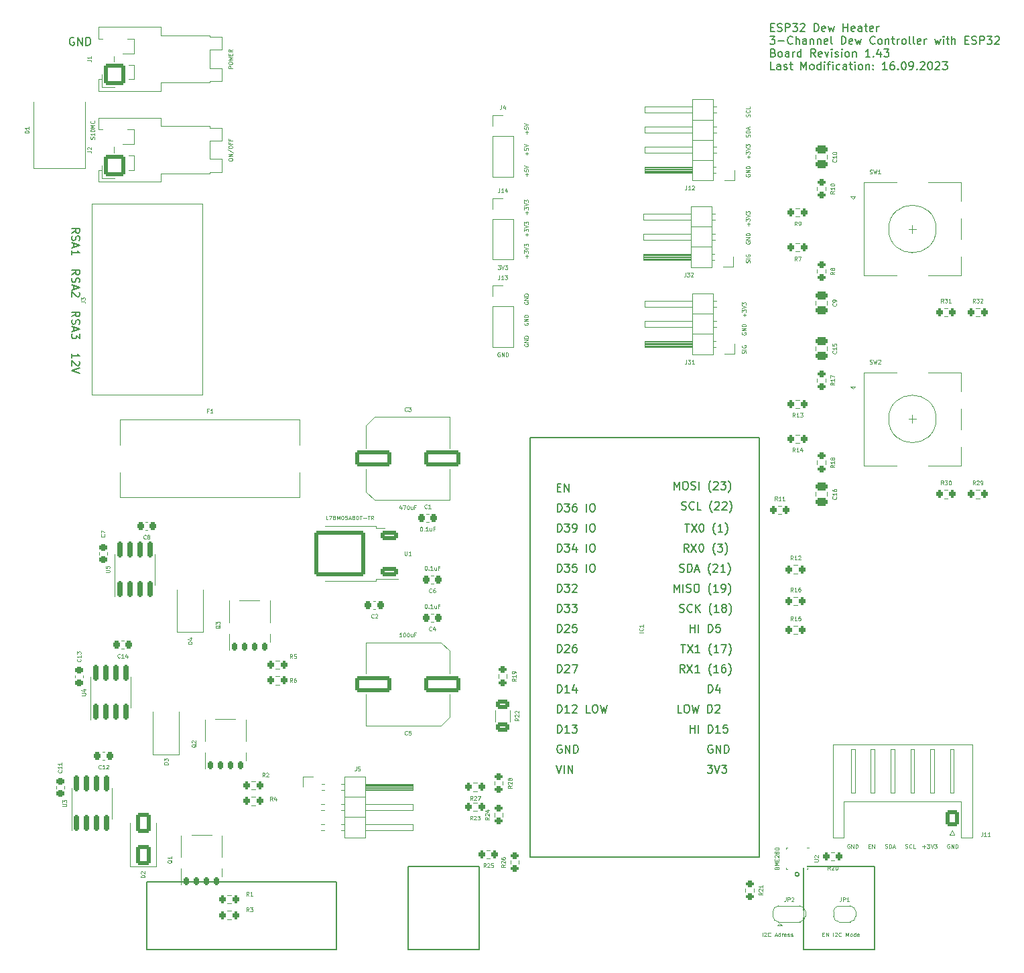
<source format=gbr>
%TF.GenerationSoftware,KiCad,Pcbnew,7.0.7*%
%TF.CreationDate,2023-09-16T18:25:32+02:00*%
%TF.ProjectId,dew_control_pcb,6465775f-636f-46e7-9472-6f6c5f706362,rev?*%
%TF.SameCoordinates,Original*%
%TF.FileFunction,Legend,Top*%
%TF.FilePolarity,Positive*%
%FSLAX46Y46*%
G04 Gerber Fmt 4.6, Leading zero omitted, Abs format (unit mm)*
G04 Created by KiCad (PCBNEW 7.0.7) date 2023-09-16 18:25:32*
%MOMM*%
%LPD*%
G01*
G04 APERTURE LIST*
G04 Aperture macros list*
%AMRoundRect*
0 Rectangle with rounded corners*
0 $1 Rounding radius*
0 $2 $3 $4 $5 $6 $7 $8 $9 X,Y pos of 4 corners*
0 Add a 4 corners polygon primitive as box body*
4,1,4,$2,$3,$4,$5,$6,$7,$8,$9,$2,$3,0*
0 Add four circle primitives for the rounded corners*
1,1,$1+$1,$2,$3*
1,1,$1+$1,$4,$5*
1,1,$1+$1,$6,$7*
1,1,$1+$1,$8,$9*
0 Add four rect primitives between the rounded corners*
20,1,$1+$1,$2,$3,$4,$5,0*
20,1,$1+$1,$4,$5,$6,$7,0*
20,1,$1+$1,$6,$7,$8,$9,0*
20,1,$1+$1,$8,$9,$2,$3,0*%
%AMFreePoly0*
4,1,19,0.550000,-0.750000,0.000000,-0.750000,0.000000,-0.744911,-0.071157,-0.744911,-0.207708,-0.704816,-0.327430,-0.627875,-0.420627,-0.520320,-0.479746,-0.390866,-0.500000,-0.250000,-0.500000,0.250000,-0.479746,0.390866,-0.420627,0.520320,-0.327430,0.627875,-0.207708,0.704816,-0.071157,0.744911,0.000000,0.744911,0.000000,0.750000,0.550000,0.750000,0.550000,-0.750000,0.550000,-0.750000,
$1*%
%AMFreePoly1*
4,1,19,0.000000,0.744911,0.071157,0.744911,0.207708,0.704816,0.327430,0.627875,0.420627,0.520320,0.479746,0.390866,0.500000,0.250000,0.500000,-0.250000,0.479746,-0.390866,0.420627,-0.520320,0.327430,-0.627875,0.207708,-0.704816,0.071157,-0.744911,0.000000,-0.744911,0.000000,-0.750000,-0.550000,-0.750000,-0.550000,0.750000,0.000000,0.750000,0.000000,0.744911,0.000000,0.744911,
$1*%
%AMFreePoly2*
4,1,18,-0.697500,2.280000,2.027500,2.280000,2.502500,2.280000,2.502500,1.530000,2.027500,1.530000,2.027500,-1.530000,2.502500,-1.530000,2.502500,-2.280000,-0.697500,-2.280000,-0.697500,-2.775000,-1.602500,-2.775000,-1.602500,-2.280000,-2.027500,-2.280000,-2.027500,2.280000,-1.602500,2.280000,-1.602500,2.775000,-0.697500,2.775000,-0.697500,2.280000,-0.697500,2.280000,$1*%
%AMFreePoly3*
4,1,19,0.500000,-0.750000,0.000000,-0.750000,0.000000,-0.744911,-0.071157,-0.744911,-0.207708,-0.704816,-0.327430,-0.627875,-0.420627,-0.520320,-0.479746,-0.390866,-0.500000,-0.250000,-0.500000,0.250000,-0.479746,0.390866,-0.420627,0.520320,-0.327430,0.627875,-0.207708,0.704816,-0.071157,0.744911,0.000000,0.744911,0.000000,0.750000,0.500000,0.750000,0.500000,-0.750000,0.500000,-0.750000,
$1*%
%AMFreePoly4*
4,1,19,0.000000,0.744911,0.071157,0.744911,0.207708,0.704816,0.327430,0.627875,0.420627,0.520320,0.479746,0.390866,0.500000,0.250000,0.500000,-0.250000,0.479746,-0.390866,0.420627,-0.520320,0.327430,-0.627875,0.207708,-0.704816,0.071157,-0.744911,0.000000,-0.744911,0.000000,-0.750000,-0.500000,-0.750000,-0.500000,0.750000,0.000000,0.750000,0.000000,0.744911,0.000000,0.744911,
$1*%
G04 Aperture macros list end*
%ADD10C,0.150000*%
%ADD11C,0.125000*%
%ADD12C,0.120000*%
%ADD13C,0.100000*%
%ADD14RoundRect,0.200000X-0.200000X-0.275000X0.200000X-0.275000X0.200000X0.275000X-0.200000X0.275000X0*%
%ADD15RoundRect,0.200000X0.200000X0.275000X-0.200000X0.275000X-0.200000X-0.275000X0.200000X-0.275000X0*%
%ADD16R,1.700000X1.700000*%
%ADD17O,1.700000X1.700000*%
%ADD18RoundRect,0.225000X0.225000X0.250000X-0.225000X0.250000X-0.225000X-0.250000X0.225000X-0.250000X0*%
%ADD19RoundRect,0.200000X0.275000X-0.200000X0.275000X0.200000X-0.275000X0.200000X-0.275000X-0.200000X0*%
%ADD20RoundRect,0.150000X0.150000X-0.825000X0.150000X0.825000X-0.150000X0.825000X-0.150000X-0.825000X0*%
%ADD21RoundRect,0.250001X1.099999X-1.099999X1.099999X1.099999X-1.099999X1.099999X-1.099999X-1.099999X0*%
%ADD22C,2.700000*%
%ADD23R,2.000000X2.000000*%
%ADD24C,2.000000*%
%ADD25R,3.200000X2.000000*%
%ADD26RoundRect,0.250001X-2.049999X-0.799999X2.049999X-0.799999X2.049999X0.799999X-2.049999X0.799999X0*%
%ADD27R,1.800000X2.500000*%
%ADD28RoundRect,0.225000X-0.250000X0.225000X-0.250000X-0.225000X0.250000X-0.225000X0.250000X0.225000X0*%
%ADD29R,3.300000X2.500000*%
%ADD30C,2.500000*%
%ADD31C,3.000000*%
%ADD32FreePoly0,0.000000*%
%ADD33R,1.000000X1.500000*%
%ADD34FreePoly1,0.000000*%
%ADD35R,0.500000X0.350000*%
%ADD36RoundRect,0.250000X-0.625000X0.312500X-0.625000X-0.312500X0.625000X-0.312500X0.625000X0.312500X0*%
%ADD37RoundRect,0.250000X0.600000X0.725000X-0.600000X0.725000X-0.600000X-0.725000X0.600000X-0.725000X0*%
%ADD38O,1.700000X1.950000*%
%ADD39RoundRect,0.200000X-0.275000X0.200000X-0.275000X-0.200000X0.275000X-0.200000X0.275000X0.200000X0*%
%ADD40RoundRect,0.250001X2.049999X0.799999X-2.049999X0.799999X-2.049999X-0.799999X2.049999X-0.799999X0*%
%ADD41RoundRect,0.187500X0.187500X-0.312500X0.187500X0.312500X-0.187500X0.312500X-0.187500X-0.312500X0*%
%ADD42FreePoly2,90.000000*%
%ADD43RoundRect,0.250000X-0.475000X0.250000X-0.475000X-0.250000X0.475000X-0.250000X0.475000X0.250000X0*%
%ADD44RoundRect,0.250000X0.650000X-1.000000X0.650000X1.000000X-0.650000X1.000000X-0.650000X-1.000000X0*%
%ADD45RoundRect,0.250000X0.850000X0.350000X-0.850000X0.350000X-0.850000X-0.350000X0.850000X-0.350000X0*%
%ADD46RoundRect,0.249997X2.950003X2.650003X-2.950003X2.650003X-2.950003X-2.650003X2.950003X-2.650003X0*%
%ADD47RoundRect,0.225000X-0.225000X-0.250000X0.225000X-0.250000X0.225000X0.250000X-0.225000X0.250000X0*%
%ADD48C,1.524000*%
%ADD49FreePoly3,0.000000*%
%ADD50FreePoly4,0.000000*%
G04 APERTURE END LIST*
D10*
X121420000Y-74830000D02*
X150420000Y-74830000D01*
X150420000Y-127830000D01*
X121420000Y-127830000D01*
X121420000Y-74830000D01*
X156000000Y-129000000D02*
X165000000Y-129000000D01*
X165000000Y-139500000D01*
X156000000Y-139500000D01*
X156000000Y-129000000D01*
X155431000Y-130031000D02*
G75*
G03*
X155431000Y-130031000I-250000J0D01*
G01*
X73000000Y-131000000D02*
X97000000Y-131000000D01*
X97000000Y-139500000D01*
X73000000Y-139500000D01*
X73000000Y-131000000D01*
X106000000Y-129000000D02*
X115000000Y-129000000D01*
X115000000Y-139500000D01*
X106000000Y-139500000D01*
X106000000Y-129000000D01*
X63545180Y-48999998D02*
X64021371Y-48666665D01*
X63545180Y-48428570D02*
X64545180Y-48428570D01*
X64545180Y-48428570D02*
X64545180Y-48809522D01*
X64545180Y-48809522D02*
X64497561Y-48904760D01*
X64497561Y-48904760D02*
X64449942Y-48952379D01*
X64449942Y-48952379D02*
X64354704Y-48999998D01*
X64354704Y-48999998D02*
X64211847Y-48999998D01*
X64211847Y-48999998D02*
X64116609Y-48952379D01*
X64116609Y-48952379D02*
X64068990Y-48904760D01*
X64068990Y-48904760D02*
X64021371Y-48809522D01*
X64021371Y-48809522D02*
X64021371Y-48428570D01*
X63592800Y-49380951D02*
X63545180Y-49523808D01*
X63545180Y-49523808D02*
X63545180Y-49761903D01*
X63545180Y-49761903D02*
X63592800Y-49857141D01*
X63592800Y-49857141D02*
X63640419Y-49904760D01*
X63640419Y-49904760D02*
X63735657Y-49952379D01*
X63735657Y-49952379D02*
X63830895Y-49952379D01*
X63830895Y-49952379D02*
X63926133Y-49904760D01*
X63926133Y-49904760D02*
X63973752Y-49857141D01*
X63973752Y-49857141D02*
X64021371Y-49761903D01*
X64021371Y-49761903D02*
X64068990Y-49571427D01*
X64068990Y-49571427D02*
X64116609Y-49476189D01*
X64116609Y-49476189D02*
X64164228Y-49428570D01*
X64164228Y-49428570D02*
X64259466Y-49380951D01*
X64259466Y-49380951D02*
X64354704Y-49380951D01*
X64354704Y-49380951D02*
X64449942Y-49428570D01*
X64449942Y-49428570D02*
X64497561Y-49476189D01*
X64497561Y-49476189D02*
X64545180Y-49571427D01*
X64545180Y-49571427D02*
X64545180Y-49809522D01*
X64545180Y-49809522D02*
X64497561Y-49952379D01*
X63830895Y-50333332D02*
X63830895Y-50809522D01*
X63545180Y-50238094D02*
X64545180Y-50571427D01*
X64545180Y-50571427D02*
X63545180Y-50904760D01*
X63545180Y-51761903D02*
X63545180Y-51190475D01*
X63545180Y-51476189D02*
X64545180Y-51476189D01*
X64545180Y-51476189D02*
X64402323Y-51380951D01*
X64402323Y-51380951D02*
X64307085Y-51285713D01*
X64307085Y-51285713D02*
X64259466Y-51190475D01*
X63545180Y-54285713D02*
X64021371Y-53952380D01*
X63545180Y-53714285D02*
X64545180Y-53714285D01*
X64545180Y-53714285D02*
X64545180Y-54095237D01*
X64545180Y-54095237D02*
X64497561Y-54190475D01*
X64497561Y-54190475D02*
X64449942Y-54238094D01*
X64449942Y-54238094D02*
X64354704Y-54285713D01*
X64354704Y-54285713D02*
X64211847Y-54285713D01*
X64211847Y-54285713D02*
X64116609Y-54238094D01*
X64116609Y-54238094D02*
X64068990Y-54190475D01*
X64068990Y-54190475D02*
X64021371Y-54095237D01*
X64021371Y-54095237D02*
X64021371Y-53714285D01*
X63592800Y-54666666D02*
X63545180Y-54809523D01*
X63545180Y-54809523D02*
X63545180Y-55047618D01*
X63545180Y-55047618D02*
X63592800Y-55142856D01*
X63592800Y-55142856D02*
X63640419Y-55190475D01*
X63640419Y-55190475D02*
X63735657Y-55238094D01*
X63735657Y-55238094D02*
X63830895Y-55238094D01*
X63830895Y-55238094D02*
X63926133Y-55190475D01*
X63926133Y-55190475D02*
X63973752Y-55142856D01*
X63973752Y-55142856D02*
X64021371Y-55047618D01*
X64021371Y-55047618D02*
X64068990Y-54857142D01*
X64068990Y-54857142D02*
X64116609Y-54761904D01*
X64116609Y-54761904D02*
X64164228Y-54714285D01*
X64164228Y-54714285D02*
X64259466Y-54666666D01*
X64259466Y-54666666D02*
X64354704Y-54666666D01*
X64354704Y-54666666D02*
X64449942Y-54714285D01*
X64449942Y-54714285D02*
X64497561Y-54761904D01*
X64497561Y-54761904D02*
X64545180Y-54857142D01*
X64545180Y-54857142D02*
X64545180Y-55095237D01*
X64545180Y-55095237D02*
X64497561Y-55238094D01*
X63830895Y-55619047D02*
X63830895Y-56095237D01*
X63545180Y-55523809D02*
X64545180Y-55857142D01*
X64545180Y-55857142D02*
X63545180Y-56190475D01*
X64449942Y-56476190D02*
X64497561Y-56523809D01*
X64497561Y-56523809D02*
X64545180Y-56619047D01*
X64545180Y-56619047D02*
X64545180Y-56857142D01*
X64545180Y-56857142D02*
X64497561Y-56952380D01*
X64497561Y-56952380D02*
X64449942Y-56999999D01*
X64449942Y-56999999D02*
X64354704Y-57047618D01*
X64354704Y-57047618D02*
X64259466Y-57047618D01*
X64259466Y-57047618D02*
X64116609Y-56999999D01*
X64116609Y-56999999D02*
X63545180Y-56428571D01*
X63545180Y-56428571D02*
X63545180Y-57047618D01*
X63545180Y-59571428D02*
X64021371Y-59238095D01*
X63545180Y-59000000D02*
X64545180Y-59000000D01*
X64545180Y-59000000D02*
X64545180Y-59380952D01*
X64545180Y-59380952D02*
X64497561Y-59476190D01*
X64497561Y-59476190D02*
X64449942Y-59523809D01*
X64449942Y-59523809D02*
X64354704Y-59571428D01*
X64354704Y-59571428D02*
X64211847Y-59571428D01*
X64211847Y-59571428D02*
X64116609Y-59523809D01*
X64116609Y-59523809D02*
X64068990Y-59476190D01*
X64068990Y-59476190D02*
X64021371Y-59380952D01*
X64021371Y-59380952D02*
X64021371Y-59000000D01*
X63592800Y-59952381D02*
X63545180Y-60095238D01*
X63545180Y-60095238D02*
X63545180Y-60333333D01*
X63545180Y-60333333D02*
X63592800Y-60428571D01*
X63592800Y-60428571D02*
X63640419Y-60476190D01*
X63640419Y-60476190D02*
X63735657Y-60523809D01*
X63735657Y-60523809D02*
X63830895Y-60523809D01*
X63830895Y-60523809D02*
X63926133Y-60476190D01*
X63926133Y-60476190D02*
X63973752Y-60428571D01*
X63973752Y-60428571D02*
X64021371Y-60333333D01*
X64021371Y-60333333D02*
X64068990Y-60142857D01*
X64068990Y-60142857D02*
X64116609Y-60047619D01*
X64116609Y-60047619D02*
X64164228Y-60000000D01*
X64164228Y-60000000D02*
X64259466Y-59952381D01*
X64259466Y-59952381D02*
X64354704Y-59952381D01*
X64354704Y-59952381D02*
X64449942Y-60000000D01*
X64449942Y-60000000D02*
X64497561Y-60047619D01*
X64497561Y-60047619D02*
X64545180Y-60142857D01*
X64545180Y-60142857D02*
X64545180Y-60380952D01*
X64545180Y-60380952D02*
X64497561Y-60523809D01*
X63830895Y-60904762D02*
X63830895Y-61380952D01*
X63545180Y-60809524D02*
X64545180Y-61142857D01*
X64545180Y-61142857D02*
X63545180Y-61476190D01*
X64545180Y-61714286D02*
X64545180Y-62333333D01*
X64545180Y-62333333D02*
X64164228Y-62000000D01*
X64164228Y-62000000D02*
X64164228Y-62142857D01*
X64164228Y-62142857D02*
X64116609Y-62238095D01*
X64116609Y-62238095D02*
X64068990Y-62285714D01*
X64068990Y-62285714D02*
X63973752Y-62333333D01*
X63973752Y-62333333D02*
X63735657Y-62333333D01*
X63735657Y-62333333D02*
X63640419Y-62285714D01*
X63640419Y-62285714D02*
X63592800Y-62238095D01*
X63592800Y-62238095D02*
X63545180Y-62142857D01*
X63545180Y-62142857D02*
X63545180Y-61857143D01*
X63545180Y-61857143D02*
X63592800Y-61761905D01*
X63592800Y-61761905D02*
X63640419Y-61714286D01*
X63545180Y-64809524D02*
X63545180Y-64238096D01*
X63545180Y-64523810D02*
X64545180Y-64523810D01*
X64545180Y-64523810D02*
X64402323Y-64428572D01*
X64402323Y-64428572D02*
X64307085Y-64333334D01*
X64307085Y-64333334D02*
X64259466Y-64238096D01*
X64449942Y-65190477D02*
X64497561Y-65238096D01*
X64497561Y-65238096D02*
X64545180Y-65333334D01*
X64545180Y-65333334D02*
X64545180Y-65571429D01*
X64545180Y-65571429D02*
X64497561Y-65666667D01*
X64497561Y-65666667D02*
X64449942Y-65714286D01*
X64449942Y-65714286D02*
X64354704Y-65761905D01*
X64354704Y-65761905D02*
X64259466Y-65761905D01*
X64259466Y-65761905D02*
X64116609Y-65714286D01*
X64116609Y-65714286D02*
X63545180Y-65142858D01*
X63545180Y-65142858D02*
X63545180Y-65761905D01*
X64545180Y-66047620D02*
X63545180Y-66380953D01*
X63545180Y-66380953D02*
X64545180Y-66714286D01*
X63821235Y-24335578D02*
X63725997Y-24287959D01*
X63725997Y-24287959D02*
X63583140Y-24287959D01*
X63583140Y-24287959D02*
X63440283Y-24335578D01*
X63440283Y-24335578D02*
X63345045Y-24430816D01*
X63345045Y-24430816D02*
X63297426Y-24526054D01*
X63297426Y-24526054D02*
X63249807Y-24716530D01*
X63249807Y-24716530D02*
X63249807Y-24859387D01*
X63249807Y-24859387D02*
X63297426Y-25049863D01*
X63297426Y-25049863D02*
X63345045Y-25145101D01*
X63345045Y-25145101D02*
X63440283Y-25240340D01*
X63440283Y-25240340D02*
X63583140Y-25287959D01*
X63583140Y-25287959D02*
X63678378Y-25287959D01*
X63678378Y-25287959D02*
X63821235Y-25240340D01*
X63821235Y-25240340D02*
X63868854Y-25192720D01*
X63868854Y-25192720D02*
X63868854Y-24859387D01*
X63868854Y-24859387D02*
X63678378Y-24859387D01*
X64297426Y-25287959D02*
X64297426Y-24287959D01*
X64297426Y-24287959D02*
X64868854Y-25287959D01*
X64868854Y-25287959D02*
X64868854Y-24287959D01*
X65345045Y-25287959D02*
X65345045Y-24287959D01*
X65345045Y-24287959D02*
X65583140Y-24287959D01*
X65583140Y-24287959D02*
X65725997Y-24335578D01*
X65725997Y-24335578D02*
X65821235Y-24430816D01*
X65821235Y-24430816D02*
X65868854Y-24526054D01*
X65868854Y-24526054D02*
X65916473Y-24716530D01*
X65916473Y-24716530D02*
X65916473Y-24859387D01*
X65916473Y-24859387D02*
X65868854Y-25049863D01*
X65868854Y-25049863D02*
X65821235Y-25145101D01*
X65821235Y-25145101D02*
X65725997Y-25240340D01*
X65725997Y-25240340D02*
X65583140Y-25287959D01*
X65583140Y-25287959D02*
X65345045Y-25287959D01*
D11*
X121034333Y-52142854D02*
X121034333Y-51761902D01*
X121224809Y-51952378D02*
X120843857Y-51952378D01*
X120724809Y-51571425D02*
X120724809Y-51261901D01*
X120724809Y-51261901D02*
X120915285Y-51428568D01*
X120915285Y-51428568D02*
X120915285Y-51357139D01*
X120915285Y-51357139D02*
X120939095Y-51309520D01*
X120939095Y-51309520D02*
X120962904Y-51285711D01*
X120962904Y-51285711D02*
X121010523Y-51261901D01*
X121010523Y-51261901D02*
X121129571Y-51261901D01*
X121129571Y-51261901D02*
X121177190Y-51285711D01*
X121177190Y-51285711D02*
X121201000Y-51309520D01*
X121201000Y-51309520D02*
X121224809Y-51357139D01*
X121224809Y-51357139D02*
X121224809Y-51499996D01*
X121224809Y-51499996D02*
X121201000Y-51547615D01*
X121201000Y-51547615D02*
X121177190Y-51571425D01*
X120724809Y-51119044D02*
X121224809Y-50952378D01*
X121224809Y-50952378D02*
X120724809Y-50785711D01*
X120724809Y-50666664D02*
X120724809Y-50357140D01*
X120724809Y-50357140D02*
X120915285Y-50523807D01*
X120915285Y-50523807D02*
X120915285Y-50452378D01*
X120915285Y-50452378D02*
X120939095Y-50404759D01*
X120939095Y-50404759D02*
X120962904Y-50380950D01*
X120962904Y-50380950D02*
X121010523Y-50357140D01*
X121010523Y-50357140D02*
X121129571Y-50357140D01*
X121129571Y-50357140D02*
X121177190Y-50380950D01*
X121177190Y-50380950D02*
X121201000Y-50404759D01*
X121201000Y-50404759D02*
X121224809Y-50452378D01*
X121224809Y-50452378D02*
X121224809Y-50595235D01*
X121224809Y-50595235D02*
X121201000Y-50642854D01*
X121201000Y-50642854D02*
X121177190Y-50666664D01*
X121034333Y-49380951D02*
X121034333Y-48999999D01*
X121224809Y-49190475D02*
X120843857Y-49190475D01*
X120724809Y-48809522D02*
X120724809Y-48499998D01*
X120724809Y-48499998D02*
X120915285Y-48666665D01*
X120915285Y-48666665D02*
X120915285Y-48595236D01*
X120915285Y-48595236D02*
X120939095Y-48547617D01*
X120939095Y-48547617D02*
X120962904Y-48523808D01*
X120962904Y-48523808D02*
X121010523Y-48499998D01*
X121010523Y-48499998D02*
X121129571Y-48499998D01*
X121129571Y-48499998D02*
X121177190Y-48523808D01*
X121177190Y-48523808D02*
X121201000Y-48547617D01*
X121201000Y-48547617D02*
X121224809Y-48595236D01*
X121224809Y-48595236D02*
X121224809Y-48738093D01*
X121224809Y-48738093D02*
X121201000Y-48785712D01*
X121201000Y-48785712D02*
X121177190Y-48809522D01*
X120724809Y-48357141D02*
X121224809Y-48190475D01*
X121224809Y-48190475D02*
X120724809Y-48023808D01*
X120724809Y-47904761D02*
X120724809Y-47595237D01*
X120724809Y-47595237D02*
X120915285Y-47761904D01*
X120915285Y-47761904D02*
X120915285Y-47690475D01*
X120915285Y-47690475D02*
X120939095Y-47642856D01*
X120939095Y-47642856D02*
X120962904Y-47619047D01*
X120962904Y-47619047D02*
X121010523Y-47595237D01*
X121010523Y-47595237D02*
X121129571Y-47595237D01*
X121129571Y-47595237D02*
X121177190Y-47619047D01*
X121177190Y-47619047D02*
X121201000Y-47642856D01*
X121201000Y-47642856D02*
X121224809Y-47690475D01*
X121224809Y-47690475D02*
X121224809Y-47833332D01*
X121224809Y-47833332D02*
X121201000Y-47880951D01*
X121201000Y-47880951D02*
X121177190Y-47904761D01*
X121034333Y-46619048D02*
X121034333Y-46238096D01*
X121224809Y-46428572D02*
X120843857Y-46428572D01*
X120724809Y-46047619D02*
X120724809Y-45738095D01*
X120724809Y-45738095D02*
X120915285Y-45904762D01*
X120915285Y-45904762D02*
X120915285Y-45833333D01*
X120915285Y-45833333D02*
X120939095Y-45785714D01*
X120939095Y-45785714D02*
X120962904Y-45761905D01*
X120962904Y-45761905D02*
X121010523Y-45738095D01*
X121010523Y-45738095D02*
X121129571Y-45738095D01*
X121129571Y-45738095D02*
X121177190Y-45761905D01*
X121177190Y-45761905D02*
X121201000Y-45785714D01*
X121201000Y-45785714D02*
X121224809Y-45833333D01*
X121224809Y-45833333D02*
X121224809Y-45976190D01*
X121224809Y-45976190D02*
X121201000Y-46023809D01*
X121201000Y-46023809D02*
X121177190Y-46047619D01*
X120724809Y-45595238D02*
X121224809Y-45428572D01*
X121224809Y-45428572D02*
X120724809Y-45261905D01*
X120724809Y-45142858D02*
X120724809Y-44833334D01*
X120724809Y-44833334D02*
X120915285Y-45000001D01*
X120915285Y-45000001D02*
X120915285Y-44928572D01*
X120915285Y-44928572D02*
X120939095Y-44880953D01*
X120939095Y-44880953D02*
X120962904Y-44857144D01*
X120962904Y-44857144D02*
X121010523Y-44833334D01*
X121010523Y-44833334D02*
X121129571Y-44833334D01*
X121129571Y-44833334D02*
X121177190Y-44857144D01*
X121177190Y-44857144D02*
X121201000Y-44880953D01*
X121201000Y-44880953D02*
X121224809Y-44928572D01*
X121224809Y-44928572D02*
X121224809Y-45071429D01*
X121224809Y-45071429D02*
X121201000Y-45119048D01*
X121201000Y-45119048D02*
X121177190Y-45142858D01*
X149201000Y-52726188D02*
X149224809Y-52654760D01*
X149224809Y-52654760D02*
X149224809Y-52535712D01*
X149224809Y-52535712D02*
X149201000Y-52488093D01*
X149201000Y-52488093D02*
X149177190Y-52464284D01*
X149177190Y-52464284D02*
X149129571Y-52440474D01*
X149129571Y-52440474D02*
X149081952Y-52440474D01*
X149081952Y-52440474D02*
X149034333Y-52464284D01*
X149034333Y-52464284D02*
X149010523Y-52488093D01*
X149010523Y-52488093D02*
X148986714Y-52535712D01*
X148986714Y-52535712D02*
X148962904Y-52630950D01*
X148962904Y-52630950D02*
X148939095Y-52678569D01*
X148939095Y-52678569D02*
X148915285Y-52702379D01*
X148915285Y-52702379D02*
X148867666Y-52726188D01*
X148867666Y-52726188D02*
X148820047Y-52726188D01*
X148820047Y-52726188D02*
X148772428Y-52702379D01*
X148772428Y-52702379D02*
X148748619Y-52678569D01*
X148748619Y-52678569D02*
X148724809Y-52630950D01*
X148724809Y-52630950D02*
X148724809Y-52511903D01*
X148724809Y-52511903D02*
X148748619Y-52440474D01*
X149224809Y-52226189D02*
X148724809Y-52226189D01*
X148748619Y-51726189D02*
X148724809Y-51773808D01*
X148724809Y-51773808D02*
X148724809Y-51845237D01*
X148724809Y-51845237D02*
X148748619Y-51916665D01*
X148748619Y-51916665D02*
X148796238Y-51964284D01*
X148796238Y-51964284D02*
X148843857Y-51988094D01*
X148843857Y-51988094D02*
X148939095Y-52011903D01*
X148939095Y-52011903D02*
X149010523Y-52011903D01*
X149010523Y-52011903D02*
X149105761Y-51988094D01*
X149105761Y-51988094D02*
X149153380Y-51964284D01*
X149153380Y-51964284D02*
X149201000Y-51916665D01*
X149201000Y-51916665D02*
X149224809Y-51845237D01*
X149224809Y-51845237D02*
X149224809Y-51797618D01*
X149224809Y-51797618D02*
X149201000Y-51726189D01*
X149201000Y-51726189D02*
X149177190Y-51702380D01*
X149177190Y-51702380D02*
X149010523Y-51702380D01*
X149010523Y-51702380D02*
X149010523Y-51797618D01*
X148748619Y-50083333D02*
X148724809Y-50130952D01*
X148724809Y-50130952D02*
X148724809Y-50202381D01*
X148724809Y-50202381D02*
X148748619Y-50273809D01*
X148748619Y-50273809D02*
X148796238Y-50321428D01*
X148796238Y-50321428D02*
X148843857Y-50345238D01*
X148843857Y-50345238D02*
X148939095Y-50369047D01*
X148939095Y-50369047D02*
X149010523Y-50369047D01*
X149010523Y-50369047D02*
X149105761Y-50345238D01*
X149105761Y-50345238D02*
X149153380Y-50321428D01*
X149153380Y-50321428D02*
X149201000Y-50273809D01*
X149201000Y-50273809D02*
X149224809Y-50202381D01*
X149224809Y-50202381D02*
X149224809Y-50154762D01*
X149224809Y-50154762D02*
X149201000Y-50083333D01*
X149201000Y-50083333D02*
X149177190Y-50059524D01*
X149177190Y-50059524D02*
X149010523Y-50059524D01*
X149010523Y-50059524D02*
X149010523Y-50154762D01*
X149224809Y-49845238D02*
X148724809Y-49845238D01*
X148724809Y-49845238D02*
X149224809Y-49559524D01*
X149224809Y-49559524D02*
X148724809Y-49559524D01*
X149224809Y-49321428D02*
X148724809Y-49321428D01*
X148724809Y-49321428D02*
X148724809Y-49202380D01*
X148724809Y-49202380D02*
X148748619Y-49130952D01*
X148748619Y-49130952D02*
X148796238Y-49083333D01*
X148796238Y-49083333D02*
X148843857Y-49059523D01*
X148843857Y-49059523D02*
X148939095Y-49035714D01*
X148939095Y-49035714D02*
X149010523Y-49035714D01*
X149010523Y-49035714D02*
X149105761Y-49059523D01*
X149105761Y-49059523D02*
X149153380Y-49083333D01*
X149153380Y-49083333D02*
X149201000Y-49130952D01*
X149201000Y-49130952D02*
X149224809Y-49202380D01*
X149224809Y-49202380D02*
X149224809Y-49321428D01*
X149034333Y-48059524D02*
X149034333Y-47678572D01*
X149224809Y-47869048D02*
X148843857Y-47869048D01*
X148724809Y-47488095D02*
X148724809Y-47178571D01*
X148724809Y-47178571D02*
X148915285Y-47345238D01*
X148915285Y-47345238D02*
X148915285Y-47273809D01*
X148915285Y-47273809D02*
X148939095Y-47226190D01*
X148939095Y-47226190D02*
X148962904Y-47202381D01*
X148962904Y-47202381D02*
X149010523Y-47178571D01*
X149010523Y-47178571D02*
X149129571Y-47178571D01*
X149129571Y-47178571D02*
X149177190Y-47202381D01*
X149177190Y-47202381D02*
X149201000Y-47226190D01*
X149201000Y-47226190D02*
X149224809Y-47273809D01*
X149224809Y-47273809D02*
X149224809Y-47416666D01*
X149224809Y-47416666D02*
X149201000Y-47464285D01*
X149201000Y-47464285D02*
X149177190Y-47488095D01*
X148724809Y-47035714D02*
X149224809Y-46869048D01*
X149224809Y-46869048D02*
X148724809Y-46702381D01*
X148724809Y-46583334D02*
X148724809Y-46273810D01*
X148724809Y-46273810D02*
X148915285Y-46440477D01*
X148915285Y-46440477D02*
X148915285Y-46369048D01*
X148915285Y-46369048D02*
X148939095Y-46321429D01*
X148939095Y-46321429D02*
X148962904Y-46297620D01*
X148962904Y-46297620D02*
X149010523Y-46273810D01*
X149010523Y-46273810D02*
X149129571Y-46273810D01*
X149129571Y-46273810D02*
X149177190Y-46297620D01*
X149177190Y-46297620D02*
X149201000Y-46321429D01*
X149201000Y-46321429D02*
X149224809Y-46369048D01*
X149224809Y-46369048D02*
X149224809Y-46511905D01*
X149224809Y-46511905D02*
X149201000Y-46559524D01*
X149201000Y-46559524D02*
X149177190Y-46583334D01*
D10*
X151836779Y-23016009D02*
X152170112Y-23016009D01*
X152312969Y-23539819D02*
X151836779Y-23539819D01*
X151836779Y-23539819D02*
X151836779Y-22539819D01*
X151836779Y-22539819D02*
X152312969Y-22539819D01*
X152693922Y-23492200D02*
X152836779Y-23539819D01*
X152836779Y-23539819D02*
X153074874Y-23539819D01*
X153074874Y-23539819D02*
X153170112Y-23492200D01*
X153170112Y-23492200D02*
X153217731Y-23444580D01*
X153217731Y-23444580D02*
X153265350Y-23349342D01*
X153265350Y-23349342D02*
X153265350Y-23254104D01*
X153265350Y-23254104D02*
X153217731Y-23158866D01*
X153217731Y-23158866D02*
X153170112Y-23111247D01*
X153170112Y-23111247D02*
X153074874Y-23063628D01*
X153074874Y-23063628D02*
X152884398Y-23016009D01*
X152884398Y-23016009D02*
X152789160Y-22968390D01*
X152789160Y-22968390D02*
X152741541Y-22920771D01*
X152741541Y-22920771D02*
X152693922Y-22825533D01*
X152693922Y-22825533D02*
X152693922Y-22730295D01*
X152693922Y-22730295D02*
X152741541Y-22635057D01*
X152741541Y-22635057D02*
X152789160Y-22587438D01*
X152789160Y-22587438D02*
X152884398Y-22539819D01*
X152884398Y-22539819D02*
X153122493Y-22539819D01*
X153122493Y-22539819D02*
X153265350Y-22587438D01*
X153693922Y-23539819D02*
X153693922Y-22539819D01*
X153693922Y-22539819D02*
X154074874Y-22539819D01*
X154074874Y-22539819D02*
X154170112Y-22587438D01*
X154170112Y-22587438D02*
X154217731Y-22635057D01*
X154217731Y-22635057D02*
X154265350Y-22730295D01*
X154265350Y-22730295D02*
X154265350Y-22873152D01*
X154265350Y-22873152D02*
X154217731Y-22968390D01*
X154217731Y-22968390D02*
X154170112Y-23016009D01*
X154170112Y-23016009D02*
X154074874Y-23063628D01*
X154074874Y-23063628D02*
X153693922Y-23063628D01*
X154598684Y-22539819D02*
X155217731Y-22539819D01*
X155217731Y-22539819D02*
X154884398Y-22920771D01*
X154884398Y-22920771D02*
X155027255Y-22920771D01*
X155027255Y-22920771D02*
X155122493Y-22968390D01*
X155122493Y-22968390D02*
X155170112Y-23016009D01*
X155170112Y-23016009D02*
X155217731Y-23111247D01*
X155217731Y-23111247D02*
X155217731Y-23349342D01*
X155217731Y-23349342D02*
X155170112Y-23444580D01*
X155170112Y-23444580D02*
X155122493Y-23492200D01*
X155122493Y-23492200D02*
X155027255Y-23539819D01*
X155027255Y-23539819D02*
X154741541Y-23539819D01*
X154741541Y-23539819D02*
X154646303Y-23492200D01*
X154646303Y-23492200D02*
X154598684Y-23444580D01*
X155598684Y-22635057D02*
X155646303Y-22587438D01*
X155646303Y-22587438D02*
X155741541Y-22539819D01*
X155741541Y-22539819D02*
X155979636Y-22539819D01*
X155979636Y-22539819D02*
X156074874Y-22587438D01*
X156074874Y-22587438D02*
X156122493Y-22635057D01*
X156122493Y-22635057D02*
X156170112Y-22730295D01*
X156170112Y-22730295D02*
X156170112Y-22825533D01*
X156170112Y-22825533D02*
X156122493Y-22968390D01*
X156122493Y-22968390D02*
X155551065Y-23539819D01*
X155551065Y-23539819D02*
X156170112Y-23539819D01*
X157360589Y-23539819D02*
X157360589Y-22539819D01*
X157360589Y-22539819D02*
X157598684Y-22539819D01*
X157598684Y-22539819D02*
X157741541Y-22587438D01*
X157741541Y-22587438D02*
X157836779Y-22682676D01*
X157836779Y-22682676D02*
X157884398Y-22777914D01*
X157884398Y-22777914D02*
X157932017Y-22968390D01*
X157932017Y-22968390D02*
X157932017Y-23111247D01*
X157932017Y-23111247D02*
X157884398Y-23301723D01*
X157884398Y-23301723D02*
X157836779Y-23396961D01*
X157836779Y-23396961D02*
X157741541Y-23492200D01*
X157741541Y-23492200D02*
X157598684Y-23539819D01*
X157598684Y-23539819D02*
X157360589Y-23539819D01*
X158741541Y-23492200D02*
X158646303Y-23539819D01*
X158646303Y-23539819D02*
X158455827Y-23539819D01*
X158455827Y-23539819D02*
X158360589Y-23492200D01*
X158360589Y-23492200D02*
X158312970Y-23396961D01*
X158312970Y-23396961D02*
X158312970Y-23016009D01*
X158312970Y-23016009D02*
X158360589Y-22920771D01*
X158360589Y-22920771D02*
X158455827Y-22873152D01*
X158455827Y-22873152D02*
X158646303Y-22873152D01*
X158646303Y-22873152D02*
X158741541Y-22920771D01*
X158741541Y-22920771D02*
X158789160Y-23016009D01*
X158789160Y-23016009D02*
X158789160Y-23111247D01*
X158789160Y-23111247D02*
X158312970Y-23206485D01*
X159122494Y-22873152D02*
X159312970Y-23539819D01*
X159312970Y-23539819D02*
X159503446Y-23063628D01*
X159503446Y-23063628D02*
X159693922Y-23539819D01*
X159693922Y-23539819D02*
X159884398Y-22873152D01*
X161027256Y-23539819D02*
X161027256Y-22539819D01*
X161027256Y-23016009D02*
X161598684Y-23016009D01*
X161598684Y-23539819D02*
X161598684Y-22539819D01*
X162455827Y-23492200D02*
X162360589Y-23539819D01*
X162360589Y-23539819D02*
X162170113Y-23539819D01*
X162170113Y-23539819D02*
X162074875Y-23492200D01*
X162074875Y-23492200D02*
X162027256Y-23396961D01*
X162027256Y-23396961D02*
X162027256Y-23016009D01*
X162027256Y-23016009D02*
X162074875Y-22920771D01*
X162074875Y-22920771D02*
X162170113Y-22873152D01*
X162170113Y-22873152D02*
X162360589Y-22873152D01*
X162360589Y-22873152D02*
X162455827Y-22920771D01*
X162455827Y-22920771D02*
X162503446Y-23016009D01*
X162503446Y-23016009D02*
X162503446Y-23111247D01*
X162503446Y-23111247D02*
X162027256Y-23206485D01*
X163360589Y-23539819D02*
X163360589Y-23016009D01*
X163360589Y-23016009D02*
X163312970Y-22920771D01*
X163312970Y-22920771D02*
X163217732Y-22873152D01*
X163217732Y-22873152D02*
X163027256Y-22873152D01*
X163027256Y-22873152D02*
X162932018Y-22920771D01*
X163360589Y-23492200D02*
X163265351Y-23539819D01*
X163265351Y-23539819D02*
X163027256Y-23539819D01*
X163027256Y-23539819D02*
X162932018Y-23492200D01*
X162932018Y-23492200D02*
X162884399Y-23396961D01*
X162884399Y-23396961D02*
X162884399Y-23301723D01*
X162884399Y-23301723D02*
X162932018Y-23206485D01*
X162932018Y-23206485D02*
X163027256Y-23158866D01*
X163027256Y-23158866D02*
X163265351Y-23158866D01*
X163265351Y-23158866D02*
X163360589Y-23111247D01*
X163693923Y-22873152D02*
X164074875Y-22873152D01*
X163836780Y-22539819D02*
X163836780Y-23396961D01*
X163836780Y-23396961D02*
X163884399Y-23492200D01*
X163884399Y-23492200D02*
X163979637Y-23539819D01*
X163979637Y-23539819D02*
X164074875Y-23539819D01*
X164789161Y-23492200D02*
X164693923Y-23539819D01*
X164693923Y-23539819D02*
X164503447Y-23539819D01*
X164503447Y-23539819D02*
X164408209Y-23492200D01*
X164408209Y-23492200D02*
X164360590Y-23396961D01*
X164360590Y-23396961D02*
X164360590Y-23016009D01*
X164360590Y-23016009D02*
X164408209Y-22920771D01*
X164408209Y-22920771D02*
X164503447Y-22873152D01*
X164503447Y-22873152D02*
X164693923Y-22873152D01*
X164693923Y-22873152D02*
X164789161Y-22920771D01*
X164789161Y-22920771D02*
X164836780Y-23016009D01*
X164836780Y-23016009D02*
X164836780Y-23111247D01*
X164836780Y-23111247D02*
X164360590Y-23206485D01*
X165265352Y-23539819D02*
X165265352Y-22873152D01*
X165265352Y-23063628D02*
X165312971Y-22968390D01*
X165312971Y-22968390D02*
X165360590Y-22920771D01*
X165360590Y-22920771D02*
X165455828Y-22873152D01*
X165455828Y-22873152D02*
X165551066Y-22873152D01*
X151741541Y-24149819D02*
X152360588Y-24149819D01*
X152360588Y-24149819D02*
X152027255Y-24530771D01*
X152027255Y-24530771D02*
X152170112Y-24530771D01*
X152170112Y-24530771D02*
X152265350Y-24578390D01*
X152265350Y-24578390D02*
X152312969Y-24626009D01*
X152312969Y-24626009D02*
X152360588Y-24721247D01*
X152360588Y-24721247D02*
X152360588Y-24959342D01*
X152360588Y-24959342D02*
X152312969Y-25054580D01*
X152312969Y-25054580D02*
X152265350Y-25102200D01*
X152265350Y-25102200D02*
X152170112Y-25149819D01*
X152170112Y-25149819D02*
X151884398Y-25149819D01*
X151884398Y-25149819D02*
X151789160Y-25102200D01*
X151789160Y-25102200D02*
X151741541Y-25054580D01*
X152789160Y-24768866D02*
X153551065Y-24768866D01*
X154598683Y-25054580D02*
X154551064Y-25102200D01*
X154551064Y-25102200D02*
X154408207Y-25149819D01*
X154408207Y-25149819D02*
X154312969Y-25149819D01*
X154312969Y-25149819D02*
X154170112Y-25102200D01*
X154170112Y-25102200D02*
X154074874Y-25006961D01*
X154074874Y-25006961D02*
X154027255Y-24911723D01*
X154027255Y-24911723D02*
X153979636Y-24721247D01*
X153979636Y-24721247D02*
X153979636Y-24578390D01*
X153979636Y-24578390D02*
X154027255Y-24387914D01*
X154027255Y-24387914D02*
X154074874Y-24292676D01*
X154074874Y-24292676D02*
X154170112Y-24197438D01*
X154170112Y-24197438D02*
X154312969Y-24149819D01*
X154312969Y-24149819D02*
X154408207Y-24149819D01*
X154408207Y-24149819D02*
X154551064Y-24197438D01*
X154551064Y-24197438D02*
X154598683Y-24245057D01*
X155027255Y-25149819D02*
X155027255Y-24149819D01*
X155455826Y-25149819D02*
X155455826Y-24626009D01*
X155455826Y-24626009D02*
X155408207Y-24530771D01*
X155408207Y-24530771D02*
X155312969Y-24483152D01*
X155312969Y-24483152D02*
X155170112Y-24483152D01*
X155170112Y-24483152D02*
X155074874Y-24530771D01*
X155074874Y-24530771D02*
X155027255Y-24578390D01*
X156360588Y-25149819D02*
X156360588Y-24626009D01*
X156360588Y-24626009D02*
X156312969Y-24530771D01*
X156312969Y-24530771D02*
X156217731Y-24483152D01*
X156217731Y-24483152D02*
X156027255Y-24483152D01*
X156027255Y-24483152D02*
X155932017Y-24530771D01*
X156360588Y-25102200D02*
X156265350Y-25149819D01*
X156265350Y-25149819D02*
X156027255Y-25149819D01*
X156027255Y-25149819D02*
X155932017Y-25102200D01*
X155932017Y-25102200D02*
X155884398Y-25006961D01*
X155884398Y-25006961D02*
X155884398Y-24911723D01*
X155884398Y-24911723D02*
X155932017Y-24816485D01*
X155932017Y-24816485D02*
X156027255Y-24768866D01*
X156027255Y-24768866D02*
X156265350Y-24768866D01*
X156265350Y-24768866D02*
X156360588Y-24721247D01*
X156836779Y-24483152D02*
X156836779Y-25149819D01*
X156836779Y-24578390D02*
X156884398Y-24530771D01*
X156884398Y-24530771D02*
X156979636Y-24483152D01*
X156979636Y-24483152D02*
X157122493Y-24483152D01*
X157122493Y-24483152D02*
X157217731Y-24530771D01*
X157217731Y-24530771D02*
X157265350Y-24626009D01*
X157265350Y-24626009D02*
X157265350Y-25149819D01*
X157741541Y-24483152D02*
X157741541Y-25149819D01*
X157741541Y-24578390D02*
X157789160Y-24530771D01*
X157789160Y-24530771D02*
X157884398Y-24483152D01*
X157884398Y-24483152D02*
X158027255Y-24483152D01*
X158027255Y-24483152D02*
X158122493Y-24530771D01*
X158122493Y-24530771D02*
X158170112Y-24626009D01*
X158170112Y-24626009D02*
X158170112Y-25149819D01*
X159027255Y-25102200D02*
X158932017Y-25149819D01*
X158932017Y-25149819D02*
X158741541Y-25149819D01*
X158741541Y-25149819D02*
X158646303Y-25102200D01*
X158646303Y-25102200D02*
X158598684Y-25006961D01*
X158598684Y-25006961D02*
X158598684Y-24626009D01*
X158598684Y-24626009D02*
X158646303Y-24530771D01*
X158646303Y-24530771D02*
X158741541Y-24483152D01*
X158741541Y-24483152D02*
X158932017Y-24483152D01*
X158932017Y-24483152D02*
X159027255Y-24530771D01*
X159027255Y-24530771D02*
X159074874Y-24626009D01*
X159074874Y-24626009D02*
X159074874Y-24721247D01*
X159074874Y-24721247D02*
X158598684Y-24816485D01*
X159646303Y-25149819D02*
X159551065Y-25102200D01*
X159551065Y-25102200D02*
X159503446Y-25006961D01*
X159503446Y-25006961D02*
X159503446Y-24149819D01*
X160789161Y-25149819D02*
X160789161Y-24149819D01*
X160789161Y-24149819D02*
X161027256Y-24149819D01*
X161027256Y-24149819D02*
X161170113Y-24197438D01*
X161170113Y-24197438D02*
X161265351Y-24292676D01*
X161265351Y-24292676D02*
X161312970Y-24387914D01*
X161312970Y-24387914D02*
X161360589Y-24578390D01*
X161360589Y-24578390D02*
X161360589Y-24721247D01*
X161360589Y-24721247D02*
X161312970Y-24911723D01*
X161312970Y-24911723D02*
X161265351Y-25006961D01*
X161265351Y-25006961D02*
X161170113Y-25102200D01*
X161170113Y-25102200D02*
X161027256Y-25149819D01*
X161027256Y-25149819D02*
X160789161Y-25149819D01*
X162170113Y-25102200D02*
X162074875Y-25149819D01*
X162074875Y-25149819D02*
X161884399Y-25149819D01*
X161884399Y-25149819D02*
X161789161Y-25102200D01*
X161789161Y-25102200D02*
X161741542Y-25006961D01*
X161741542Y-25006961D02*
X161741542Y-24626009D01*
X161741542Y-24626009D02*
X161789161Y-24530771D01*
X161789161Y-24530771D02*
X161884399Y-24483152D01*
X161884399Y-24483152D02*
X162074875Y-24483152D01*
X162074875Y-24483152D02*
X162170113Y-24530771D01*
X162170113Y-24530771D02*
X162217732Y-24626009D01*
X162217732Y-24626009D02*
X162217732Y-24721247D01*
X162217732Y-24721247D02*
X161741542Y-24816485D01*
X162551066Y-24483152D02*
X162741542Y-25149819D01*
X162741542Y-25149819D02*
X162932018Y-24673628D01*
X162932018Y-24673628D02*
X163122494Y-25149819D01*
X163122494Y-25149819D02*
X163312970Y-24483152D01*
X165027256Y-25054580D02*
X164979637Y-25102200D01*
X164979637Y-25102200D02*
X164836780Y-25149819D01*
X164836780Y-25149819D02*
X164741542Y-25149819D01*
X164741542Y-25149819D02*
X164598685Y-25102200D01*
X164598685Y-25102200D02*
X164503447Y-25006961D01*
X164503447Y-25006961D02*
X164455828Y-24911723D01*
X164455828Y-24911723D02*
X164408209Y-24721247D01*
X164408209Y-24721247D02*
X164408209Y-24578390D01*
X164408209Y-24578390D02*
X164455828Y-24387914D01*
X164455828Y-24387914D02*
X164503447Y-24292676D01*
X164503447Y-24292676D02*
X164598685Y-24197438D01*
X164598685Y-24197438D02*
X164741542Y-24149819D01*
X164741542Y-24149819D02*
X164836780Y-24149819D01*
X164836780Y-24149819D02*
X164979637Y-24197438D01*
X164979637Y-24197438D02*
X165027256Y-24245057D01*
X165598685Y-25149819D02*
X165503447Y-25102200D01*
X165503447Y-25102200D02*
X165455828Y-25054580D01*
X165455828Y-25054580D02*
X165408209Y-24959342D01*
X165408209Y-24959342D02*
X165408209Y-24673628D01*
X165408209Y-24673628D02*
X165455828Y-24578390D01*
X165455828Y-24578390D02*
X165503447Y-24530771D01*
X165503447Y-24530771D02*
X165598685Y-24483152D01*
X165598685Y-24483152D02*
X165741542Y-24483152D01*
X165741542Y-24483152D02*
X165836780Y-24530771D01*
X165836780Y-24530771D02*
X165884399Y-24578390D01*
X165884399Y-24578390D02*
X165932018Y-24673628D01*
X165932018Y-24673628D02*
X165932018Y-24959342D01*
X165932018Y-24959342D02*
X165884399Y-25054580D01*
X165884399Y-25054580D02*
X165836780Y-25102200D01*
X165836780Y-25102200D02*
X165741542Y-25149819D01*
X165741542Y-25149819D02*
X165598685Y-25149819D01*
X166360590Y-24483152D02*
X166360590Y-25149819D01*
X166360590Y-24578390D02*
X166408209Y-24530771D01*
X166408209Y-24530771D02*
X166503447Y-24483152D01*
X166503447Y-24483152D02*
X166646304Y-24483152D01*
X166646304Y-24483152D02*
X166741542Y-24530771D01*
X166741542Y-24530771D02*
X166789161Y-24626009D01*
X166789161Y-24626009D02*
X166789161Y-25149819D01*
X167122495Y-24483152D02*
X167503447Y-24483152D01*
X167265352Y-24149819D02*
X167265352Y-25006961D01*
X167265352Y-25006961D02*
X167312971Y-25102200D01*
X167312971Y-25102200D02*
X167408209Y-25149819D01*
X167408209Y-25149819D02*
X167503447Y-25149819D01*
X167836781Y-25149819D02*
X167836781Y-24483152D01*
X167836781Y-24673628D02*
X167884400Y-24578390D01*
X167884400Y-24578390D02*
X167932019Y-24530771D01*
X167932019Y-24530771D02*
X168027257Y-24483152D01*
X168027257Y-24483152D02*
X168122495Y-24483152D01*
X168598686Y-25149819D02*
X168503448Y-25102200D01*
X168503448Y-25102200D02*
X168455829Y-25054580D01*
X168455829Y-25054580D02*
X168408210Y-24959342D01*
X168408210Y-24959342D02*
X168408210Y-24673628D01*
X168408210Y-24673628D02*
X168455829Y-24578390D01*
X168455829Y-24578390D02*
X168503448Y-24530771D01*
X168503448Y-24530771D02*
X168598686Y-24483152D01*
X168598686Y-24483152D02*
X168741543Y-24483152D01*
X168741543Y-24483152D02*
X168836781Y-24530771D01*
X168836781Y-24530771D02*
X168884400Y-24578390D01*
X168884400Y-24578390D02*
X168932019Y-24673628D01*
X168932019Y-24673628D02*
X168932019Y-24959342D01*
X168932019Y-24959342D02*
X168884400Y-25054580D01*
X168884400Y-25054580D02*
X168836781Y-25102200D01*
X168836781Y-25102200D02*
X168741543Y-25149819D01*
X168741543Y-25149819D02*
X168598686Y-25149819D01*
X169503448Y-25149819D02*
X169408210Y-25102200D01*
X169408210Y-25102200D02*
X169360591Y-25006961D01*
X169360591Y-25006961D02*
X169360591Y-24149819D01*
X170027258Y-25149819D02*
X169932020Y-25102200D01*
X169932020Y-25102200D02*
X169884401Y-25006961D01*
X169884401Y-25006961D02*
X169884401Y-24149819D01*
X170789163Y-25102200D02*
X170693925Y-25149819D01*
X170693925Y-25149819D02*
X170503449Y-25149819D01*
X170503449Y-25149819D02*
X170408211Y-25102200D01*
X170408211Y-25102200D02*
X170360592Y-25006961D01*
X170360592Y-25006961D02*
X170360592Y-24626009D01*
X170360592Y-24626009D02*
X170408211Y-24530771D01*
X170408211Y-24530771D02*
X170503449Y-24483152D01*
X170503449Y-24483152D02*
X170693925Y-24483152D01*
X170693925Y-24483152D02*
X170789163Y-24530771D01*
X170789163Y-24530771D02*
X170836782Y-24626009D01*
X170836782Y-24626009D02*
X170836782Y-24721247D01*
X170836782Y-24721247D02*
X170360592Y-24816485D01*
X171265354Y-25149819D02*
X171265354Y-24483152D01*
X171265354Y-24673628D02*
X171312973Y-24578390D01*
X171312973Y-24578390D02*
X171360592Y-24530771D01*
X171360592Y-24530771D02*
X171455830Y-24483152D01*
X171455830Y-24483152D02*
X171551068Y-24483152D01*
X172551069Y-24483152D02*
X172741545Y-25149819D01*
X172741545Y-25149819D02*
X172932021Y-24673628D01*
X172932021Y-24673628D02*
X173122497Y-25149819D01*
X173122497Y-25149819D02*
X173312973Y-24483152D01*
X173693926Y-25149819D02*
X173693926Y-24483152D01*
X173693926Y-24149819D02*
X173646307Y-24197438D01*
X173646307Y-24197438D02*
X173693926Y-24245057D01*
X173693926Y-24245057D02*
X173741545Y-24197438D01*
X173741545Y-24197438D02*
X173693926Y-24149819D01*
X173693926Y-24149819D02*
X173693926Y-24245057D01*
X174027259Y-24483152D02*
X174408211Y-24483152D01*
X174170116Y-24149819D02*
X174170116Y-25006961D01*
X174170116Y-25006961D02*
X174217735Y-25102200D01*
X174217735Y-25102200D02*
X174312973Y-25149819D01*
X174312973Y-25149819D02*
X174408211Y-25149819D01*
X174741545Y-25149819D02*
X174741545Y-24149819D01*
X175170116Y-25149819D02*
X175170116Y-24626009D01*
X175170116Y-24626009D02*
X175122497Y-24530771D01*
X175122497Y-24530771D02*
X175027259Y-24483152D01*
X175027259Y-24483152D02*
X174884402Y-24483152D01*
X174884402Y-24483152D02*
X174789164Y-24530771D01*
X174789164Y-24530771D02*
X174741545Y-24578390D01*
X176408212Y-24626009D02*
X176741545Y-24626009D01*
X176884402Y-25149819D02*
X176408212Y-25149819D01*
X176408212Y-25149819D02*
X176408212Y-24149819D01*
X176408212Y-24149819D02*
X176884402Y-24149819D01*
X177265355Y-25102200D02*
X177408212Y-25149819D01*
X177408212Y-25149819D02*
X177646307Y-25149819D01*
X177646307Y-25149819D02*
X177741545Y-25102200D01*
X177741545Y-25102200D02*
X177789164Y-25054580D01*
X177789164Y-25054580D02*
X177836783Y-24959342D01*
X177836783Y-24959342D02*
X177836783Y-24864104D01*
X177836783Y-24864104D02*
X177789164Y-24768866D01*
X177789164Y-24768866D02*
X177741545Y-24721247D01*
X177741545Y-24721247D02*
X177646307Y-24673628D01*
X177646307Y-24673628D02*
X177455831Y-24626009D01*
X177455831Y-24626009D02*
X177360593Y-24578390D01*
X177360593Y-24578390D02*
X177312974Y-24530771D01*
X177312974Y-24530771D02*
X177265355Y-24435533D01*
X177265355Y-24435533D02*
X177265355Y-24340295D01*
X177265355Y-24340295D02*
X177312974Y-24245057D01*
X177312974Y-24245057D02*
X177360593Y-24197438D01*
X177360593Y-24197438D02*
X177455831Y-24149819D01*
X177455831Y-24149819D02*
X177693926Y-24149819D01*
X177693926Y-24149819D02*
X177836783Y-24197438D01*
X178265355Y-25149819D02*
X178265355Y-24149819D01*
X178265355Y-24149819D02*
X178646307Y-24149819D01*
X178646307Y-24149819D02*
X178741545Y-24197438D01*
X178741545Y-24197438D02*
X178789164Y-24245057D01*
X178789164Y-24245057D02*
X178836783Y-24340295D01*
X178836783Y-24340295D02*
X178836783Y-24483152D01*
X178836783Y-24483152D02*
X178789164Y-24578390D01*
X178789164Y-24578390D02*
X178741545Y-24626009D01*
X178741545Y-24626009D02*
X178646307Y-24673628D01*
X178646307Y-24673628D02*
X178265355Y-24673628D01*
X179170117Y-24149819D02*
X179789164Y-24149819D01*
X179789164Y-24149819D02*
X179455831Y-24530771D01*
X179455831Y-24530771D02*
X179598688Y-24530771D01*
X179598688Y-24530771D02*
X179693926Y-24578390D01*
X179693926Y-24578390D02*
X179741545Y-24626009D01*
X179741545Y-24626009D02*
X179789164Y-24721247D01*
X179789164Y-24721247D02*
X179789164Y-24959342D01*
X179789164Y-24959342D02*
X179741545Y-25054580D01*
X179741545Y-25054580D02*
X179693926Y-25102200D01*
X179693926Y-25102200D02*
X179598688Y-25149819D01*
X179598688Y-25149819D02*
X179312974Y-25149819D01*
X179312974Y-25149819D02*
X179217736Y-25102200D01*
X179217736Y-25102200D02*
X179170117Y-25054580D01*
X180170117Y-24245057D02*
X180217736Y-24197438D01*
X180217736Y-24197438D02*
X180312974Y-24149819D01*
X180312974Y-24149819D02*
X180551069Y-24149819D01*
X180551069Y-24149819D02*
X180646307Y-24197438D01*
X180646307Y-24197438D02*
X180693926Y-24245057D01*
X180693926Y-24245057D02*
X180741545Y-24340295D01*
X180741545Y-24340295D02*
X180741545Y-24435533D01*
X180741545Y-24435533D02*
X180693926Y-24578390D01*
X180693926Y-24578390D02*
X180122498Y-25149819D01*
X180122498Y-25149819D02*
X180741545Y-25149819D01*
X152170112Y-26236009D02*
X152312969Y-26283628D01*
X152312969Y-26283628D02*
X152360588Y-26331247D01*
X152360588Y-26331247D02*
X152408207Y-26426485D01*
X152408207Y-26426485D02*
X152408207Y-26569342D01*
X152408207Y-26569342D02*
X152360588Y-26664580D01*
X152360588Y-26664580D02*
X152312969Y-26712200D01*
X152312969Y-26712200D02*
X152217731Y-26759819D01*
X152217731Y-26759819D02*
X151836779Y-26759819D01*
X151836779Y-26759819D02*
X151836779Y-25759819D01*
X151836779Y-25759819D02*
X152170112Y-25759819D01*
X152170112Y-25759819D02*
X152265350Y-25807438D01*
X152265350Y-25807438D02*
X152312969Y-25855057D01*
X152312969Y-25855057D02*
X152360588Y-25950295D01*
X152360588Y-25950295D02*
X152360588Y-26045533D01*
X152360588Y-26045533D02*
X152312969Y-26140771D01*
X152312969Y-26140771D02*
X152265350Y-26188390D01*
X152265350Y-26188390D02*
X152170112Y-26236009D01*
X152170112Y-26236009D02*
X151836779Y-26236009D01*
X152979636Y-26759819D02*
X152884398Y-26712200D01*
X152884398Y-26712200D02*
X152836779Y-26664580D01*
X152836779Y-26664580D02*
X152789160Y-26569342D01*
X152789160Y-26569342D02*
X152789160Y-26283628D01*
X152789160Y-26283628D02*
X152836779Y-26188390D01*
X152836779Y-26188390D02*
X152884398Y-26140771D01*
X152884398Y-26140771D02*
X152979636Y-26093152D01*
X152979636Y-26093152D02*
X153122493Y-26093152D01*
X153122493Y-26093152D02*
X153217731Y-26140771D01*
X153217731Y-26140771D02*
X153265350Y-26188390D01*
X153265350Y-26188390D02*
X153312969Y-26283628D01*
X153312969Y-26283628D02*
X153312969Y-26569342D01*
X153312969Y-26569342D02*
X153265350Y-26664580D01*
X153265350Y-26664580D02*
X153217731Y-26712200D01*
X153217731Y-26712200D02*
X153122493Y-26759819D01*
X153122493Y-26759819D02*
X152979636Y-26759819D01*
X154170112Y-26759819D02*
X154170112Y-26236009D01*
X154170112Y-26236009D02*
X154122493Y-26140771D01*
X154122493Y-26140771D02*
X154027255Y-26093152D01*
X154027255Y-26093152D02*
X153836779Y-26093152D01*
X153836779Y-26093152D02*
X153741541Y-26140771D01*
X154170112Y-26712200D02*
X154074874Y-26759819D01*
X154074874Y-26759819D02*
X153836779Y-26759819D01*
X153836779Y-26759819D02*
X153741541Y-26712200D01*
X153741541Y-26712200D02*
X153693922Y-26616961D01*
X153693922Y-26616961D02*
X153693922Y-26521723D01*
X153693922Y-26521723D02*
X153741541Y-26426485D01*
X153741541Y-26426485D02*
X153836779Y-26378866D01*
X153836779Y-26378866D02*
X154074874Y-26378866D01*
X154074874Y-26378866D02*
X154170112Y-26331247D01*
X154646303Y-26759819D02*
X154646303Y-26093152D01*
X154646303Y-26283628D02*
X154693922Y-26188390D01*
X154693922Y-26188390D02*
X154741541Y-26140771D01*
X154741541Y-26140771D02*
X154836779Y-26093152D01*
X154836779Y-26093152D02*
X154932017Y-26093152D01*
X155693922Y-26759819D02*
X155693922Y-25759819D01*
X155693922Y-26712200D02*
X155598684Y-26759819D01*
X155598684Y-26759819D02*
X155408208Y-26759819D01*
X155408208Y-26759819D02*
X155312970Y-26712200D01*
X155312970Y-26712200D02*
X155265351Y-26664580D01*
X155265351Y-26664580D02*
X155217732Y-26569342D01*
X155217732Y-26569342D02*
X155217732Y-26283628D01*
X155217732Y-26283628D02*
X155265351Y-26188390D01*
X155265351Y-26188390D02*
X155312970Y-26140771D01*
X155312970Y-26140771D02*
X155408208Y-26093152D01*
X155408208Y-26093152D02*
X155598684Y-26093152D01*
X155598684Y-26093152D02*
X155693922Y-26140771D01*
X157503446Y-26759819D02*
X157170113Y-26283628D01*
X156932018Y-26759819D02*
X156932018Y-25759819D01*
X156932018Y-25759819D02*
X157312970Y-25759819D01*
X157312970Y-25759819D02*
X157408208Y-25807438D01*
X157408208Y-25807438D02*
X157455827Y-25855057D01*
X157455827Y-25855057D02*
X157503446Y-25950295D01*
X157503446Y-25950295D02*
X157503446Y-26093152D01*
X157503446Y-26093152D02*
X157455827Y-26188390D01*
X157455827Y-26188390D02*
X157408208Y-26236009D01*
X157408208Y-26236009D02*
X157312970Y-26283628D01*
X157312970Y-26283628D02*
X156932018Y-26283628D01*
X158312970Y-26712200D02*
X158217732Y-26759819D01*
X158217732Y-26759819D02*
X158027256Y-26759819D01*
X158027256Y-26759819D02*
X157932018Y-26712200D01*
X157932018Y-26712200D02*
X157884399Y-26616961D01*
X157884399Y-26616961D02*
X157884399Y-26236009D01*
X157884399Y-26236009D02*
X157932018Y-26140771D01*
X157932018Y-26140771D02*
X158027256Y-26093152D01*
X158027256Y-26093152D02*
X158217732Y-26093152D01*
X158217732Y-26093152D02*
X158312970Y-26140771D01*
X158312970Y-26140771D02*
X158360589Y-26236009D01*
X158360589Y-26236009D02*
X158360589Y-26331247D01*
X158360589Y-26331247D02*
X157884399Y-26426485D01*
X158693923Y-26093152D02*
X158932018Y-26759819D01*
X158932018Y-26759819D02*
X159170113Y-26093152D01*
X159551066Y-26759819D02*
X159551066Y-26093152D01*
X159551066Y-25759819D02*
X159503447Y-25807438D01*
X159503447Y-25807438D02*
X159551066Y-25855057D01*
X159551066Y-25855057D02*
X159598685Y-25807438D01*
X159598685Y-25807438D02*
X159551066Y-25759819D01*
X159551066Y-25759819D02*
X159551066Y-25855057D01*
X159979637Y-26712200D02*
X160074875Y-26759819D01*
X160074875Y-26759819D02*
X160265351Y-26759819D01*
X160265351Y-26759819D02*
X160360589Y-26712200D01*
X160360589Y-26712200D02*
X160408208Y-26616961D01*
X160408208Y-26616961D02*
X160408208Y-26569342D01*
X160408208Y-26569342D02*
X160360589Y-26474104D01*
X160360589Y-26474104D02*
X160265351Y-26426485D01*
X160265351Y-26426485D02*
X160122494Y-26426485D01*
X160122494Y-26426485D02*
X160027256Y-26378866D01*
X160027256Y-26378866D02*
X159979637Y-26283628D01*
X159979637Y-26283628D02*
X159979637Y-26236009D01*
X159979637Y-26236009D02*
X160027256Y-26140771D01*
X160027256Y-26140771D02*
X160122494Y-26093152D01*
X160122494Y-26093152D02*
X160265351Y-26093152D01*
X160265351Y-26093152D02*
X160360589Y-26140771D01*
X160836780Y-26759819D02*
X160836780Y-26093152D01*
X160836780Y-25759819D02*
X160789161Y-25807438D01*
X160789161Y-25807438D02*
X160836780Y-25855057D01*
X160836780Y-25855057D02*
X160884399Y-25807438D01*
X160884399Y-25807438D02*
X160836780Y-25759819D01*
X160836780Y-25759819D02*
X160836780Y-25855057D01*
X161455827Y-26759819D02*
X161360589Y-26712200D01*
X161360589Y-26712200D02*
X161312970Y-26664580D01*
X161312970Y-26664580D02*
X161265351Y-26569342D01*
X161265351Y-26569342D02*
X161265351Y-26283628D01*
X161265351Y-26283628D02*
X161312970Y-26188390D01*
X161312970Y-26188390D02*
X161360589Y-26140771D01*
X161360589Y-26140771D02*
X161455827Y-26093152D01*
X161455827Y-26093152D02*
X161598684Y-26093152D01*
X161598684Y-26093152D02*
X161693922Y-26140771D01*
X161693922Y-26140771D02*
X161741541Y-26188390D01*
X161741541Y-26188390D02*
X161789160Y-26283628D01*
X161789160Y-26283628D02*
X161789160Y-26569342D01*
X161789160Y-26569342D02*
X161741541Y-26664580D01*
X161741541Y-26664580D02*
X161693922Y-26712200D01*
X161693922Y-26712200D02*
X161598684Y-26759819D01*
X161598684Y-26759819D02*
X161455827Y-26759819D01*
X162217732Y-26093152D02*
X162217732Y-26759819D01*
X162217732Y-26188390D02*
X162265351Y-26140771D01*
X162265351Y-26140771D02*
X162360589Y-26093152D01*
X162360589Y-26093152D02*
X162503446Y-26093152D01*
X162503446Y-26093152D02*
X162598684Y-26140771D01*
X162598684Y-26140771D02*
X162646303Y-26236009D01*
X162646303Y-26236009D02*
X162646303Y-26759819D01*
X164408208Y-26759819D02*
X163836780Y-26759819D01*
X164122494Y-26759819D02*
X164122494Y-25759819D01*
X164122494Y-25759819D02*
X164027256Y-25902676D01*
X164027256Y-25902676D02*
X163932018Y-25997914D01*
X163932018Y-25997914D02*
X163836780Y-26045533D01*
X164836780Y-26664580D02*
X164884399Y-26712200D01*
X164884399Y-26712200D02*
X164836780Y-26759819D01*
X164836780Y-26759819D02*
X164789161Y-26712200D01*
X164789161Y-26712200D02*
X164836780Y-26664580D01*
X164836780Y-26664580D02*
X164836780Y-26759819D01*
X165741541Y-26093152D02*
X165741541Y-26759819D01*
X165503446Y-25712200D02*
X165265351Y-26426485D01*
X165265351Y-26426485D02*
X165884398Y-26426485D01*
X166170113Y-25759819D02*
X166789160Y-25759819D01*
X166789160Y-25759819D02*
X166455827Y-26140771D01*
X166455827Y-26140771D02*
X166598684Y-26140771D01*
X166598684Y-26140771D02*
X166693922Y-26188390D01*
X166693922Y-26188390D02*
X166741541Y-26236009D01*
X166741541Y-26236009D02*
X166789160Y-26331247D01*
X166789160Y-26331247D02*
X166789160Y-26569342D01*
X166789160Y-26569342D02*
X166741541Y-26664580D01*
X166741541Y-26664580D02*
X166693922Y-26712200D01*
X166693922Y-26712200D02*
X166598684Y-26759819D01*
X166598684Y-26759819D02*
X166312970Y-26759819D01*
X166312970Y-26759819D02*
X166217732Y-26712200D01*
X166217732Y-26712200D02*
X166170113Y-26664580D01*
X152312969Y-28369819D02*
X151836779Y-28369819D01*
X151836779Y-28369819D02*
X151836779Y-27369819D01*
X153074874Y-28369819D02*
X153074874Y-27846009D01*
X153074874Y-27846009D02*
X153027255Y-27750771D01*
X153027255Y-27750771D02*
X152932017Y-27703152D01*
X152932017Y-27703152D02*
X152741541Y-27703152D01*
X152741541Y-27703152D02*
X152646303Y-27750771D01*
X153074874Y-28322200D02*
X152979636Y-28369819D01*
X152979636Y-28369819D02*
X152741541Y-28369819D01*
X152741541Y-28369819D02*
X152646303Y-28322200D01*
X152646303Y-28322200D02*
X152598684Y-28226961D01*
X152598684Y-28226961D02*
X152598684Y-28131723D01*
X152598684Y-28131723D02*
X152646303Y-28036485D01*
X152646303Y-28036485D02*
X152741541Y-27988866D01*
X152741541Y-27988866D02*
X152979636Y-27988866D01*
X152979636Y-27988866D02*
X153074874Y-27941247D01*
X153503446Y-28322200D02*
X153598684Y-28369819D01*
X153598684Y-28369819D02*
X153789160Y-28369819D01*
X153789160Y-28369819D02*
X153884398Y-28322200D01*
X153884398Y-28322200D02*
X153932017Y-28226961D01*
X153932017Y-28226961D02*
X153932017Y-28179342D01*
X153932017Y-28179342D02*
X153884398Y-28084104D01*
X153884398Y-28084104D02*
X153789160Y-28036485D01*
X153789160Y-28036485D02*
X153646303Y-28036485D01*
X153646303Y-28036485D02*
X153551065Y-27988866D01*
X153551065Y-27988866D02*
X153503446Y-27893628D01*
X153503446Y-27893628D02*
X153503446Y-27846009D01*
X153503446Y-27846009D02*
X153551065Y-27750771D01*
X153551065Y-27750771D02*
X153646303Y-27703152D01*
X153646303Y-27703152D02*
X153789160Y-27703152D01*
X153789160Y-27703152D02*
X153884398Y-27750771D01*
X154217732Y-27703152D02*
X154598684Y-27703152D01*
X154360589Y-27369819D02*
X154360589Y-28226961D01*
X154360589Y-28226961D02*
X154408208Y-28322200D01*
X154408208Y-28322200D02*
X154503446Y-28369819D01*
X154503446Y-28369819D02*
X154598684Y-28369819D01*
X155693923Y-28369819D02*
X155693923Y-27369819D01*
X155693923Y-27369819D02*
X156027256Y-28084104D01*
X156027256Y-28084104D02*
X156360589Y-27369819D01*
X156360589Y-27369819D02*
X156360589Y-28369819D01*
X156979637Y-28369819D02*
X156884399Y-28322200D01*
X156884399Y-28322200D02*
X156836780Y-28274580D01*
X156836780Y-28274580D02*
X156789161Y-28179342D01*
X156789161Y-28179342D02*
X156789161Y-27893628D01*
X156789161Y-27893628D02*
X156836780Y-27798390D01*
X156836780Y-27798390D02*
X156884399Y-27750771D01*
X156884399Y-27750771D02*
X156979637Y-27703152D01*
X156979637Y-27703152D02*
X157122494Y-27703152D01*
X157122494Y-27703152D02*
X157217732Y-27750771D01*
X157217732Y-27750771D02*
X157265351Y-27798390D01*
X157265351Y-27798390D02*
X157312970Y-27893628D01*
X157312970Y-27893628D02*
X157312970Y-28179342D01*
X157312970Y-28179342D02*
X157265351Y-28274580D01*
X157265351Y-28274580D02*
X157217732Y-28322200D01*
X157217732Y-28322200D02*
X157122494Y-28369819D01*
X157122494Y-28369819D02*
X156979637Y-28369819D01*
X158170113Y-28369819D02*
X158170113Y-27369819D01*
X158170113Y-28322200D02*
X158074875Y-28369819D01*
X158074875Y-28369819D02*
X157884399Y-28369819D01*
X157884399Y-28369819D02*
X157789161Y-28322200D01*
X157789161Y-28322200D02*
X157741542Y-28274580D01*
X157741542Y-28274580D02*
X157693923Y-28179342D01*
X157693923Y-28179342D02*
X157693923Y-27893628D01*
X157693923Y-27893628D02*
X157741542Y-27798390D01*
X157741542Y-27798390D02*
X157789161Y-27750771D01*
X157789161Y-27750771D02*
X157884399Y-27703152D01*
X157884399Y-27703152D02*
X158074875Y-27703152D01*
X158074875Y-27703152D02*
X158170113Y-27750771D01*
X158646304Y-28369819D02*
X158646304Y-27703152D01*
X158646304Y-27369819D02*
X158598685Y-27417438D01*
X158598685Y-27417438D02*
X158646304Y-27465057D01*
X158646304Y-27465057D02*
X158693923Y-27417438D01*
X158693923Y-27417438D02*
X158646304Y-27369819D01*
X158646304Y-27369819D02*
X158646304Y-27465057D01*
X158979637Y-27703152D02*
X159360589Y-27703152D01*
X159122494Y-28369819D02*
X159122494Y-27512676D01*
X159122494Y-27512676D02*
X159170113Y-27417438D01*
X159170113Y-27417438D02*
X159265351Y-27369819D01*
X159265351Y-27369819D02*
X159360589Y-27369819D01*
X159693923Y-28369819D02*
X159693923Y-27703152D01*
X159693923Y-27369819D02*
X159646304Y-27417438D01*
X159646304Y-27417438D02*
X159693923Y-27465057D01*
X159693923Y-27465057D02*
X159741542Y-27417438D01*
X159741542Y-27417438D02*
X159693923Y-27369819D01*
X159693923Y-27369819D02*
X159693923Y-27465057D01*
X160598684Y-28322200D02*
X160503446Y-28369819D01*
X160503446Y-28369819D02*
X160312970Y-28369819D01*
X160312970Y-28369819D02*
X160217732Y-28322200D01*
X160217732Y-28322200D02*
X160170113Y-28274580D01*
X160170113Y-28274580D02*
X160122494Y-28179342D01*
X160122494Y-28179342D02*
X160122494Y-27893628D01*
X160122494Y-27893628D02*
X160170113Y-27798390D01*
X160170113Y-27798390D02*
X160217732Y-27750771D01*
X160217732Y-27750771D02*
X160312970Y-27703152D01*
X160312970Y-27703152D02*
X160503446Y-27703152D01*
X160503446Y-27703152D02*
X160598684Y-27750771D01*
X161455827Y-28369819D02*
X161455827Y-27846009D01*
X161455827Y-27846009D02*
X161408208Y-27750771D01*
X161408208Y-27750771D02*
X161312970Y-27703152D01*
X161312970Y-27703152D02*
X161122494Y-27703152D01*
X161122494Y-27703152D02*
X161027256Y-27750771D01*
X161455827Y-28322200D02*
X161360589Y-28369819D01*
X161360589Y-28369819D02*
X161122494Y-28369819D01*
X161122494Y-28369819D02*
X161027256Y-28322200D01*
X161027256Y-28322200D02*
X160979637Y-28226961D01*
X160979637Y-28226961D02*
X160979637Y-28131723D01*
X160979637Y-28131723D02*
X161027256Y-28036485D01*
X161027256Y-28036485D02*
X161122494Y-27988866D01*
X161122494Y-27988866D02*
X161360589Y-27988866D01*
X161360589Y-27988866D02*
X161455827Y-27941247D01*
X161789161Y-27703152D02*
X162170113Y-27703152D01*
X161932018Y-27369819D02*
X161932018Y-28226961D01*
X161932018Y-28226961D02*
X161979637Y-28322200D01*
X161979637Y-28322200D02*
X162074875Y-28369819D01*
X162074875Y-28369819D02*
X162170113Y-28369819D01*
X162503447Y-28369819D02*
X162503447Y-27703152D01*
X162503447Y-27369819D02*
X162455828Y-27417438D01*
X162455828Y-27417438D02*
X162503447Y-27465057D01*
X162503447Y-27465057D02*
X162551066Y-27417438D01*
X162551066Y-27417438D02*
X162503447Y-27369819D01*
X162503447Y-27369819D02*
X162503447Y-27465057D01*
X163122494Y-28369819D02*
X163027256Y-28322200D01*
X163027256Y-28322200D02*
X162979637Y-28274580D01*
X162979637Y-28274580D02*
X162932018Y-28179342D01*
X162932018Y-28179342D02*
X162932018Y-27893628D01*
X162932018Y-27893628D02*
X162979637Y-27798390D01*
X162979637Y-27798390D02*
X163027256Y-27750771D01*
X163027256Y-27750771D02*
X163122494Y-27703152D01*
X163122494Y-27703152D02*
X163265351Y-27703152D01*
X163265351Y-27703152D02*
X163360589Y-27750771D01*
X163360589Y-27750771D02*
X163408208Y-27798390D01*
X163408208Y-27798390D02*
X163455827Y-27893628D01*
X163455827Y-27893628D02*
X163455827Y-28179342D01*
X163455827Y-28179342D02*
X163408208Y-28274580D01*
X163408208Y-28274580D02*
X163360589Y-28322200D01*
X163360589Y-28322200D02*
X163265351Y-28369819D01*
X163265351Y-28369819D02*
X163122494Y-28369819D01*
X163884399Y-27703152D02*
X163884399Y-28369819D01*
X163884399Y-27798390D02*
X163932018Y-27750771D01*
X163932018Y-27750771D02*
X164027256Y-27703152D01*
X164027256Y-27703152D02*
X164170113Y-27703152D01*
X164170113Y-27703152D02*
X164265351Y-27750771D01*
X164265351Y-27750771D02*
X164312970Y-27846009D01*
X164312970Y-27846009D02*
X164312970Y-28369819D01*
X164789161Y-28274580D02*
X164836780Y-28322200D01*
X164836780Y-28322200D02*
X164789161Y-28369819D01*
X164789161Y-28369819D02*
X164741542Y-28322200D01*
X164741542Y-28322200D02*
X164789161Y-28274580D01*
X164789161Y-28274580D02*
X164789161Y-28369819D01*
X164789161Y-27750771D02*
X164836780Y-27798390D01*
X164836780Y-27798390D02*
X164789161Y-27846009D01*
X164789161Y-27846009D02*
X164741542Y-27798390D01*
X164741542Y-27798390D02*
X164789161Y-27750771D01*
X164789161Y-27750771D02*
X164789161Y-27846009D01*
X166551065Y-28369819D02*
X165979637Y-28369819D01*
X166265351Y-28369819D02*
X166265351Y-27369819D01*
X166265351Y-27369819D02*
X166170113Y-27512676D01*
X166170113Y-27512676D02*
X166074875Y-27607914D01*
X166074875Y-27607914D02*
X165979637Y-27655533D01*
X167408208Y-27369819D02*
X167217732Y-27369819D01*
X167217732Y-27369819D02*
X167122494Y-27417438D01*
X167122494Y-27417438D02*
X167074875Y-27465057D01*
X167074875Y-27465057D02*
X166979637Y-27607914D01*
X166979637Y-27607914D02*
X166932018Y-27798390D01*
X166932018Y-27798390D02*
X166932018Y-28179342D01*
X166932018Y-28179342D02*
X166979637Y-28274580D01*
X166979637Y-28274580D02*
X167027256Y-28322200D01*
X167027256Y-28322200D02*
X167122494Y-28369819D01*
X167122494Y-28369819D02*
X167312970Y-28369819D01*
X167312970Y-28369819D02*
X167408208Y-28322200D01*
X167408208Y-28322200D02*
X167455827Y-28274580D01*
X167455827Y-28274580D02*
X167503446Y-28179342D01*
X167503446Y-28179342D02*
X167503446Y-27941247D01*
X167503446Y-27941247D02*
X167455827Y-27846009D01*
X167455827Y-27846009D02*
X167408208Y-27798390D01*
X167408208Y-27798390D02*
X167312970Y-27750771D01*
X167312970Y-27750771D02*
X167122494Y-27750771D01*
X167122494Y-27750771D02*
X167027256Y-27798390D01*
X167027256Y-27798390D02*
X166979637Y-27846009D01*
X166979637Y-27846009D02*
X166932018Y-27941247D01*
X167932018Y-28274580D02*
X167979637Y-28322200D01*
X167979637Y-28322200D02*
X167932018Y-28369819D01*
X167932018Y-28369819D02*
X167884399Y-28322200D01*
X167884399Y-28322200D02*
X167932018Y-28274580D01*
X167932018Y-28274580D02*
X167932018Y-28369819D01*
X168598684Y-27369819D02*
X168693922Y-27369819D01*
X168693922Y-27369819D02*
X168789160Y-27417438D01*
X168789160Y-27417438D02*
X168836779Y-27465057D01*
X168836779Y-27465057D02*
X168884398Y-27560295D01*
X168884398Y-27560295D02*
X168932017Y-27750771D01*
X168932017Y-27750771D02*
X168932017Y-27988866D01*
X168932017Y-27988866D02*
X168884398Y-28179342D01*
X168884398Y-28179342D02*
X168836779Y-28274580D01*
X168836779Y-28274580D02*
X168789160Y-28322200D01*
X168789160Y-28322200D02*
X168693922Y-28369819D01*
X168693922Y-28369819D02*
X168598684Y-28369819D01*
X168598684Y-28369819D02*
X168503446Y-28322200D01*
X168503446Y-28322200D02*
X168455827Y-28274580D01*
X168455827Y-28274580D02*
X168408208Y-28179342D01*
X168408208Y-28179342D02*
X168360589Y-27988866D01*
X168360589Y-27988866D02*
X168360589Y-27750771D01*
X168360589Y-27750771D02*
X168408208Y-27560295D01*
X168408208Y-27560295D02*
X168455827Y-27465057D01*
X168455827Y-27465057D02*
X168503446Y-27417438D01*
X168503446Y-27417438D02*
X168598684Y-27369819D01*
X169408208Y-28369819D02*
X169598684Y-28369819D01*
X169598684Y-28369819D02*
X169693922Y-28322200D01*
X169693922Y-28322200D02*
X169741541Y-28274580D01*
X169741541Y-28274580D02*
X169836779Y-28131723D01*
X169836779Y-28131723D02*
X169884398Y-27941247D01*
X169884398Y-27941247D02*
X169884398Y-27560295D01*
X169884398Y-27560295D02*
X169836779Y-27465057D01*
X169836779Y-27465057D02*
X169789160Y-27417438D01*
X169789160Y-27417438D02*
X169693922Y-27369819D01*
X169693922Y-27369819D02*
X169503446Y-27369819D01*
X169503446Y-27369819D02*
X169408208Y-27417438D01*
X169408208Y-27417438D02*
X169360589Y-27465057D01*
X169360589Y-27465057D02*
X169312970Y-27560295D01*
X169312970Y-27560295D02*
X169312970Y-27798390D01*
X169312970Y-27798390D02*
X169360589Y-27893628D01*
X169360589Y-27893628D02*
X169408208Y-27941247D01*
X169408208Y-27941247D02*
X169503446Y-27988866D01*
X169503446Y-27988866D02*
X169693922Y-27988866D01*
X169693922Y-27988866D02*
X169789160Y-27941247D01*
X169789160Y-27941247D02*
X169836779Y-27893628D01*
X169836779Y-27893628D02*
X169884398Y-27798390D01*
X170312970Y-28274580D02*
X170360589Y-28322200D01*
X170360589Y-28322200D02*
X170312970Y-28369819D01*
X170312970Y-28369819D02*
X170265351Y-28322200D01*
X170265351Y-28322200D02*
X170312970Y-28274580D01*
X170312970Y-28274580D02*
X170312970Y-28369819D01*
X170741541Y-27465057D02*
X170789160Y-27417438D01*
X170789160Y-27417438D02*
X170884398Y-27369819D01*
X170884398Y-27369819D02*
X171122493Y-27369819D01*
X171122493Y-27369819D02*
X171217731Y-27417438D01*
X171217731Y-27417438D02*
X171265350Y-27465057D01*
X171265350Y-27465057D02*
X171312969Y-27560295D01*
X171312969Y-27560295D02*
X171312969Y-27655533D01*
X171312969Y-27655533D02*
X171265350Y-27798390D01*
X171265350Y-27798390D02*
X170693922Y-28369819D01*
X170693922Y-28369819D02*
X171312969Y-28369819D01*
X171932017Y-27369819D02*
X172027255Y-27369819D01*
X172027255Y-27369819D02*
X172122493Y-27417438D01*
X172122493Y-27417438D02*
X172170112Y-27465057D01*
X172170112Y-27465057D02*
X172217731Y-27560295D01*
X172217731Y-27560295D02*
X172265350Y-27750771D01*
X172265350Y-27750771D02*
X172265350Y-27988866D01*
X172265350Y-27988866D02*
X172217731Y-28179342D01*
X172217731Y-28179342D02*
X172170112Y-28274580D01*
X172170112Y-28274580D02*
X172122493Y-28322200D01*
X172122493Y-28322200D02*
X172027255Y-28369819D01*
X172027255Y-28369819D02*
X171932017Y-28369819D01*
X171932017Y-28369819D02*
X171836779Y-28322200D01*
X171836779Y-28322200D02*
X171789160Y-28274580D01*
X171789160Y-28274580D02*
X171741541Y-28179342D01*
X171741541Y-28179342D02*
X171693922Y-27988866D01*
X171693922Y-27988866D02*
X171693922Y-27750771D01*
X171693922Y-27750771D02*
X171741541Y-27560295D01*
X171741541Y-27560295D02*
X171789160Y-27465057D01*
X171789160Y-27465057D02*
X171836779Y-27417438D01*
X171836779Y-27417438D02*
X171932017Y-27369819D01*
X172646303Y-27465057D02*
X172693922Y-27417438D01*
X172693922Y-27417438D02*
X172789160Y-27369819D01*
X172789160Y-27369819D02*
X173027255Y-27369819D01*
X173027255Y-27369819D02*
X173122493Y-27417438D01*
X173122493Y-27417438D02*
X173170112Y-27465057D01*
X173170112Y-27465057D02*
X173217731Y-27560295D01*
X173217731Y-27560295D02*
X173217731Y-27655533D01*
X173217731Y-27655533D02*
X173170112Y-27798390D01*
X173170112Y-27798390D02*
X172598684Y-28369819D01*
X172598684Y-28369819D02*
X173217731Y-28369819D01*
X173551065Y-27369819D02*
X174170112Y-27369819D01*
X174170112Y-27369819D02*
X173836779Y-27750771D01*
X173836779Y-27750771D02*
X173979636Y-27750771D01*
X173979636Y-27750771D02*
X174074874Y-27798390D01*
X174074874Y-27798390D02*
X174122493Y-27846009D01*
X174122493Y-27846009D02*
X174170112Y-27941247D01*
X174170112Y-27941247D02*
X174170112Y-28179342D01*
X174170112Y-28179342D02*
X174122493Y-28274580D01*
X174122493Y-28274580D02*
X174074874Y-28322200D01*
X174074874Y-28322200D02*
X173979636Y-28369819D01*
X173979636Y-28369819D02*
X173693922Y-28369819D01*
X173693922Y-28369819D02*
X173598684Y-28322200D01*
X173598684Y-28322200D02*
X173551065Y-28274580D01*
D11*
X120748619Y-63047618D02*
X120724809Y-63095237D01*
X120724809Y-63095237D02*
X120724809Y-63166666D01*
X120724809Y-63166666D02*
X120748619Y-63238094D01*
X120748619Y-63238094D02*
X120796238Y-63285713D01*
X120796238Y-63285713D02*
X120843857Y-63309523D01*
X120843857Y-63309523D02*
X120939095Y-63333332D01*
X120939095Y-63333332D02*
X121010523Y-63333332D01*
X121010523Y-63333332D02*
X121105761Y-63309523D01*
X121105761Y-63309523D02*
X121153380Y-63285713D01*
X121153380Y-63285713D02*
X121201000Y-63238094D01*
X121201000Y-63238094D02*
X121224809Y-63166666D01*
X121224809Y-63166666D02*
X121224809Y-63119047D01*
X121224809Y-63119047D02*
X121201000Y-63047618D01*
X121201000Y-63047618D02*
X121177190Y-63023809D01*
X121177190Y-63023809D02*
X121010523Y-63023809D01*
X121010523Y-63023809D02*
X121010523Y-63119047D01*
X121224809Y-62809523D02*
X120724809Y-62809523D01*
X120724809Y-62809523D02*
X121224809Y-62523809D01*
X121224809Y-62523809D02*
X120724809Y-62523809D01*
X121224809Y-62285713D02*
X120724809Y-62285713D01*
X120724809Y-62285713D02*
X120724809Y-62166665D01*
X120724809Y-62166665D02*
X120748619Y-62095237D01*
X120748619Y-62095237D02*
X120796238Y-62047618D01*
X120796238Y-62047618D02*
X120843857Y-62023808D01*
X120843857Y-62023808D02*
X120939095Y-61999999D01*
X120939095Y-61999999D02*
X121010523Y-61999999D01*
X121010523Y-61999999D02*
X121105761Y-62023808D01*
X121105761Y-62023808D02*
X121153380Y-62047618D01*
X121153380Y-62047618D02*
X121201000Y-62095237D01*
X121201000Y-62095237D02*
X121224809Y-62166665D01*
X121224809Y-62166665D02*
X121224809Y-62285713D01*
X120748619Y-60380952D02*
X120724809Y-60428571D01*
X120724809Y-60428571D02*
X120724809Y-60500000D01*
X120724809Y-60500000D02*
X120748619Y-60571428D01*
X120748619Y-60571428D02*
X120796238Y-60619047D01*
X120796238Y-60619047D02*
X120843857Y-60642857D01*
X120843857Y-60642857D02*
X120939095Y-60666666D01*
X120939095Y-60666666D02*
X121010523Y-60666666D01*
X121010523Y-60666666D02*
X121105761Y-60642857D01*
X121105761Y-60642857D02*
X121153380Y-60619047D01*
X121153380Y-60619047D02*
X121201000Y-60571428D01*
X121201000Y-60571428D02*
X121224809Y-60500000D01*
X121224809Y-60500000D02*
X121224809Y-60452381D01*
X121224809Y-60452381D02*
X121201000Y-60380952D01*
X121201000Y-60380952D02*
X121177190Y-60357143D01*
X121177190Y-60357143D02*
X121010523Y-60357143D01*
X121010523Y-60357143D02*
X121010523Y-60452381D01*
X121224809Y-60142857D02*
X120724809Y-60142857D01*
X120724809Y-60142857D02*
X121224809Y-59857143D01*
X121224809Y-59857143D02*
X120724809Y-59857143D01*
X121224809Y-59619047D02*
X120724809Y-59619047D01*
X120724809Y-59619047D02*
X120724809Y-59499999D01*
X120724809Y-59499999D02*
X120748619Y-59428571D01*
X120748619Y-59428571D02*
X120796238Y-59380952D01*
X120796238Y-59380952D02*
X120843857Y-59357142D01*
X120843857Y-59357142D02*
X120939095Y-59333333D01*
X120939095Y-59333333D02*
X121010523Y-59333333D01*
X121010523Y-59333333D02*
X121105761Y-59357142D01*
X121105761Y-59357142D02*
X121153380Y-59380952D01*
X121153380Y-59380952D02*
X121201000Y-59428571D01*
X121201000Y-59428571D02*
X121224809Y-59499999D01*
X121224809Y-59499999D02*
X121224809Y-59619047D01*
X120748619Y-57714286D02*
X120724809Y-57761905D01*
X120724809Y-57761905D02*
X120724809Y-57833334D01*
X120724809Y-57833334D02*
X120748619Y-57904762D01*
X120748619Y-57904762D02*
X120796238Y-57952381D01*
X120796238Y-57952381D02*
X120843857Y-57976191D01*
X120843857Y-57976191D02*
X120939095Y-58000000D01*
X120939095Y-58000000D02*
X121010523Y-58000000D01*
X121010523Y-58000000D02*
X121105761Y-57976191D01*
X121105761Y-57976191D02*
X121153380Y-57952381D01*
X121153380Y-57952381D02*
X121201000Y-57904762D01*
X121201000Y-57904762D02*
X121224809Y-57833334D01*
X121224809Y-57833334D02*
X121224809Y-57785715D01*
X121224809Y-57785715D02*
X121201000Y-57714286D01*
X121201000Y-57714286D02*
X121177190Y-57690477D01*
X121177190Y-57690477D02*
X121010523Y-57690477D01*
X121010523Y-57690477D02*
X121010523Y-57785715D01*
X121224809Y-57476191D02*
X120724809Y-57476191D01*
X120724809Y-57476191D02*
X121224809Y-57190477D01*
X121224809Y-57190477D02*
X120724809Y-57190477D01*
X121224809Y-56952381D02*
X120724809Y-56952381D01*
X120724809Y-56952381D02*
X120724809Y-56833333D01*
X120724809Y-56833333D02*
X120748619Y-56761905D01*
X120748619Y-56761905D02*
X120796238Y-56714286D01*
X120796238Y-56714286D02*
X120843857Y-56690476D01*
X120843857Y-56690476D02*
X120939095Y-56666667D01*
X120939095Y-56666667D02*
X121010523Y-56666667D01*
X121010523Y-56666667D02*
X121105761Y-56690476D01*
X121105761Y-56690476D02*
X121153380Y-56714286D01*
X121153380Y-56714286D02*
X121201000Y-56761905D01*
X121201000Y-56761905D02*
X121224809Y-56833333D01*
X121224809Y-56833333D02*
X121224809Y-56952381D01*
X148701000Y-64226188D02*
X148724809Y-64154760D01*
X148724809Y-64154760D02*
X148724809Y-64035712D01*
X148724809Y-64035712D02*
X148701000Y-63988093D01*
X148701000Y-63988093D02*
X148677190Y-63964284D01*
X148677190Y-63964284D02*
X148629571Y-63940474D01*
X148629571Y-63940474D02*
X148581952Y-63940474D01*
X148581952Y-63940474D02*
X148534333Y-63964284D01*
X148534333Y-63964284D02*
X148510523Y-63988093D01*
X148510523Y-63988093D02*
X148486714Y-64035712D01*
X148486714Y-64035712D02*
X148462904Y-64130950D01*
X148462904Y-64130950D02*
X148439095Y-64178569D01*
X148439095Y-64178569D02*
X148415285Y-64202379D01*
X148415285Y-64202379D02*
X148367666Y-64226188D01*
X148367666Y-64226188D02*
X148320047Y-64226188D01*
X148320047Y-64226188D02*
X148272428Y-64202379D01*
X148272428Y-64202379D02*
X148248619Y-64178569D01*
X148248619Y-64178569D02*
X148224809Y-64130950D01*
X148224809Y-64130950D02*
X148224809Y-64011903D01*
X148224809Y-64011903D02*
X148248619Y-63940474D01*
X148724809Y-63726189D02*
X148224809Y-63726189D01*
X148248619Y-63226189D02*
X148224809Y-63273808D01*
X148224809Y-63273808D02*
X148224809Y-63345237D01*
X148224809Y-63345237D02*
X148248619Y-63416665D01*
X148248619Y-63416665D02*
X148296238Y-63464284D01*
X148296238Y-63464284D02*
X148343857Y-63488094D01*
X148343857Y-63488094D02*
X148439095Y-63511903D01*
X148439095Y-63511903D02*
X148510523Y-63511903D01*
X148510523Y-63511903D02*
X148605761Y-63488094D01*
X148605761Y-63488094D02*
X148653380Y-63464284D01*
X148653380Y-63464284D02*
X148701000Y-63416665D01*
X148701000Y-63416665D02*
X148724809Y-63345237D01*
X148724809Y-63345237D02*
X148724809Y-63297618D01*
X148724809Y-63297618D02*
X148701000Y-63226189D01*
X148701000Y-63226189D02*
X148677190Y-63202380D01*
X148677190Y-63202380D02*
X148510523Y-63202380D01*
X148510523Y-63202380D02*
X148510523Y-63297618D01*
X148248619Y-61583333D02*
X148224809Y-61630952D01*
X148224809Y-61630952D02*
X148224809Y-61702381D01*
X148224809Y-61702381D02*
X148248619Y-61773809D01*
X148248619Y-61773809D02*
X148296238Y-61821428D01*
X148296238Y-61821428D02*
X148343857Y-61845238D01*
X148343857Y-61845238D02*
X148439095Y-61869047D01*
X148439095Y-61869047D02*
X148510523Y-61869047D01*
X148510523Y-61869047D02*
X148605761Y-61845238D01*
X148605761Y-61845238D02*
X148653380Y-61821428D01*
X148653380Y-61821428D02*
X148701000Y-61773809D01*
X148701000Y-61773809D02*
X148724809Y-61702381D01*
X148724809Y-61702381D02*
X148724809Y-61654762D01*
X148724809Y-61654762D02*
X148701000Y-61583333D01*
X148701000Y-61583333D02*
X148677190Y-61559524D01*
X148677190Y-61559524D02*
X148510523Y-61559524D01*
X148510523Y-61559524D02*
X148510523Y-61654762D01*
X148724809Y-61345238D02*
X148224809Y-61345238D01*
X148224809Y-61345238D02*
X148724809Y-61059524D01*
X148724809Y-61059524D02*
X148224809Y-61059524D01*
X148724809Y-60821428D02*
X148224809Y-60821428D01*
X148224809Y-60821428D02*
X148224809Y-60702380D01*
X148224809Y-60702380D02*
X148248619Y-60630952D01*
X148248619Y-60630952D02*
X148296238Y-60583333D01*
X148296238Y-60583333D02*
X148343857Y-60559523D01*
X148343857Y-60559523D02*
X148439095Y-60535714D01*
X148439095Y-60535714D02*
X148510523Y-60535714D01*
X148510523Y-60535714D02*
X148605761Y-60559523D01*
X148605761Y-60559523D02*
X148653380Y-60583333D01*
X148653380Y-60583333D02*
X148701000Y-60630952D01*
X148701000Y-60630952D02*
X148724809Y-60702380D01*
X148724809Y-60702380D02*
X148724809Y-60821428D01*
X148534333Y-59559524D02*
X148534333Y-59178572D01*
X148724809Y-59369048D02*
X148343857Y-59369048D01*
X148224809Y-58988095D02*
X148224809Y-58678571D01*
X148224809Y-58678571D02*
X148415285Y-58845238D01*
X148415285Y-58845238D02*
X148415285Y-58773809D01*
X148415285Y-58773809D02*
X148439095Y-58726190D01*
X148439095Y-58726190D02*
X148462904Y-58702381D01*
X148462904Y-58702381D02*
X148510523Y-58678571D01*
X148510523Y-58678571D02*
X148629571Y-58678571D01*
X148629571Y-58678571D02*
X148677190Y-58702381D01*
X148677190Y-58702381D02*
X148701000Y-58726190D01*
X148701000Y-58726190D02*
X148724809Y-58773809D01*
X148724809Y-58773809D02*
X148724809Y-58916666D01*
X148724809Y-58916666D02*
X148701000Y-58964285D01*
X148701000Y-58964285D02*
X148677190Y-58988095D01*
X148224809Y-58535714D02*
X148724809Y-58369048D01*
X148724809Y-58369048D02*
X148224809Y-58202381D01*
X148224809Y-58083334D02*
X148224809Y-57773810D01*
X148224809Y-57773810D02*
X148415285Y-57940477D01*
X148415285Y-57940477D02*
X148415285Y-57869048D01*
X148415285Y-57869048D02*
X148439095Y-57821429D01*
X148439095Y-57821429D02*
X148462904Y-57797620D01*
X148462904Y-57797620D02*
X148510523Y-57773810D01*
X148510523Y-57773810D02*
X148629571Y-57773810D01*
X148629571Y-57773810D02*
X148677190Y-57797620D01*
X148677190Y-57797620D02*
X148701000Y-57821429D01*
X148701000Y-57821429D02*
X148724809Y-57869048D01*
X148724809Y-57869048D02*
X148724809Y-58011905D01*
X148724809Y-58011905D02*
X148701000Y-58059524D01*
X148701000Y-58059524D02*
X148677190Y-58083334D01*
X161809527Y-126248619D02*
X161761908Y-126224809D01*
X161761908Y-126224809D02*
X161690479Y-126224809D01*
X161690479Y-126224809D02*
X161619051Y-126248619D01*
X161619051Y-126248619D02*
X161571432Y-126296238D01*
X161571432Y-126296238D02*
X161547622Y-126343857D01*
X161547622Y-126343857D02*
X161523813Y-126439095D01*
X161523813Y-126439095D02*
X161523813Y-126510523D01*
X161523813Y-126510523D02*
X161547622Y-126605761D01*
X161547622Y-126605761D02*
X161571432Y-126653380D01*
X161571432Y-126653380D02*
X161619051Y-126701000D01*
X161619051Y-126701000D02*
X161690479Y-126724809D01*
X161690479Y-126724809D02*
X161738098Y-126724809D01*
X161738098Y-126724809D02*
X161809527Y-126701000D01*
X161809527Y-126701000D02*
X161833336Y-126677190D01*
X161833336Y-126677190D02*
X161833336Y-126510523D01*
X161833336Y-126510523D02*
X161738098Y-126510523D01*
X162047622Y-126724809D02*
X162047622Y-126224809D01*
X162047622Y-126224809D02*
X162333336Y-126724809D01*
X162333336Y-126724809D02*
X162333336Y-126224809D01*
X162571432Y-126724809D02*
X162571432Y-126224809D01*
X162571432Y-126224809D02*
X162690480Y-126224809D01*
X162690480Y-126224809D02*
X162761908Y-126248619D01*
X162761908Y-126248619D02*
X162809527Y-126296238D01*
X162809527Y-126296238D02*
X162833337Y-126343857D01*
X162833337Y-126343857D02*
X162857146Y-126439095D01*
X162857146Y-126439095D02*
X162857146Y-126510523D01*
X162857146Y-126510523D02*
X162833337Y-126605761D01*
X162833337Y-126605761D02*
X162809527Y-126653380D01*
X162809527Y-126653380D02*
X162761908Y-126701000D01*
X162761908Y-126701000D02*
X162690480Y-126724809D01*
X162690480Y-126724809D02*
X162571432Y-126724809D01*
X164214288Y-126462904D02*
X164380955Y-126462904D01*
X164452383Y-126724809D02*
X164214288Y-126724809D01*
X164214288Y-126724809D02*
X164214288Y-126224809D01*
X164214288Y-126224809D02*
X164452383Y-126224809D01*
X164666669Y-126724809D02*
X164666669Y-126224809D01*
X164666669Y-126224809D02*
X164952383Y-126724809D01*
X164952383Y-126724809D02*
X164952383Y-126224809D01*
X166309526Y-126701000D02*
X166380954Y-126724809D01*
X166380954Y-126724809D02*
X166500002Y-126724809D01*
X166500002Y-126724809D02*
X166547621Y-126701000D01*
X166547621Y-126701000D02*
X166571430Y-126677190D01*
X166571430Y-126677190D02*
X166595240Y-126629571D01*
X166595240Y-126629571D02*
X166595240Y-126581952D01*
X166595240Y-126581952D02*
X166571430Y-126534333D01*
X166571430Y-126534333D02*
X166547621Y-126510523D01*
X166547621Y-126510523D02*
X166500002Y-126486714D01*
X166500002Y-126486714D02*
X166404764Y-126462904D01*
X166404764Y-126462904D02*
X166357145Y-126439095D01*
X166357145Y-126439095D02*
X166333335Y-126415285D01*
X166333335Y-126415285D02*
X166309526Y-126367666D01*
X166309526Y-126367666D02*
X166309526Y-126320047D01*
X166309526Y-126320047D02*
X166333335Y-126272428D01*
X166333335Y-126272428D02*
X166357145Y-126248619D01*
X166357145Y-126248619D02*
X166404764Y-126224809D01*
X166404764Y-126224809D02*
X166523811Y-126224809D01*
X166523811Y-126224809D02*
X166595240Y-126248619D01*
X166809525Y-126724809D02*
X166809525Y-126224809D01*
X166809525Y-126224809D02*
X166928573Y-126224809D01*
X166928573Y-126224809D02*
X167000001Y-126248619D01*
X167000001Y-126248619D02*
X167047620Y-126296238D01*
X167047620Y-126296238D02*
X167071430Y-126343857D01*
X167071430Y-126343857D02*
X167095239Y-126439095D01*
X167095239Y-126439095D02*
X167095239Y-126510523D01*
X167095239Y-126510523D02*
X167071430Y-126605761D01*
X167071430Y-126605761D02*
X167047620Y-126653380D01*
X167047620Y-126653380D02*
X167000001Y-126701000D01*
X167000001Y-126701000D02*
X166928573Y-126724809D01*
X166928573Y-126724809D02*
X166809525Y-126724809D01*
X167285716Y-126581952D02*
X167523811Y-126581952D01*
X167238097Y-126724809D02*
X167404763Y-126224809D01*
X167404763Y-126224809D02*
X167571430Y-126724809D01*
X168857143Y-126701000D02*
X168928571Y-126724809D01*
X168928571Y-126724809D02*
X169047619Y-126724809D01*
X169047619Y-126724809D02*
X169095238Y-126701000D01*
X169095238Y-126701000D02*
X169119047Y-126677190D01*
X169119047Y-126677190D02*
X169142857Y-126629571D01*
X169142857Y-126629571D02*
X169142857Y-126581952D01*
X169142857Y-126581952D02*
X169119047Y-126534333D01*
X169119047Y-126534333D02*
X169095238Y-126510523D01*
X169095238Y-126510523D02*
X169047619Y-126486714D01*
X169047619Y-126486714D02*
X168952381Y-126462904D01*
X168952381Y-126462904D02*
X168904762Y-126439095D01*
X168904762Y-126439095D02*
X168880952Y-126415285D01*
X168880952Y-126415285D02*
X168857143Y-126367666D01*
X168857143Y-126367666D02*
X168857143Y-126320047D01*
X168857143Y-126320047D02*
X168880952Y-126272428D01*
X168880952Y-126272428D02*
X168904762Y-126248619D01*
X168904762Y-126248619D02*
X168952381Y-126224809D01*
X168952381Y-126224809D02*
X169071428Y-126224809D01*
X169071428Y-126224809D02*
X169142857Y-126248619D01*
X169642856Y-126677190D02*
X169619047Y-126701000D01*
X169619047Y-126701000D02*
X169547618Y-126724809D01*
X169547618Y-126724809D02*
X169499999Y-126724809D01*
X169499999Y-126724809D02*
X169428571Y-126701000D01*
X169428571Y-126701000D02*
X169380952Y-126653380D01*
X169380952Y-126653380D02*
X169357142Y-126605761D01*
X169357142Y-126605761D02*
X169333333Y-126510523D01*
X169333333Y-126510523D02*
X169333333Y-126439095D01*
X169333333Y-126439095D02*
X169357142Y-126343857D01*
X169357142Y-126343857D02*
X169380952Y-126296238D01*
X169380952Y-126296238D02*
X169428571Y-126248619D01*
X169428571Y-126248619D02*
X169499999Y-126224809D01*
X169499999Y-126224809D02*
X169547618Y-126224809D01*
X169547618Y-126224809D02*
X169619047Y-126248619D01*
X169619047Y-126248619D02*
X169642856Y-126272428D01*
X170095237Y-126724809D02*
X169857142Y-126724809D01*
X169857142Y-126724809D02*
X169857142Y-126224809D01*
X171023808Y-126534333D02*
X171404761Y-126534333D01*
X171214284Y-126724809D02*
X171214284Y-126343857D01*
X171595237Y-126224809D02*
X171904761Y-126224809D01*
X171904761Y-126224809D02*
X171738094Y-126415285D01*
X171738094Y-126415285D02*
X171809523Y-126415285D01*
X171809523Y-126415285D02*
X171857142Y-126439095D01*
X171857142Y-126439095D02*
X171880951Y-126462904D01*
X171880951Y-126462904D02*
X171904761Y-126510523D01*
X171904761Y-126510523D02*
X171904761Y-126629571D01*
X171904761Y-126629571D02*
X171880951Y-126677190D01*
X171880951Y-126677190D02*
X171857142Y-126701000D01*
X171857142Y-126701000D02*
X171809523Y-126724809D01*
X171809523Y-126724809D02*
X171666666Y-126724809D01*
X171666666Y-126724809D02*
X171619047Y-126701000D01*
X171619047Y-126701000D02*
X171595237Y-126677190D01*
X172047618Y-126224809D02*
X172214284Y-126724809D01*
X172214284Y-126724809D02*
X172380951Y-126224809D01*
X172499998Y-126224809D02*
X172809522Y-126224809D01*
X172809522Y-126224809D02*
X172642855Y-126415285D01*
X172642855Y-126415285D02*
X172714284Y-126415285D01*
X172714284Y-126415285D02*
X172761903Y-126439095D01*
X172761903Y-126439095D02*
X172785712Y-126462904D01*
X172785712Y-126462904D02*
X172809522Y-126510523D01*
X172809522Y-126510523D02*
X172809522Y-126629571D01*
X172809522Y-126629571D02*
X172785712Y-126677190D01*
X172785712Y-126677190D02*
X172761903Y-126701000D01*
X172761903Y-126701000D02*
X172714284Y-126724809D01*
X172714284Y-126724809D02*
X172571427Y-126724809D01*
X172571427Y-126724809D02*
X172523808Y-126701000D01*
X172523808Y-126701000D02*
X172499998Y-126677190D01*
X174428568Y-126248619D02*
X174380949Y-126224809D01*
X174380949Y-126224809D02*
X174309520Y-126224809D01*
X174309520Y-126224809D02*
X174238092Y-126248619D01*
X174238092Y-126248619D02*
X174190473Y-126296238D01*
X174190473Y-126296238D02*
X174166663Y-126343857D01*
X174166663Y-126343857D02*
X174142854Y-126439095D01*
X174142854Y-126439095D02*
X174142854Y-126510523D01*
X174142854Y-126510523D02*
X174166663Y-126605761D01*
X174166663Y-126605761D02*
X174190473Y-126653380D01*
X174190473Y-126653380D02*
X174238092Y-126701000D01*
X174238092Y-126701000D02*
X174309520Y-126724809D01*
X174309520Y-126724809D02*
X174357139Y-126724809D01*
X174357139Y-126724809D02*
X174428568Y-126701000D01*
X174428568Y-126701000D02*
X174452377Y-126677190D01*
X174452377Y-126677190D02*
X174452377Y-126510523D01*
X174452377Y-126510523D02*
X174357139Y-126510523D01*
X174666663Y-126724809D02*
X174666663Y-126224809D01*
X174666663Y-126224809D02*
X174952377Y-126724809D01*
X174952377Y-126724809D02*
X174952377Y-126224809D01*
X175190473Y-126724809D02*
X175190473Y-126224809D01*
X175190473Y-126224809D02*
X175309521Y-126224809D01*
X175309521Y-126224809D02*
X175380949Y-126248619D01*
X175380949Y-126248619D02*
X175428568Y-126296238D01*
X175428568Y-126296238D02*
X175452378Y-126343857D01*
X175452378Y-126343857D02*
X175476187Y-126439095D01*
X175476187Y-126439095D02*
X175476187Y-126510523D01*
X175476187Y-126510523D02*
X175452378Y-126605761D01*
X175452378Y-126605761D02*
X175428568Y-126653380D01*
X175428568Y-126653380D02*
X175380949Y-126701000D01*
X175380949Y-126701000D02*
X175309521Y-126724809D01*
X175309521Y-126724809D02*
X175190473Y-126724809D01*
X121034333Y-41809521D02*
X121034333Y-41428569D01*
X121224809Y-41619045D02*
X120843857Y-41619045D01*
X120724809Y-40952378D02*
X120724809Y-41190473D01*
X120724809Y-41190473D02*
X120962904Y-41214282D01*
X120962904Y-41214282D02*
X120939095Y-41190473D01*
X120939095Y-41190473D02*
X120915285Y-41142854D01*
X120915285Y-41142854D02*
X120915285Y-41023806D01*
X120915285Y-41023806D02*
X120939095Y-40976187D01*
X120939095Y-40976187D02*
X120962904Y-40952378D01*
X120962904Y-40952378D02*
X121010523Y-40928568D01*
X121010523Y-40928568D02*
X121129571Y-40928568D01*
X121129571Y-40928568D02*
X121177190Y-40952378D01*
X121177190Y-40952378D02*
X121201000Y-40976187D01*
X121201000Y-40976187D02*
X121224809Y-41023806D01*
X121224809Y-41023806D02*
X121224809Y-41142854D01*
X121224809Y-41142854D02*
X121201000Y-41190473D01*
X121201000Y-41190473D02*
X121177190Y-41214282D01*
X120724809Y-40785711D02*
X121224809Y-40619045D01*
X121224809Y-40619045D02*
X120724809Y-40452378D01*
X121034333Y-39142856D02*
X121034333Y-38761904D01*
X121224809Y-38952380D02*
X120843857Y-38952380D01*
X120724809Y-38285713D02*
X120724809Y-38523808D01*
X120724809Y-38523808D02*
X120962904Y-38547617D01*
X120962904Y-38547617D02*
X120939095Y-38523808D01*
X120939095Y-38523808D02*
X120915285Y-38476189D01*
X120915285Y-38476189D02*
X120915285Y-38357141D01*
X120915285Y-38357141D02*
X120939095Y-38309522D01*
X120939095Y-38309522D02*
X120962904Y-38285713D01*
X120962904Y-38285713D02*
X121010523Y-38261903D01*
X121010523Y-38261903D02*
X121129571Y-38261903D01*
X121129571Y-38261903D02*
X121177190Y-38285713D01*
X121177190Y-38285713D02*
X121201000Y-38309522D01*
X121201000Y-38309522D02*
X121224809Y-38357141D01*
X121224809Y-38357141D02*
X121224809Y-38476189D01*
X121224809Y-38476189D02*
X121201000Y-38523808D01*
X121201000Y-38523808D02*
X121177190Y-38547617D01*
X120724809Y-38119046D02*
X121224809Y-37952380D01*
X121224809Y-37952380D02*
X120724809Y-37785713D01*
X121034333Y-36476191D02*
X121034333Y-36095239D01*
X121224809Y-36285715D02*
X120843857Y-36285715D01*
X120724809Y-35619048D02*
X120724809Y-35857143D01*
X120724809Y-35857143D02*
X120962904Y-35880952D01*
X120962904Y-35880952D02*
X120939095Y-35857143D01*
X120939095Y-35857143D02*
X120915285Y-35809524D01*
X120915285Y-35809524D02*
X120915285Y-35690476D01*
X120915285Y-35690476D02*
X120939095Y-35642857D01*
X120939095Y-35642857D02*
X120962904Y-35619048D01*
X120962904Y-35619048D02*
X121010523Y-35595238D01*
X121010523Y-35595238D02*
X121129571Y-35595238D01*
X121129571Y-35595238D02*
X121177190Y-35619048D01*
X121177190Y-35619048D02*
X121201000Y-35642857D01*
X121201000Y-35642857D02*
X121224809Y-35690476D01*
X121224809Y-35690476D02*
X121224809Y-35809524D01*
X121224809Y-35809524D02*
X121201000Y-35857143D01*
X121201000Y-35857143D02*
X121177190Y-35880952D01*
X120724809Y-35452381D02*
X121224809Y-35285715D01*
X121224809Y-35285715D02*
X120724809Y-35119048D01*
X148748619Y-41607140D02*
X148724809Y-41654759D01*
X148724809Y-41654759D02*
X148724809Y-41726188D01*
X148724809Y-41726188D02*
X148748619Y-41797616D01*
X148748619Y-41797616D02*
X148796238Y-41845235D01*
X148796238Y-41845235D02*
X148843857Y-41869045D01*
X148843857Y-41869045D02*
X148939095Y-41892854D01*
X148939095Y-41892854D02*
X149010523Y-41892854D01*
X149010523Y-41892854D02*
X149105761Y-41869045D01*
X149105761Y-41869045D02*
X149153380Y-41845235D01*
X149153380Y-41845235D02*
X149201000Y-41797616D01*
X149201000Y-41797616D02*
X149224809Y-41726188D01*
X149224809Y-41726188D02*
X149224809Y-41678569D01*
X149224809Y-41678569D02*
X149201000Y-41607140D01*
X149201000Y-41607140D02*
X149177190Y-41583331D01*
X149177190Y-41583331D02*
X149010523Y-41583331D01*
X149010523Y-41583331D02*
X149010523Y-41678569D01*
X149224809Y-41369045D02*
X148724809Y-41369045D01*
X148724809Y-41369045D02*
X149224809Y-41083331D01*
X149224809Y-41083331D02*
X148724809Y-41083331D01*
X149224809Y-40845235D02*
X148724809Y-40845235D01*
X148724809Y-40845235D02*
X148724809Y-40726187D01*
X148724809Y-40726187D02*
X148748619Y-40654759D01*
X148748619Y-40654759D02*
X148796238Y-40607140D01*
X148796238Y-40607140D02*
X148843857Y-40583330D01*
X148843857Y-40583330D02*
X148939095Y-40559521D01*
X148939095Y-40559521D02*
X149010523Y-40559521D01*
X149010523Y-40559521D02*
X149105761Y-40583330D01*
X149105761Y-40583330D02*
X149153380Y-40607140D01*
X149153380Y-40607140D02*
X149201000Y-40654759D01*
X149201000Y-40654759D02*
X149224809Y-40726187D01*
X149224809Y-40726187D02*
X149224809Y-40845235D01*
X149034333Y-39583331D02*
X149034333Y-39202379D01*
X149224809Y-39392855D02*
X148843857Y-39392855D01*
X148724809Y-39011902D02*
X148724809Y-38702378D01*
X148724809Y-38702378D02*
X148915285Y-38869045D01*
X148915285Y-38869045D02*
X148915285Y-38797616D01*
X148915285Y-38797616D02*
X148939095Y-38749997D01*
X148939095Y-38749997D02*
X148962904Y-38726188D01*
X148962904Y-38726188D02*
X149010523Y-38702378D01*
X149010523Y-38702378D02*
X149129571Y-38702378D01*
X149129571Y-38702378D02*
X149177190Y-38726188D01*
X149177190Y-38726188D02*
X149201000Y-38749997D01*
X149201000Y-38749997D02*
X149224809Y-38797616D01*
X149224809Y-38797616D02*
X149224809Y-38940473D01*
X149224809Y-38940473D02*
X149201000Y-38988092D01*
X149201000Y-38988092D02*
X149177190Y-39011902D01*
X148724809Y-38559521D02*
X149224809Y-38392855D01*
X149224809Y-38392855D02*
X148724809Y-38226188D01*
X148724809Y-38107141D02*
X148724809Y-37797617D01*
X148724809Y-37797617D02*
X148915285Y-37964284D01*
X148915285Y-37964284D02*
X148915285Y-37892855D01*
X148915285Y-37892855D02*
X148939095Y-37845236D01*
X148939095Y-37845236D02*
X148962904Y-37821427D01*
X148962904Y-37821427D02*
X149010523Y-37797617D01*
X149010523Y-37797617D02*
X149129571Y-37797617D01*
X149129571Y-37797617D02*
X149177190Y-37821427D01*
X149177190Y-37821427D02*
X149201000Y-37845236D01*
X149201000Y-37845236D02*
X149224809Y-37892855D01*
X149224809Y-37892855D02*
X149224809Y-38035712D01*
X149224809Y-38035712D02*
X149201000Y-38083331D01*
X149201000Y-38083331D02*
X149177190Y-38107141D01*
X149201000Y-36845237D02*
X149224809Y-36773809D01*
X149224809Y-36773809D02*
X149224809Y-36654761D01*
X149224809Y-36654761D02*
X149201000Y-36607142D01*
X149201000Y-36607142D02*
X149177190Y-36583333D01*
X149177190Y-36583333D02*
X149129571Y-36559523D01*
X149129571Y-36559523D02*
X149081952Y-36559523D01*
X149081952Y-36559523D02*
X149034333Y-36583333D01*
X149034333Y-36583333D02*
X149010523Y-36607142D01*
X149010523Y-36607142D02*
X148986714Y-36654761D01*
X148986714Y-36654761D02*
X148962904Y-36749999D01*
X148962904Y-36749999D02*
X148939095Y-36797618D01*
X148939095Y-36797618D02*
X148915285Y-36821428D01*
X148915285Y-36821428D02*
X148867666Y-36845237D01*
X148867666Y-36845237D02*
X148820047Y-36845237D01*
X148820047Y-36845237D02*
X148772428Y-36821428D01*
X148772428Y-36821428D02*
X148748619Y-36797618D01*
X148748619Y-36797618D02*
X148724809Y-36749999D01*
X148724809Y-36749999D02*
X148724809Y-36630952D01*
X148724809Y-36630952D02*
X148748619Y-36559523D01*
X149224809Y-36345238D02*
X148724809Y-36345238D01*
X148724809Y-36345238D02*
X148724809Y-36226190D01*
X148724809Y-36226190D02*
X148748619Y-36154762D01*
X148748619Y-36154762D02*
X148796238Y-36107143D01*
X148796238Y-36107143D02*
X148843857Y-36083333D01*
X148843857Y-36083333D02*
X148939095Y-36059524D01*
X148939095Y-36059524D02*
X149010523Y-36059524D01*
X149010523Y-36059524D02*
X149105761Y-36083333D01*
X149105761Y-36083333D02*
X149153380Y-36107143D01*
X149153380Y-36107143D02*
X149201000Y-36154762D01*
X149201000Y-36154762D02*
X149224809Y-36226190D01*
X149224809Y-36226190D02*
X149224809Y-36345238D01*
X149081952Y-35869047D02*
X149081952Y-35630952D01*
X149224809Y-35916666D02*
X148724809Y-35750000D01*
X148724809Y-35750000D02*
X149224809Y-35583333D01*
X149201000Y-34297620D02*
X149224809Y-34226192D01*
X149224809Y-34226192D02*
X149224809Y-34107144D01*
X149224809Y-34107144D02*
X149201000Y-34059525D01*
X149201000Y-34059525D02*
X149177190Y-34035716D01*
X149177190Y-34035716D02*
X149129571Y-34011906D01*
X149129571Y-34011906D02*
X149081952Y-34011906D01*
X149081952Y-34011906D02*
X149034333Y-34035716D01*
X149034333Y-34035716D02*
X149010523Y-34059525D01*
X149010523Y-34059525D02*
X148986714Y-34107144D01*
X148986714Y-34107144D02*
X148962904Y-34202382D01*
X148962904Y-34202382D02*
X148939095Y-34250001D01*
X148939095Y-34250001D02*
X148915285Y-34273811D01*
X148915285Y-34273811D02*
X148867666Y-34297620D01*
X148867666Y-34297620D02*
X148820047Y-34297620D01*
X148820047Y-34297620D02*
X148772428Y-34273811D01*
X148772428Y-34273811D02*
X148748619Y-34250001D01*
X148748619Y-34250001D02*
X148724809Y-34202382D01*
X148724809Y-34202382D02*
X148724809Y-34083335D01*
X148724809Y-34083335D02*
X148748619Y-34011906D01*
X149177190Y-33511907D02*
X149201000Y-33535716D01*
X149201000Y-33535716D02*
X149224809Y-33607145D01*
X149224809Y-33607145D02*
X149224809Y-33654764D01*
X149224809Y-33654764D02*
X149201000Y-33726192D01*
X149201000Y-33726192D02*
X149153380Y-33773811D01*
X149153380Y-33773811D02*
X149105761Y-33797621D01*
X149105761Y-33797621D02*
X149010523Y-33821430D01*
X149010523Y-33821430D02*
X148939095Y-33821430D01*
X148939095Y-33821430D02*
X148843857Y-33797621D01*
X148843857Y-33797621D02*
X148796238Y-33773811D01*
X148796238Y-33773811D02*
X148748619Y-33726192D01*
X148748619Y-33726192D02*
X148724809Y-33654764D01*
X148724809Y-33654764D02*
X148724809Y-33607145D01*
X148724809Y-33607145D02*
X148748619Y-33535716D01*
X148748619Y-33535716D02*
X148772428Y-33511907D01*
X149224809Y-33059526D02*
X149224809Y-33297621D01*
X149224809Y-33297621D02*
X148724809Y-33297621D01*
X177678571Y-57794809D02*
X177511905Y-57556714D01*
X177392857Y-57794809D02*
X177392857Y-57294809D01*
X177392857Y-57294809D02*
X177583333Y-57294809D01*
X177583333Y-57294809D02*
X177630952Y-57318619D01*
X177630952Y-57318619D02*
X177654762Y-57342428D01*
X177654762Y-57342428D02*
X177678571Y-57390047D01*
X177678571Y-57390047D02*
X177678571Y-57461476D01*
X177678571Y-57461476D02*
X177654762Y-57509095D01*
X177654762Y-57509095D02*
X177630952Y-57532904D01*
X177630952Y-57532904D02*
X177583333Y-57556714D01*
X177583333Y-57556714D02*
X177392857Y-57556714D01*
X177845238Y-57294809D02*
X178154762Y-57294809D01*
X178154762Y-57294809D02*
X177988095Y-57485285D01*
X177988095Y-57485285D02*
X178059524Y-57485285D01*
X178059524Y-57485285D02*
X178107143Y-57509095D01*
X178107143Y-57509095D02*
X178130952Y-57532904D01*
X178130952Y-57532904D02*
X178154762Y-57580523D01*
X178154762Y-57580523D02*
X178154762Y-57699571D01*
X178154762Y-57699571D02*
X178130952Y-57747190D01*
X178130952Y-57747190D02*
X178107143Y-57771000D01*
X178107143Y-57771000D02*
X178059524Y-57794809D01*
X178059524Y-57794809D02*
X177916667Y-57794809D01*
X177916667Y-57794809D02*
X177869048Y-57771000D01*
X177869048Y-57771000D02*
X177845238Y-57747190D01*
X178345238Y-57342428D02*
X178369047Y-57318619D01*
X178369047Y-57318619D02*
X178416666Y-57294809D01*
X178416666Y-57294809D02*
X178535714Y-57294809D01*
X178535714Y-57294809D02*
X178583333Y-57318619D01*
X178583333Y-57318619D02*
X178607142Y-57342428D01*
X178607142Y-57342428D02*
X178630952Y-57390047D01*
X178630952Y-57390047D02*
X178630952Y-57437666D01*
X178630952Y-57437666D02*
X178607142Y-57509095D01*
X178607142Y-57509095D02*
X178321428Y-57794809D01*
X178321428Y-57794809D02*
X178630952Y-57794809D01*
X114178571Y-123154809D02*
X114011905Y-122916714D01*
X113892857Y-123154809D02*
X113892857Y-122654809D01*
X113892857Y-122654809D02*
X114083333Y-122654809D01*
X114083333Y-122654809D02*
X114130952Y-122678619D01*
X114130952Y-122678619D02*
X114154762Y-122702428D01*
X114154762Y-122702428D02*
X114178571Y-122750047D01*
X114178571Y-122750047D02*
X114178571Y-122821476D01*
X114178571Y-122821476D02*
X114154762Y-122869095D01*
X114154762Y-122869095D02*
X114130952Y-122892904D01*
X114130952Y-122892904D02*
X114083333Y-122916714D01*
X114083333Y-122916714D02*
X113892857Y-122916714D01*
X114369048Y-122702428D02*
X114392857Y-122678619D01*
X114392857Y-122678619D02*
X114440476Y-122654809D01*
X114440476Y-122654809D02*
X114559524Y-122654809D01*
X114559524Y-122654809D02*
X114607143Y-122678619D01*
X114607143Y-122678619D02*
X114630952Y-122702428D01*
X114630952Y-122702428D02*
X114654762Y-122750047D01*
X114654762Y-122750047D02*
X114654762Y-122797666D01*
X114654762Y-122797666D02*
X114630952Y-122869095D01*
X114630952Y-122869095D02*
X114345238Y-123154809D01*
X114345238Y-123154809D02*
X114654762Y-123154809D01*
X114821428Y-122654809D02*
X115130952Y-122654809D01*
X115130952Y-122654809D02*
X114964285Y-122845285D01*
X114964285Y-122845285D02*
X115035714Y-122845285D01*
X115035714Y-122845285D02*
X115083333Y-122869095D01*
X115083333Y-122869095D02*
X115107142Y-122892904D01*
X115107142Y-122892904D02*
X115130952Y-122940523D01*
X115130952Y-122940523D02*
X115130952Y-123059571D01*
X115130952Y-123059571D02*
X115107142Y-123107190D01*
X115107142Y-123107190D02*
X115083333Y-123131000D01*
X115083333Y-123131000D02*
X115035714Y-123154809D01*
X115035714Y-123154809D02*
X114892857Y-123154809D01*
X114892857Y-123154809D02*
X114845238Y-123131000D01*
X114845238Y-123131000D02*
X114821428Y-123107190D01*
X99488333Y-116454809D02*
X99488333Y-116811952D01*
X99488333Y-116811952D02*
X99464524Y-116883380D01*
X99464524Y-116883380D02*
X99416905Y-116931000D01*
X99416905Y-116931000D02*
X99345476Y-116954809D01*
X99345476Y-116954809D02*
X99297857Y-116954809D01*
X99964523Y-116454809D02*
X99726428Y-116454809D01*
X99726428Y-116454809D02*
X99702619Y-116692904D01*
X99702619Y-116692904D02*
X99726428Y-116669095D01*
X99726428Y-116669095D02*
X99774047Y-116645285D01*
X99774047Y-116645285D02*
X99893095Y-116645285D01*
X99893095Y-116645285D02*
X99940714Y-116669095D01*
X99940714Y-116669095D02*
X99964523Y-116692904D01*
X99964523Y-116692904D02*
X99988333Y-116740523D01*
X99988333Y-116740523D02*
X99988333Y-116859571D01*
X99988333Y-116859571D02*
X99964523Y-116907190D01*
X99964523Y-116907190D02*
X99940714Y-116931000D01*
X99940714Y-116931000D02*
X99893095Y-116954809D01*
X99893095Y-116954809D02*
X99774047Y-116954809D01*
X99774047Y-116954809D02*
X99726428Y-116931000D01*
X99726428Y-116931000D02*
X99702619Y-116907190D01*
X109004666Y-99217190D02*
X108980857Y-99241000D01*
X108980857Y-99241000D02*
X108909428Y-99264809D01*
X108909428Y-99264809D02*
X108861809Y-99264809D01*
X108861809Y-99264809D02*
X108790381Y-99241000D01*
X108790381Y-99241000D02*
X108742762Y-99193380D01*
X108742762Y-99193380D02*
X108718952Y-99145761D01*
X108718952Y-99145761D02*
X108695143Y-99050523D01*
X108695143Y-99050523D02*
X108695143Y-98979095D01*
X108695143Y-98979095D02*
X108718952Y-98883857D01*
X108718952Y-98883857D02*
X108742762Y-98836238D01*
X108742762Y-98836238D02*
X108790381Y-98788619D01*
X108790381Y-98788619D02*
X108861809Y-98764809D01*
X108861809Y-98764809D02*
X108909428Y-98764809D01*
X108909428Y-98764809D02*
X108980857Y-98788619D01*
X108980857Y-98788619D02*
X109004666Y-98812428D01*
X109433238Y-98931476D02*
X109433238Y-99264809D01*
X109314190Y-98741000D02*
X109195143Y-99098142D01*
X109195143Y-99098142D02*
X109504666Y-99098142D01*
X108266572Y-95904809D02*
X108314191Y-95904809D01*
X108314191Y-95904809D02*
X108361810Y-95928619D01*
X108361810Y-95928619D02*
X108385620Y-95952428D01*
X108385620Y-95952428D02*
X108409429Y-96000047D01*
X108409429Y-96000047D02*
X108433239Y-96095285D01*
X108433239Y-96095285D02*
X108433239Y-96214333D01*
X108433239Y-96214333D02*
X108409429Y-96309571D01*
X108409429Y-96309571D02*
X108385620Y-96357190D01*
X108385620Y-96357190D02*
X108361810Y-96381000D01*
X108361810Y-96381000D02*
X108314191Y-96404809D01*
X108314191Y-96404809D02*
X108266572Y-96404809D01*
X108266572Y-96404809D02*
X108218953Y-96381000D01*
X108218953Y-96381000D02*
X108195144Y-96357190D01*
X108195144Y-96357190D02*
X108171334Y-96309571D01*
X108171334Y-96309571D02*
X108147525Y-96214333D01*
X108147525Y-96214333D02*
X108147525Y-96095285D01*
X108147525Y-96095285D02*
X108171334Y-96000047D01*
X108171334Y-96000047D02*
X108195144Y-95952428D01*
X108195144Y-95952428D02*
X108218953Y-95928619D01*
X108218953Y-95928619D02*
X108266572Y-95904809D01*
X108647524Y-96357190D02*
X108671334Y-96381000D01*
X108671334Y-96381000D02*
X108647524Y-96404809D01*
X108647524Y-96404809D02*
X108623715Y-96381000D01*
X108623715Y-96381000D02*
X108647524Y-96357190D01*
X108647524Y-96357190D02*
X108647524Y-96404809D01*
X109147524Y-96404809D02*
X108861810Y-96404809D01*
X109004667Y-96404809D02*
X109004667Y-95904809D01*
X109004667Y-95904809D02*
X108957048Y-95976238D01*
X108957048Y-95976238D02*
X108909429Y-96023857D01*
X108909429Y-96023857D02*
X108861810Y-96047666D01*
X109576095Y-96071476D02*
X109576095Y-96404809D01*
X109361809Y-96071476D02*
X109361809Y-96333380D01*
X109361809Y-96333380D02*
X109385619Y-96381000D01*
X109385619Y-96381000D02*
X109433238Y-96404809D01*
X109433238Y-96404809D02*
X109504666Y-96404809D01*
X109504666Y-96404809D02*
X109552285Y-96381000D01*
X109552285Y-96381000D02*
X109576095Y-96357190D01*
X109980857Y-96142904D02*
X109814190Y-96142904D01*
X109814190Y-96404809D02*
X109814190Y-95904809D01*
X109814190Y-95904809D02*
X110052285Y-95904809D01*
X116294809Y-122821428D02*
X116056714Y-122988094D01*
X116294809Y-123107142D02*
X115794809Y-123107142D01*
X115794809Y-123107142D02*
X115794809Y-122916666D01*
X115794809Y-122916666D02*
X115818619Y-122869047D01*
X115818619Y-122869047D02*
X115842428Y-122845237D01*
X115842428Y-122845237D02*
X115890047Y-122821428D01*
X115890047Y-122821428D02*
X115961476Y-122821428D01*
X115961476Y-122821428D02*
X116009095Y-122845237D01*
X116009095Y-122845237D02*
X116032904Y-122869047D01*
X116032904Y-122869047D02*
X116056714Y-122916666D01*
X116056714Y-122916666D02*
X116056714Y-123107142D01*
X115842428Y-122630951D02*
X115818619Y-122607142D01*
X115818619Y-122607142D02*
X115794809Y-122559523D01*
X115794809Y-122559523D02*
X115794809Y-122440475D01*
X115794809Y-122440475D02*
X115818619Y-122392856D01*
X115818619Y-122392856D02*
X115842428Y-122369047D01*
X115842428Y-122369047D02*
X115890047Y-122345237D01*
X115890047Y-122345237D02*
X115937666Y-122345237D01*
X115937666Y-122345237D02*
X116009095Y-122369047D01*
X116009095Y-122369047D02*
X116294809Y-122654761D01*
X116294809Y-122654761D02*
X116294809Y-122345237D01*
X115961476Y-121916666D02*
X116294809Y-121916666D01*
X115771000Y-122035714D02*
X116128142Y-122154761D01*
X116128142Y-122154761D02*
X116128142Y-121845238D01*
X62384809Y-121440952D02*
X62789571Y-121440952D01*
X62789571Y-121440952D02*
X62837190Y-121417142D01*
X62837190Y-121417142D02*
X62861000Y-121393333D01*
X62861000Y-121393333D02*
X62884809Y-121345714D01*
X62884809Y-121345714D02*
X62884809Y-121250476D01*
X62884809Y-121250476D02*
X62861000Y-121202857D01*
X62861000Y-121202857D02*
X62837190Y-121179047D01*
X62837190Y-121179047D02*
X62789571Y-121155238D01*
X62789571Y-121155238D02*
X62384809Y-121155238D01*
X62384809Y-120964761D02*
X62384809Y-120655237D01*
X62384809Y-120655237D02*
X62575285Y-120821904D01*
X62575285Y-120821904D02*
X62575285Y-120750475D01*
X62575285Y-120750475D02*
X62599095Y-120702856D01*
X62599095Y-120702856D02*
X62622904Y-120679047D01*
X62622904Y-120679047D02*
X62670523Y-120655237D01*
X62670523Y-120655237D02*
X62789571Y-120655237D01*
X62789571Y-120655237D02*
X62837190Y-120679047D01*
X62837190Y-120679047D02*
X62861000Y-120702856D01*
X62861000Y-120702856D02*
X62884809Y-120750475D01*
X62884809Y-120750475D02*
X62884809Y-120893332D01*
X62884809Y-120893332D02*
X62861000Y-120940951D01*
X62861000Y-120940951D02*
X62837190Y-120964761D01*
X65524809Y-38666666D02*
X65881952Y-38666666D01*
X65881952Y-38666666D02*
X65953380Y-38690475D01*
X65953380Y-38690475D02*
X66001000Y-38738094D01*
X66001000Y-38738094D02*
X66024809Y-38809523D01*
X66024809Y-38809523D02*
X66024809Y-38857142D01*
X65572428Y-38452380D02*
X65548619Y-38428571D01*
X65548619Y-38428571D02*
X65524809Y-38380952D01*
X65524809Y-38380952D02*
X65524809Y-38261904D01*
X65524809Y-38261904D02*
X65548619Y-38214285D01*
X65548619Y-38214285D02*
X65572428Y-38190476D01*
X65572428Y-38190476D02*
X65620047Y-38166666D01*
X65620047Y-38166666D02*
X65667666Y-38166666D01*
X65667666Y-38166666D02*
X65739095Y-38190476D01*
X65739095Y-38190476D02*
X66024809Y-38476190D01*
X66024809Y-38476190D02*
X66024809Y-38166666D01*
X83324809Y-39761905D02*
X83324809Y-39666667D01*
X83324809Y-39666667D02*
X83348619Y-39619048D01*
X83348619Y-39619048D02*
X83396238Y-39571429D01*
X83396238Y-39571429D02*
X83491476Y-39547619D01*
X83491476Y-39547619D02*
X83658142Y-39547619D01*
X83658142Y-39547619D02*
X83753380Y-39571429D01*
X83753380Y-39571429D02*
X83801000Y-39619048D01*
X83801000Y-39619048D02*
X83824809Y-39666667D01*
X83824809Y-39666667D02*
X83824809Y-39761905D01*
X83824809Y-39761905D02*
X83801000Y-39809524D01*
X83801000Y-39809524D02*
X83753380Y-39857143D01*
X83753380Y-39857143D02*
X83658142Y-39880952D01*
X83658142Y-39880952D02*
X83491476Y-39880952D01*
X83491476Y-39880952D02*
X83396238Y-39857143D01*
X83396238Y-39857143D02*
X83348619Y-39809524D01*
X83348619Y-39809524D02*
X83324809Y-39761905D01*
X83824809Y-39333333D02*
X83324809Y-39333333D01*
X83324809Y-39333333D02*
X83824809Y-39047619D01*
X83824809Y-39047619D02*
X83324809Y-39047619D01*
X83301000Y-38452380D02*
X83943857Y-38880951D01*
X83324809Y-38190475D02*
X83324809Y-38095237D01*
X83324809Y-38095237D02*
X83348619Y-38047618D01*
X83348619Y-38047618D02*
X83396238Y-37999999D01*
X83396238Y-37999999D02*
X83491476Y-37976189D01*
X83491476Y-37976189D02*
X83658142Y-37976189D01*
X83658142Y-37976189D02*
X83753380Y-37999999D01*
X83753380Y-37999999D02*
X83801000Y-38047618D01*
X83801000Y-38047618D02*
X83824809Y-38095237D01*
X83824809Y-38095237D02*
X83824809Y-38190475D01*
X83824809Y-38190475D02*
X83801000Y-38238094D01*
X83801000Y-38238094D02*
X83753380Y-38285713D01*
X83753380Y-38285713D02*
X83658142Y-38309522D01*
X83658142Y-38309522D02*
X83491476Y-38309522D01*
X83491476Y-38309522D02*
X83396238Y-38285713D01*
X83396238Y-38285713D02*
X83348619Y-38238094D01*
X83348619Y-38238094D02*
X83324809Y-38190475D01*
X83562904Y-37595236D02*
X83562904Y-37761903D01*
X83824809Y-37761903D02*
X83324809Y-37761903D01*
X83324809Y-37761903D02*
X83324809Y-37523808D01*
X83562904Y-37166665D02*
X83562904Y-37333332D01*
X83824809Y-37333332D02*
X83324809Y-37333332D01*
X83324809Y-37333332D02*
X83324809Y-37095237D01*
X154678571Y-94294809D02*
X154511905Y-94056714D01*
X154392857Y-94294809D02*
X154392857Y-93794809D01*
X154392857Y-93794809D02*
X154583333Y-93794809D01*
X154583333Y-93794809D02*
X154630952Y-93818619D01*
X154630952Y-93818619D02*
X154654762Y-93842428D01*
X154654762Y-93842428D02*
X154678571Y-93890047D01*
X154678571Y-93890047D02*
X154678571Y-93961476D01*
X154678571Y-93961476D02*
X154654762Y-94009095D01*
X154654762Y-94009095D02*
X154630952Y-94032904D01*
X154630952Y-94032904D02*
X154583333Y-94056714D01*
X154583333Y-94056714D02*
X154392857Y-94056714D01*
X155154762Y-94294809D02*
X154869048Y-94294809D01*
X155011905Y-94294809D02*
X155011905Y-93794809D01*
X155011905Y-93794809D02*
X154964286Y-93866238D01*
X154964286Y-93866238D02*
X154916667Y-93913857D01*
X154916667Y-93913857D02*
X154869048Y-93937666D01*
X155583333Y-93794809D02*
X155488095Y-93794809D01*
X155488095Y-93794809D02*
X155440476Y-93818619D01*
X155440476Y-93818619D02*
X155416666Y-93842428D01*
X155416666Y-93842428D02*
X155369047Y-93913857D01*
X155369047Y-93913857D02*
X155345238Y-94009095D01*
X155345238Y-94009095D02*
X155345238Y-94199571D01*
X155345238Y-94199571D02*
X155369047Y-94247190D01*
X155369047Y-94247190D02*
X155392857Y-94271000D01*
X155392857Y-94271000D02*
X155440476Y-94294809D01*
X155440476Y-94294809D02*
X155535714Y-94294809D01*
X155535714Y-94294809D02*
X155583333Y-94271000D01*
X155583333Y-94271000D02*
X155607142Y-94247190D01*
X155607142Y-94247190D02*
X155630952Y-94199571D01*
X155630952Y-94199571D02*
X155630952Y-94080523D01*
X155630952Y-94080523D02*
X155607142Y-94032904D01*
X155607142Y-94032904D02*
X155583333Y-94009095D01*
X155583333Y-94009095D02*
X155535714Y-93985285D01*
X155535714Y-93985285D02*
X155440476Y-93985285D01*
X155440476Y-93985285D02*
X155392857Y-94009095D01*
X155392857Y-94009095D02*
X155369047Y-94032904D01*
X155369047Y-94032904D02*
X155345238Y-94080523D01*
X159353571Y-129453809D02*
X159186905Y-129215714D01*
X159067857Y-129453809D02*
X159067857Y-128953809D01*
X159067857Y-128953809D02*
X159258333Y-128953809D01*
X159258333Y-128953809D02*
X159305952Y-128977619D01*
X159305952Y-128977619D02*
X159329762Y-129001428D01*
X159329762Y-129001428D02*
X159353571Y-129049047D01*
X159353571Y-129049047D02*
X159353571Y-129120476D01*
X159353571Y-129120476D02*
X159329762Y-129168095D01*
X159329762Y-129168095D02*
X159305952Y-129191904D01*
X159305952Y-129191904D02*
X159258333Y-129215714D01*
X159258333Y-129215714D02*
X159067857Y-129215714D01*
X159544048Y-129001428D02*
X159567857Y-128977619D01*
X159567857Y-128977619D02*
X159615476Y-128953809D01*
X159615476Y-128953809D02*
X159734524Y-128953809D01*
X159734524Y-128953809D02*
X159782143Y-128977619D01*
X159782143Y-128977619D02*
X159805952Y-129001428D01*
X159805952Y-129001428D02*
X159829762Y-129049047D01*
X159829762Y-129049047D02*
X159829762Y-129096666D01*
X159829762Y-129096666D02*
X159805952Y-129168095D01*
X159805952Y-129168095D02*
X159520238Y-129453809D01*
X159520238Y-129453809D02*
X159829762Y-129453809D01*
X160139285Y-128953809D02*
X160186904Y-128953809D01*
X160186904Y-128953809D02*
X160234523Y-128977619D01*
X160234523Y-128977619D02*
X160258333Y-129001428D01*
X160258333Y-129001428D02*
X160282142Y-129049047D01*
X160282142Y-129049047D02*
X160305952Y-129144285D01*
X160305952Y-129144285D02*
X160305952Y-129263333D01*
X160305952Y-129263333D02*
X160282142Y-129358571D01*
X160282142Y-129358571D02*
X160258333Y-129406190D01*
X160258333Y-129406190D02*
X160234523Y-129430000D01*
X160234523Y-129430000D02*
X160186904Y-129453809D01*
X160186904Y-129453809D02*
X160139285Y-129453809D01*
X160139285Y-129453809D02*
X160091666Y-129430000D01*
X160091666Y-129430000D02*
X160067857Y-129406190D01*
X160067857Y-129406190D02*
X160044047Y-129358571D01*
X160044047Y-129358571D02*
X160020238Y-129263333D01*
X160020238Y-129263333D02*
X160020238Y-129144285D01*
X160020238Y-129144285D02*
X160044047Y-129049047D01*
X160044047Y-129049047D02*
X160067857Y-129001428D01*
X160067857Y-129001428D02*
X160091666Y-128977619D01*
X160091666Y-128977619D02*
X160139285Y-128953809D01*
X164383334Y-41501000D02*
X164454762Y-41524809D01*
X164454762Y-41524809D02*
X164573810Y-41524809D01*
X164573810Y-41524809D02*
X164621429Y-41501000D01*
X164621429Y-41501000D02*
X164645238Y-41477190D01*
X164645238Y-41477190D02*
X164669048Y-41429571D01*
X164669048Y-41429571D02*
X164669048Y-41381952D01*
X164669048Y-41381952D02*
X164645238Y-41334333D01*
X164645238Y-41334333D02*
X164621429Y-41310523D01*
X164621429Y-41310523D02*
X164573810Y-41286714D01*
X164573810Y-41286714D02*
X164478572Y-41262904D01*
X164478572Y-41262904D02*
X164430953Y-41239095D01*
X164430953Y-41239095D02*
X164407143Y-41215285D01*
X164407143Y-41215285D02*
X164383334Y-41167666D01*
X164383334Y-41167666D02*
X164383334Y-41120047D01*
X164383334Y-41120047D02*
X164407143Y-41072428D01*
X164407143Y-41072428D02*
X164430953Y-41048619D01*
X164430953Y-41048619D02*
X164478572Y-41024809D01*
X164478572Y-41024809D02*
X164597619Y-41024809D01*
X164597619Y-41024809D02*
X164669048Y-41048619D01*
X164835714Y-41024809D02*
X164954762Y-41524809D01*
X164954762Y-41524809D02*
X165050000Y-41167666D01*
X165050000Y-41167666D02*
X165145238Y-41524809D01*
X165145238Y-41524809D02*
X165264286Y-41024809D01*
X165716667Y-41524809D02*
X165430953Y-41524809D01*
X165573810Y-41524809D02*
X165573810Y-41024809D01*
X165573810Y-41024809D02*
X165526191Y-41096238D01*
X165526191Y-41096238D02*
X165478572Y-41143857D01*
X165478572Y-41143857D02*
X165430953Y-41167666D01*
X85916666Y-132724809D02*
X85750000Y-132486714D01*
X85630952Y-132724809D02*
X85630952Y-132224809D01*
X85630952Y-132224809D02*
X85821428Y-132224809D01*
X85821428Y-132224809D02*
X85869047Y-132248619D01*
X85869047Y-132248619D02*
X85892857Y-132272428D01*
X85892857Y-132272428D02*
X85916666Y-132320047D01*
X85916666Y-132320047D02*
X85916666Y-132391476D01*
X85916666Y-132391476D02*
X85892857Y-132439095D01*
X85892857Y-132439095D02*
X85869047Y-132462904D01*
X85869047Y-132462904D02*
X85821428Y-132486714D01*
X85821428Y-132486714D02*
X85630952Y-132486714D01*
X86392857Y-132724809D02*
X86107143Y-132724809D01*
X86250000Y-132724809D02*
X86250000Y-132224809D01*
X86250000Y-132224809D02*
X86202381Y-132296238D01*
X86202381Y-132296238D02*
X86154762Y-132343857D01*
X86154762Y-132343857D02*
X86107143Y-132367666D01*
X105916666Y-71477190D02*
X105892857Y-71501000D01*
X105892857Y-71501000D02*
X105821428Y-71524809D01*
X105821428Y-71524809D02*
X105773809Y-71524809D01*
X105773809Y-71524809D02*
X105702381Y-71501000D01*
X105702381Y-71501000D02*
X105654762Y-71453380D01*
X105654762Y-71453380D02*
X105630952Y-71405761D01*
X105630952Y-71405761D02*
X105607143Y-71310523D01*
X105607143Y-71310523D02*
X105607143Y-71239095D01*
X105607143Y-71239095D02*
X105630952Y-71143857D01*
X105630952Y-71143857D02*
X105654762Y-71096238D01*
X105654762Y-71096238D02*
X105702381Y-71048619D01*
X105702381Y-71048619D02*
X105773809Y-71024809D01*
X105773809Y-71024809D02*
X105821428Y-71024809D01*
X105821428Y-71024809D02*
X105892857Y-71048619D01*
X105892857Y-71048619D02*
X105916666Y-71072428D01*
X106083333Y-71024809D02*
X106392857Y-71024809D01*
X106392857Y-71024809D02*
X106226190Y-71215285D01*
X106226190Y-71215285D02*
X106297619Y-71215285D01*
X106297619Y-71215285D02*
X106345238Y-71239095D01*
X106345238Y-71239095D02*
X106369047Y-71262904D01*
X106369047Y-71262904D02*
X106392857Y-71310523D01*
X106392857Y-71310523D02*
X106392857Y-71429571D01*
X106392857Y-71429571D02*
X106369047Y-71477190D01*
X106369047Y-71477190D02*
X106345238Y-71501000D01*
X106345238Y-71501000D02*
X106297619Y-71524809D01*
X106297619Y-71524809D02*
X106154762Y-71524809D01*
X106154762Y-71524809D02*
X106107143Y-71501000D01*
X106107143Y-71501000D02*
X106083333Y-71477190D01*
X105178572Y-83591476D02*
X105178572Y-83924809D01*
X105059524Y-83401000D02*
X104940477Y-83758142D01*
X104940477Y-83758142D02*
X105250000Y-83758142D01*
X105392857Y-83424809D02*
X105726190Y-83424809D01*
X105726190Y-83424809D02*
X105511905Y-83924809D01*
X106011904Y-83424809D02*
X106059523Y-83424809D01*
X106059523Y-83424809D02*
X106107142Y-83448619D01*
X106107142Y-83448619D02*
X106130952Y-83472428D01*
X106130952Y-83472428D02*
X106154761Y-83520047D01*
X106154761Y-83520047D02*
X106178571Y-83615285D01*
X106178571Y-83615285D02*
X106178571Y-83734333D01*
X106178571Y-83734333D02*
X106154761Y-83829571D01*
X106154761Y-83829571D02*
X106130952Y-83877190D01*
X106130952Y-83877190D02*
X106107142Y-83901000D01*
X106107142Y-83901000D02*
X106059523Y-83924809D01*
X106059523Y-83924809D02*
X106011904Y-83924809D01*
X106011904Y-83924809D02*
X105964285Y-83901000D01*
X105964285Y-83901000D02*
X105940476Y-83877190D01*
X105940476Y-83877190D02*
X105916666Y-83829571D01*
X105916666Y-83829571D02*
X105892857Y-83734333D01*
X105892857Y-83734333D02*
X105892857Y-83615285D01*
X105892857Y-83615285D02*
X105916666Y-83520047D01*
X105916666Y-83520047D02*
X105940476Y-83472428D01*
X105940476Y-83472428D02*
X105964285Y-83448619D01*
X105964285Y-83448619D02*
X106011904Y-83424809D01*
X106607142Y-83591476D02*
X106607142Y-83924809D01*
X106392856Y-83591476D02*
X106392856Y-83853380D01*
X106392856Y-83853380D02*
X106416666Y-83901000D01*
X106416666Y-83901000D02*
X106464285Y-83924809D01*
X106464285Y-83924809D02*
X106535713Y-83924809D01*
X106535713Y-83924809D02*
X106583332Y-83901000D01*
X106583332Y-83901000D02*
X106607142Y-83877190D01*
X107011904Y-83662904D02*
X106845237Y-83662904D01*
X106845237Y-83924809D02*
X106845237Y-83424809D01*
X106845237Y-83424809D02*
X107083332Y-83424809D01*
X75689809Y-116149047D02*
X75189809Y-116149047D01*
X75189809Y-116149047D02*
X75189809Y-116029999D01*
X75189809Y-116029999D02*
X75213619Y-115958571D01*
X75213619Y-115958571D02*
X75261238Y-115910952D01*
X75261238Y-115910952D02*
X75308857Y-115887142D01*
X75308857Y-115887142D02*
X75404095Y-115863333D01*
X75404095Y-115863333D02*
X75475523Y-115863333D01*
X75475523Y-115863333D02*
X75570761Y-115887142D01*
X75570761Y-115887142D02*
X75618380Y-115910952D01*
X75618380Y-115910952D02*
X75666000Y-115958571D01*
X75666000Y-115958571D02*
X75689809Y-116029999D01*
X75689809Y-116029999D02*
X75689809Y-116149047D01*
X75189809Y-115696666D02*
X75189809Y-115387142D01*
X75189809Y-115387142D02*
X75380285Y-115553809D01*
X75380285Y-115553809D02*
X75380285Y-115482380D01*
X75380285Y-115482380D02*
X75404095Y-115434761D01*
X75404095Y-115434761D02*
X75427904Y-115410952D01*
X75427904Y-115410952D02*
X75475523Y-115387142D01*
X75475523Y-115387142D02*
X75594571Y-115387142D01*
X75594571Y-115387142D02*
X75642190Y-115410952D01*
X75642190Y-115410952D02*
X75666000Y-115434761D01*
X75666000Y-115434761D02*
X75689809Y-115482380D01*
X75689809Y-115482380D02*
X75689809Y-115625237D01*
X75689809Y-115625237D02*
X75666000Y-115672856D01*
X75666000Y-115672856D02*
X75642190Y-115696666D01*
X78737309Y-100904047D02*
X78237309Y-100904047D01*
X78237309Y-100904047D02*
X78237309Y-100784999D01*
X78237309Y-100784999D02*
X78261119Y-100713571D01*
X78261119Y-100713571D02*
X78308738Y-100665952D01*
X78308738Y-100665952D02*
X78356357Y-100642142D01*
X78356357Y-100642142D02*
X78451595Y-100618333D01*
X78451595Y-100618333D02*
X78523023Y-100618333D01*
X78523023Y-100618333D02*
X78618261Y-100642142D01*
X78618261Y-100642142D02*
X78665880Y-100665952D01*
X78665880Y-100665952D02*
X78713500Y-100713571D01*
X78713500Y-100713571D02*
X78737309Y-100784999D01*
X78737309Y-100784999D02*
X78737309Y-100904047D01*
X78403976Y-100189761D02*
X78737309Y-100189761D01*
X78213500Y-100308809D02*
X78570642Y-100427856D01*
X78570642Y-100427856D02*
X78570642Y-100118333D01*
X154678571Y-97969809D02*
X154511905Y-97731714D01*
X154392857Y-97969809D02*
X154392857Y-97469809D01*
X154392857Y-97469809D02*
X154583333Y-97469809D01*
X154583333Y-97469809D02*
X154630952Y-97493619D01*
X154630952Y-97493619D02*
X154654762Y-97517428D01*
X154654762Y-97517428D02*
X154678571Y-97565047D01*
X154678571Y-97565047D02*
X154678571Y-97636476D01*
X154678571Y-97636476D02*
X154654762Y-97684095D01*
X154654762Y-97684095D02*
X154630952Y-97707904D01*
X154630952Y-97707904D02*
X154583333Y-97731714D01*
X154583333Y-97731714D02*
X154392857Y-97731714D01*
X155154762Y-97969809D02*
X154869048Y-97969809D01*
X155011905Y-97969809D02*
X155011905Y-97469809D01*
X155011905Y-97469809D02*
X154964286Y-97541238D01*
X154964286Y-97541238D02*
X154916667Y-97588857D01*
X154916667Y-97588857D02*
X154869048Y-97612666D01*
X155607142Y-97469809D02*
X155369047Y-97469809D01*
X155369047Y-97469809D02*
X155345238Y-97707904D01*
X155345238Y-97707904D02*
X155369047Y-97684095D01*
X155369047Y-97684095D02*
X155416666Y-97660285D01*
X155416666Y-97660285D02*
X155535714Y-97660285D01*
X155535714Y-97660285D02*
X155583333Y-97684095D01*
X155583333Y-97684095D02*
X155607142Y-97707904D01*
X155607142Y-97707904D02*
X155630952Y-97755523D01*
X155630952Y-97755523D02*
X155630952Y-97874571D01*
X155630952Y-97874571D02*
X155607142Y-97922190D01*
X155607142Y-97922190D02*
X155583333Y-97946000D01*
X155583333Y-97946000D02*
X155535714Y-97969809D01*
X155535714Y-97969809D02*
X155416666Y-97969809D01*
X155416666Y-97969809D02*
X155369047Y-97946000D01*
X155369047Y-97946000D02*
X155345238Y-97922190D01*
X67677190Y-87083333D02*
X67701000Y-87107142D01*
X67701000Y-87107142D02*
X67724809Y-87178571D01*
X67724809Y-87178571D02*
X67724809Y-87226190D01*
X67724809Y-87226190D02*
X67701000Y-87297618D01*
X67701000Y-87297618D02*
X67653380Y-87345237D01*
X67653380Y-87345237D02*
X67605761Y-87369047D01*
X67605761Y-87369047D02*
X67510523Y-87392856D01*
X67510523Y-87392856D02*
X67439095Y-87392856D01*
X67439095Y-87392856D02*
X67343857Y-87369047D01*
X67343857Y-87369047D02*
X67296238Y-87345237D01*
X67296238Y-87345237D02*
X67248619Y-87297618D01*
X67248619Y-87297618D02*
X67224809Y-87226190D01*
X67224809Y-87226190D02*
X67224809Y-87178571D01*
X67224809Y-87178571D02*
X67248619Y-87107142D01*
X67248619Y-87107142D02*
X67272428Y-87083333D01*
X67224809Y-86916666D02*
X67224809Y-86583333D01*
X67224809Y-86583333D02*
X67724809Y-86797618D01*
X58124809Y-36369047D02*
X57624809Y-36369047D01*
X57624809Y-36369047D02*
X57624809Y-36249999D01*
X57624809Y-36249999D02*
X57648619Y-36178571D01*
X57648619Y-36178571D02*
X57696238Y-36130952D01*
X57696238Y-36130952D02*
X57743857Y-36107142D01*
X57743857Y-36107142D02*
X57839095Y-36083333D01*
X57839095Y-36083333D02*
X57910523Y-36083333D01*
X57910523Y-36083333D02*
X58005761Y-36107142D01*
X58005761Y-36107142D02*
X58053380Y-36130952D01*
X58053380Y-36130952D02*
X58101000Y-36178571D01*
X58101000Y-36178571D02*
X58124809Y-36249999D01*
X58124809Y-36249999D02*
X58124809Y-36369047D01*
X58124809Y-35607142D02*
X58124809Y-35892856D01*
X58124809Y-35749999D02*
X57624809Y-35749999D01*
X57624809Y-35749999D02*
X57696238Y-35797618D01*
X57696238Y-35797618D02*
X57743857Y-35845237D01*
X57743857Y-35845237D02*
X57767666Y-35892856D01*
X66401000Y-37154760D02*
X66424809Y-37083332D01*
X66424809Y-37083332D02*
X66424809Y-36964284D01*
X66424809Y-36964284D02*
X66401000Y-36916665D01*
X66401000Y-36916665D02*
X66377190Y-36892856D01*
X66377190Y-36892856D02*
X66329571Y-36869046D01*
X66329571Y-36869046D02*
X66281952Y-36869046D01*
X66281952Y-36869046D02*
X66234333Y-36892856D01*
X66234333Y-36892856D02*
X66210523Y-36916665D01*
X66210523Y-36916665D02*
X66186714Y-36964284D01*
X66186714Y-36964284D02*
X66162904Y-37059522D01*
X66162904Y-37059522D02*
X66139095Y-37107141D01*
X66139095Y-37107141D02*
X66115285Y-37130951D01*
X66115285Y-37130951D02*
X66067666Y-37154760D01*
X66067666Y-37154760D02*
X66020047Y-37154760D01*
X66020047Y-37154760D02*
X65972428Y-37130951D01*
X65972428Y-37130951D02*
X65948619Y-37107141D01*
X65948619Y-37107141D02*
X65924809Y-37059522D01*
X65924809Y-37059522D02*
X65924809Y-36940475D01*
X65924809Y-36940475D02*
X65948619Y-36869046D01*
X66424809Y-36392856D02*
X66424809Y-36678570D01*
X66424809Y-36535713D02*
X65924809Y-36535713D01*
X65924809Y-36535713D02*
X65996238Y-36583332D01*
X65996238Y-36583332D02*
X66043857Y-36630951D01*
X66043857Y-36630951D02*
X66067666Y-36678570D01*
X65924809Y-36083333D02*
X65924809Y-36035714D01*
X65924809Y-36035714D02*
X65948619Y-35988095D01*
X65948619Y-35988095D02*
X65972428Y-35964285D01*
X65972428Y-35964285D02*
X66020047Y-35940476D01*
X66020047Y-35940476D02*
X66115285Y-35916666D01*
X66115285Y-35916666D02*
X66234333Y-35916666D01*
X66234333Y-35916666D02*
X66329571Y-35940476D01*
X66329571Y-35940476D02*
X66377190Y-35964285D01*
X66377190Y-35964285D02*
X66401000Y-35988095D01*
X66401000Y-35988095D02*
X66424809Y-36035714D01*
X66424809Y-36035714D02*
X66424809Y-36083333D01*
X66424809Y-36083333D02*
X66401000Y-36130952D01*
X66401000Y-36130952D02*
X66377190Y-36154761D01*
X66377190Y-36154761D02*
X66329571Y-36178571D01*
X66329571Y-36178571D02*
X66234333Y-36202380D01*
X66234333Y-36202380D02*
X66115285Y-36202380D01*
X66115285Y-36202380D02*
X66020047Y-36178571D01*
X66020047Y-36178571D02*
X65972428Y-36154761D01*
X65972428Y-36154761D02*
X65948619Y-36130952D01*
X65948619Y-36130952D02*
X65924809Y-36083333D01*
X66424809Y-35702381D02*
X65924809Y-35702381D01*
X65924809Y-35702381D02*
X66281952Y-35535714D01*
X66281952Y-35535714D02*
X65924809Y-35369048D01*
X65924809Y-35369048D02*
X66424809Y-35369048D01*
X66377190Y-34845238D02*
X66401000Y-34869047D01*
X66401000Y-34869047D02*
X66424809Y-34940476D01*
X66424809Y-34940476D02*
X66424809Y-34988095D01*
X66424809Y-34988095D02*
X66401000Y-35059523D01*
X66401000Y-35059523D02*
X66353380Y-35107142D01*
X66353380Y-35107142D02*
X66305761Y-35130952D01*
X66305761Y-35130952D02*
X66210523Y-35154761D01*
X66210523Y-35154761D02*
X66139095Y-35154761D01*
X66139095Y-35154761D02*
X66043857Y-35130952D01*
X66043857Y-35130952D02*
X65996238Y-35107142D01*
X65996238Y-35107142D02*
X65948619Y-35059523D01*
X65948619Y-35059523D02*
X65924809Y-34988095D01*
X65924809Y-34988095D02*
X65924809Y-34940476D01*
X65924809Y-34940476D02*
X65948619Y-34869047D01*
X65948619Y-34869047D02*
X65972428Y-34845238D01*
X154678571Y-90294809D02*
X154511905Y-90056714D01*
X154392857Y-90294809D02*
X154392857Y-89794809D01*
X154392857Y-89794809D02*
X154583333Y-89794809D01*
X154583333Y-89794809D02*
X154630952Y-89818619D01*
X154630952Y-89818619D02*
X154654762Y-89842428D01*
X154654762Y-89842428D02*
X154678571Y-89890047D01*
X154678571Y-89890047D02*
X154678571Y-89961476D01*
X154678571Y-89961476D02*
X154654762Y-90009095D01*
X154654762Y-90009095D02*
X154630952Y-90032904D01*
X154630952Y-90032904D02*
X154583333Y-90056714D01*
X154583333Y-90056714D02*
X154392857Y-90056714D01*
X155154762Y-90294809D02*
X154869048Y-90294809D01*
X155011905Y-90294809D02*
X155011905Y-89794809D01*
X155011905Y-89794809D02*
X154964286Y-89866238D01*
X154964286Y-89866238D02*
X154916667Y-89913857D01*
X154916667Y-89913857D02*
X154869048Y-89937666D01*
X155345238Y-89842428D02*
X155369047Y-89818619D01*
X155369047Y-89818619D02*
X155416666Y-89794809D01*
X155416666Y-89794809D02*
X155535714Y-89794809D01*
X155535714Y-89794809D02*
X155583333Y-89818619D01*
X155583333Y-89818619D02*
X155607142Y-89842428D01*
X155607142Y-89842428D02*
X155630952Y-89890047D01*
X155630952Y-89890047D02*
X155630952Y-89937666D01*
X155630952Y-89937666D02*
X155607142Y-90009095D01*
X155607142Y-90009095D02*
X155321428Y-90294809D01*
X155321428Y-90294809D02*
X155630952Y-90294809D01*
X64642190Y-102856428D02*
X64666000Y-102880237D01*
X64666000Y-102880237D02*
X64689809Y-102951666D01*
X64689809Y-102951666D02*
X64689809Y-102999285D01*
X64689809Y-102999285D02*
X64666000Y-103070713D01*
X64666000Y-103070713D02*
X64618380Y-103118332D01*
X64618380Y-103118332D02*
X64570761Y-103142142D01*
X64570761Y-103142142D02*
X64475523Y-103165951D01*
X64475523Y-103165951D02*
X64404095Y-103165951D01*
X64404095Y-103165951D02*
X64308857Y-103142142D01*
X64308857Y-103142142D02*
X64261238Y-103118332D01*
X64261238Y-103118332D02*
X64213619Y-103070713D01*
X64213619Y-103070713D02*
X64189809Y-102999285D01*
X64189809Y-102999285D02*
X64189809Y-102951666D01*
X64189809Y-102951666D02*
X64213619Y-102880237D01*
X64213619Y-102880237D02*
X64237428Y-102856428D01*
X64689809Y-102380237D02*
X64689809Y-102665951D01*
X64689809Y-102523094D02*
X64189809Y-102523094D01*
X64189809Y-102523094D02*
X64261238Y-102570713D01*
X64261238Y-102570713D02*
X64308857Y-102618332D01*
X64308857Y-102618332D02*
X64332666Y-102665951D01*
X64189809Y-102213571D02*
X64189809Y-101904047D01*
X64189809Y-101904047D02*
X64380285Y-102070714D01*
X64380285Y-102070714D02*
X64380285Y-101999285D01*
X64380285Y-101999285D02*
X64404095Y-101951666D01*
X64404095Y-101951666D02*
X64427904Y-101927857D01*
X64427904Y-101927857D02*
X64475523Y-101904047D01*
X64475523Y-101904047D02*
X64594571Y-101904047D01*
X64594571Y-101904047D02*
X64642190Y-101927857D01*
X64642190Y-101927857D02*
X64666000Y-101951666D01*
X64666000Y-101951666D02*
X64689809Y-101999285D01*
X64689809Y-101999285D02*
X64689809Y-102142142D01*
X64689809Y-102142142D02*
X64666000Y-102189761D01*
X64666000Y-102189761D02*
X64642190Y-102213571D01*
X65524809Y-27186666D02*
X65881952Y-27186666D01*
X65881952Y-27186666D02*
X65953380Y-27210475D01*
X65953380Y-27210475D02*
X66001000Y-27258094D01*
X66001000Y-27258094D02*
X66024809Y-27329523D01*
X66024809Y-27329523D02*
X66024809Y-27377142D01*
X66024809Y-26686666D02*
X66024809Y-26972380D01*
X66024809Y-26829523D02*
X65524809Y-26829523D01*
X65524809Y-26829523D02*
X65596238Y-26877142D01*
X65596238Y-26877142D02*
X65643857Y-26924761D01*
X65643857Y-26924761D02*
X65667666Y-26972380D01*
X83824809Y-28174762D02*
X83324809Y-28174762D01*
X83324809Y-28174762D02*
X83324809Y-27984286D01*
X83324809Y-27984286D02*
X83348619Y-27936667D01*
X83348619Y-27936667D02*
X83372428Y-27912857D01*
X83372428Y-27912857D02*
X83420047Y-27889048D01*
X83420047Y-27889048D02*
X83491476Y-27889048D01*
X83491476Y-27889048D02*
X83539095Y-27912857D01*
X83539095Y-27912857D02*
X83562904Y-27936667D01*
X83562904Y-27936667D02*
X83586714Y-27984286D01*
X83586714Y-27984286D02*
X83586714Y-28174762D01*
X83324809Y-27579524D02*
X83324809Y-27484286D01*
X83324809Y-27484286D02*
X83348619Y-27436667D01*
X83348619Y-27436667D02*
X83396238Y-27389048D01*
X83396238Y-27389048D02*
X83491476Y-27365238D01*
X83491476Y-27365238D02*
X83658142Y-27365238D01*
X83658142Y-27365238D02*
X83753380Y-27389048D01*
X83753380Y-27389048D02*
X83801000Y-27436667D01*
X83801000Y-27436667D02*
X83824809Y-27484286D01*
X83824809Y-27484286D02*
X83824809Y-27579524D01*
X83824809Y-27579524D02*
X83801000Y-27627143D01*
X83801000Y-27627143D02*
X83753380Y-27674762D01*
X83753380Y-27674762D02*
X83658142Y-27698571D01*
X83658142Y-27698571D02*
X83491476Y-27698571D01*
X83491476Y-27698571D02*
X83396238Y-27674762D01*
X83396238Y-27674762D02*
X83348619Y-27627143D01*
X83348619Y-27627143D02*
X83324809Y-27579524D01*
X83324809Y-27198571D02*
X83824809Y-27079523D01*
X83824809Y-27079523D02*
X83467666Y-26984285D01*
X83467666Y-26984285D02*
X83824809Y-26889047D01*
X83824809Y-26889047D02*
X83324809Y-26770000D01*
X83562904Y-26579523D02*
X83562904Y-26412856D01*
X83824809Y-26341428D02*
X83824809Y-26579523D01*
X83824809Y-26579523D02*
X83324809Y-26579523D01*
X83324809Y-26579523D02*
X83324809Y-26341428D01*
X83824809Y-25841428D02*
X83586714Y-26008094D01*
X83824809Y-26127142D02*
X83324809Y-26127142D01*
X83324809Y-26127142D02*
X83324809Y-25936666D01*
X83324809Y-25936666D02*
X83348619Y-25889047D01*
X83348619Y-25889047D02*
X83372428Y-25865237D01*
X83372428Y-25865237D02*
X83420047Y-25841428D01*
X83420047Y-25841428D02*
X83491476Y-25841428D01*
X83491476Y-25841428D02*
X83539095Y-25865237D01*
X83539095Y-25865237D02*
X83562904Y-25889047D01*
X83562904Y-25889047D02*
X83586714Y-25936666D01*
X83586714Y-25936666D02*
X83586714Y-26127142D01*
X141085238Y-54019809D02*
X141085238Y-54376952D01*
X141085238Y-54376952D02*
X141061429Y-54448380D01*
X141061429Y-54448380D02*
X141013810Y-54496000D01*
X141013810Y-54496000D02*
X140942381Y-54519809D01*
X140942381Y-54519809D02*
X140894762Y-54519809D01*
X141275714Y-54019809D02*
X141585238Y-54019809D01*
X141585238Y-54019809D02*
X141418571Y-54210285D01*
X141418571Y-54210285D02*
X141490000Y-54210285D01*
X141490000Y-54210285D02*
X141537619Y-54234095D01*
X141537619Y-54234095D02*
X141561428Y-54257904D01*
X141561428Y-54257904D02*
X141585238Y-54305523D01*
X141585238Y-54305523D02*
X141585238Y-54424571D01*
X141585238Y-54424571D02*
X141561428Y-54472190D01*
X141561428Y-54472190D02*
X141537619Y-54496000D01*
X141537619Y-54496000D02*
X141490000Y-54519809D01*
X141490000Y-54519809D02*
X141347143Y-54519809D01*
X141347143Y-54519809D02*
X141299524Y-54496000D01*
X141299524Y-54496000D02*
X141275714Y-54472190D01*
X141775714Y-54067428D02*
X141799523Y-54043619D01*
X141799523Y-54043619D02*
X141847142Y-54019809D01*
X141847142Y-54019809D02*
X141966190Y-54019809D01*
X141966190Y-54019809D02*
X142013809Y-54043619D01*
X142013809Y-54043619D02*
X142037618Y-54067428D01*
X142037618Y-54067428D02*
X142061428Y-54115047D01*
X142061428Y-54115047D02*
X142061428Y-54162666D01*
X142061428Y-54162666D02*
X142037618Y-54234095D01*
X142037618Y-54234095D02*
X141751904Y-54519809D01*
X141751904Y-54519809D02*
X142061428Y-54519809D01*
X173678571Y-57794809D02*
X173511905Y-57556714D01*
X173392857Y-57794809D02*
X173392857Y-57294809D01*
X173392857Y-57294809D02*
X173583333Y-57294809D01*
X173583333Y-57294809D02*
X173630952Y-57318619D01*
X173630952Y-57318619D02*
X173654762Y-57342428D01*
X173654762Y-57342428D02*
X173678571Y-57390047D01*
X173678571Y-57390047D02*
X173678571Y-57461476D01*
X173678571Y-57461476D02*
X173654762Y-57509095D01*
X173654762Y-57509095D02*
X173630952Y-57532904D01*
X173630952Y-57532904D02*
X173583333Y-57556714D01*
X173583333Y-57556714D02*
X173392857Y-57556714D01*
X173845238Y-57294809D02*
X174154762Y-57294809D01*
X174154762Y-57294809D02*
X173988095Y-57485285D01*
X173988095Y-57485285D02*
X174059524Y-57485285D01*
X174059524Y-57485285D02*
X174107143Y-57509095D01*
X174107143Y-57509095D02*
X174130952Y-57532904D01*
X174130952Y-57532904D02*
X174154762Y-57580523D01*
X174154762Y-57580523D02*
X174154762Y-57699571D01*
X174154762Y-57699571D02*
X174130952Y-57747190D01*
X174130952Y-57747190D02*
X174107143Y-57771000D01*
X174107143Y-57771000D02*
X174059524Y-57794809D01*
X174059524Y-57794809D02*
X173916667Y-57794809D01*
X173916667Y-57794809D02*
X173869048Y-57771000D01*
X173869048Y-57771000D02*
X173845238Y-57747190D01*
X174630952Y-57794809D02*
X174345238Y-57794809D01*
X174488095Y-57794809D02*
X174488095Y-57294809D01*
X174488095Y-57294809D02*
X174440476Y-57366238D01*
X174440476Y-57366238D02*
X174392857Y-57413857D01*
X174392857Y-57413857D02*
X174345238Y-57437666D01*
X64724809Y-57666666D02*
X65081952Y-57666666D01*
X65081952Y-57666666D02*
X65153380Y-57690475D01*
X65153380Y-57690475D02*
X65201000Y-57738094D01*
X65201000Y-57738094D02*
X65224809Y-57809523D01*
X65224809Y-57809523D02*
X65224809Y-57857142D01*
X64724809Y-57476190D02*
X64724809Y-57166666D01*
X64724809Y-57166666D02*
X64915285Y-57333333D01*
X64915285Y-57333333D02*
X64915285Y-57261904D01*
X64915285Y-57261904D02*
X64939095Y-57214285D01*
X64939095Y-57214285D02*
X64962904Y-57190476D01*
X64962904Y-57190476D02*
X65010523Y-57166666D01*
X65010523Y-57166666D02*
X65129571Y-57166666D01*
X65129571Y-57166666D02*
X65177190Y-57190476D01*
X65177190Y-57190476D02*
X65201000Y-57214285D01*
X65201000Y-57214285D02*
X65224809Y-57261904D01*
X65224809Y-57261904D02*
X65224809Y-57404761D01*
X65224809Y-57404761D02*
X65201000Y-57452380D01*
X65201000Y-57452380D02*
X65177190Y-57476190D01*
X153764333Y-132955809D02*
X153764333Y-133312952D01*
X153764333Y-133312952D02*
X153740524Y-133384380D01*
X153740524Y-133384380D02*
X153692905Y-133432000D01*
X153692905Y-133432000D02*
X153621476Y-133455809D01*
X153621476Y-133455809D02*
X153573857Y-133455809D01*
X154002428Y-133455809D02*
X154002428Y-132955809D01*
X154002428Y-132955809D02*
X154192904Y-132955809D01*
X154192904Y-132955809D02*
X154240523Y-132979619D01*
X154240523Y-132979619D02*
X154264333Y-133003428D01*
X154264333Y-133003428D02*
X154288142Y-133051047D01*
X154288142Y-133051047D02*
X154288142Y-133122476D01*
X154288142Y-133122476D02*
X154264333Y-133170095D01*
X154264333Y-133170095D02*
X154240523Y-133193904D01*
X154240523Y-133193904D02*
X154192904Y-133217714D01*
X154192904Y-133217714D02*
X154002428Y-133217714D01*
X154478619Y-133003428D02*
X154502428Y-132979619D01*
X154502428Y-132979619D02*
X154550047Y-132955809D01*
X154550047Y-132955809D02*
X154669095Y-132955809D01*
X154669095Y-132955809D02*
X154716714Y-132979619D01*
X154716714Y-132979619D02*
X154740523Y-133003428D01*
X154740523Y-133003428D02*
X154764333Y-133051047D01*
X154764333Y-133051047D02*
X154764333Y-133098666D01*
X154764333Y-133098666D02*
X154740523Y-133170095D01*
X154740523Y-133170095D02*
X154454809Y-133455809D01*
X154454809Y-133455809D02*
X154764333Y-133455809D01*
X150805643Y-137881309D02*
X150805643Y-137381309D01*
X151019929Y-137428928D02*
X151043738Y-137405119D01*
X151043738Y-137405119D02*
X151091357Y-137381309D01*
X151091357Y-137381309D02*
X151210405Y-137381309D01*
X151210405Y-137381309D02*
X151258024Y-137405119D01*
X151258024Y-137405119D02*
X151281833Y-137428928D01*
X151281833Y-137428928D02*
X151305643Y-137476547D01*
X151305643Y-137476547D02*
X151305643Y-137524166D01*
X151305643Y-137524166D02*
X151281833Y-137595595D01*
X151281833Y-137595595D02*
X150996119Y-137881309D01*
X150996119Y-137881309D02*
X151305643Y-137881309D01*
X151805642Y-137833690D02*
X151781833Y-137857500D01*
X151781833Y-137857500D02*
X151710404Y-137881309D01*
X151710404Y-137881309D02*
X151662785Y-137881309D01*
X151662785Y-137881309D02*
X151591357Y-137857500D01*
X151591357Y-137857500D02*
X151543738Y-137809880D01*
X151543738Y-137809880D02*
X151519928Y-137762261D01*
X151519928Y-137762261D02*
X151496119Y-137667023D01*
X151496119Y-137667023D02*
X151496119Y-137595595D01*
X151496119Y-137595595D02*
X151519928Y-137500357D01*
X151519928Y-137500357D02*
X151543738Y-137452738D01*
X151543738Y-137452738D02*
X151591357Y-137405119D01*
X151591357Y-137405119D02*
X151662785Y-137381309D01*
X151662785Y-137381309D02*
X151710404Y-137381309D01*
X151710404Y-137381309D02*
X151781833Y-137405119D01*
X151781833Y-137405119D02*
X151805642Y-137428928D01*
X152377071Y-137738452D02*
X152615166Y-137738452D01*
X152329452Y-137881309D02*
X152496118Y-137381309D01*
X152496118Y-137381309D02*
X152662785Y-137881309D01*
X153043737Y-137881309D02*
X153043737Y-137381309D01*
X153043737Y-137857500D02*
X152996118Y-137881309D01*
X152996118Y-137881309D02*
X152900880Y-137881309D01*
X152900880Y-137881309D02*
X152853261Y-137857500D01*
X152853261Y-137857500D02*
X152829451Y-137833690D01*
X152829451Y-137833690D02*
X152805642Y-137786071D01*
X152805642Y-137786071D02*
X152805642Y-137643214D01*
X152805642Y-137643214D02*
X152829451Y-137595595D01*
X152829451Y-137595595D02*
X152853261Y-137571785D01*
X152853261Y-137571785D02*
X152900880Y-137547976D01*
X152900880Y-137547976D02*
X152996118Y-137547976D01*
X152996118Y-137547976D02*
X153043737Y-137571785D01*
X153281832Y-137881309D02*
X153281832Y-137547976D01*
X153281832Y-137643214D02*
X153305642Y-137595595D01*
X153305642Y-137595595D02*
X153329451Y-137571785D01*
X153329451Y-137571785D02*
X153377070Y-137547976D01*
X153377070Y-137547976D02*
X153424689Y-137547976D01*
X153781832Y-137857500D02*
X153734213Y-137881309D01*
X153734213Y-137881309D02*
X153638975Y-137881309D01*
X153638975Y-137881309D02*
X153591356Y-137857500D01*
X153591356Y-137857500D02*
X153567547Y-137809880D01*
X153567547Y-137809880D02*
X153567547Y-137619404D01*
X153567547Y-137619404D02*
X153591356Y-137571785D01*
X153591356Y-137571785D02*
X153638975Y-137547976D01*
X153638975Y-137547976D02*
X153734213Y-137547976D01*
X153734213Y-137547976D02*
X153781832Y-137571785D01*
X153781832Y-137571785D02*
X153805642Y-137619404D01*
X153805642Y-137619404D02*
X153805642Y-137667023D01*
X153805642Y-137667023D02*
X153567547Y-137714642D01*
X153996118Y-137857500D02*
X154043737Y-137881309D01*
X154043737Y-137881309D02*
X154138975Y-137881309D01*
X154138975Y-137881309D02*
X154186594Y-137857500D01*
X154186594Y-137857500D02*
X154210403Y-137809880D01*
X154210403Y-137809880D02*
X154210403Y-137786071D01*
X154210403Y-137786071D02*
X154186594Y-137738452D01*
X154186594Y-137738452D02*
X154138975Y-137714642D01*
X154138975Y-137714642D02*
X154067546Y-137714642D01*
X154067546Y-137714642D02*
X154019927Y-137690833D01*
X154019927Y-137690833D02*
X153996118Y-137643214D01*
X153996118Y-137643214D02*
X153996118Y-137619404D01*
X153996118Y-137619404D02*
X154019927Y-137571785D01*
X154019927Y-137571785D02*
X154067546Y-137547976D01*
X154067546Y-137547976D02*
X154138975Y-137547976D01*
X154138975Y-137547976D02*
X154186594Y-137571785D01*
X154400880Y-137857500D02*
X154448499Y-137881309D01*
X154448499Y-137881309D02*
X154543737Y-137881309D01*
X154543737Y-137881309D02*
X154591356Y-137857500D01*
X154591356Y-137857500D02*
X154615165Y-137809880D01*
X154615165Y-137809880D02*
X154615165Y-137786071D01*
X154615165Y-137786071D02*
X154591356Y-137738452D01*
X154591356Y-137738452D02*
X154543737Y-137714642D01*
X154543737Y-137714642D02*
X154472308Y-137714642D01*
X154472308Y-137714642D02*
X154424689Y-137690833D01*
X154424689Y-137690833D02*
X154400880Y-137643214D01*
X154400880Y-137643214D02*
X154400880Y-137619404D01*
X154400880Y-137619404D02*
X154424689Y-137571785D01*
X154424689Y-137571785D02*
X154472308Y-137547976D01*
X154472308Y-137547976D02*
X154543737Y-137547976D01*
X154543737Y-137547976D02*
X154591356Y-137571785D01*
X109004666Y-94391190D02*
X108980857Y-94415000D01*
X108980857Y-94415000D02*
X108909428Y-94438809D01*
X108909428Y-94438809D02*
X108861809Y-94438809D01*
X108861809Y-94438809D02*
X108790381Y-94415000D01*
X108790381Y-94415000D02*
X108742762Y-94367380D01*
X108742762Y-94367380D02*
X108718952Y-94319761D01*
X108718952Y-94319761D02*
X108695143Y-94224523D01*
X108695143Y-94224523D02*
X108695143Y-94153095D01*
X108695143Y-94153095D02*
X108718952Y-94057857D01*
X108718952Y-94057857D02*
X108742762Y-94010238D01*
X108742762Y-94010238D02*
X108790381Y-93962619D01*
X108790381Y-93962619D02*
X108861809Y-93938809D01*
X108861809Y-93938809D02*
X108909428Y-93938809D01*
X108909428Y-93938809D02*
X108980857Y-93962619D01*
X108980857Y-93962619D02*
X109004666Y-93986428D01*
X109433238Y-93938809D02*
X109338000Y-93938809D01*
X109338000Y-93938809D02*
X109290381Y-93962619D01*
X109290381Y-93962619D02*
X109266571Y-93986428D01*
X109266571Y-93986428D02*
X109218952Y-94057857D01*
X109218952Y-94057857D02*
X109195143Y-94153095D01*
X109195143Y-94153095D02*
X109195143Y-94343571D01*
X109195143Y-94343571D02*
X109218952Y-94391190D01*
X109218952Y-94391190D02*
X109242762Y-94415000D01*
X109242762Y-94415000D02*
X109290381Y-94438809D01*
X109290381Y-94438809D02*
X109385619Y-94438809D01*
X109385619Y-94438809D02*
X109433238Y-94415000D01*
X109433238Y-94415000D02*
X109457047Y-94391190D01*
X109457047Y-94391190D02*
X109480857Y-94343571D01*
X109480857Y-94343571D02*
X109480857Y-94224523D01*
X109480857Y-94224523D02*
X109457047Y-94176904D01*
X109457047Y-94176904D02*
X109433238Y-94153095D01*
X109433238Y-94153095D02*
X109385619Y-94129285D01*
X109385619Y-94129285D02*
X109290381Y-94129285D01*
X109290381Y-94129285D02*
X109242762Y-94153095D01*
X109242762Y-94153095D02*
X109218952Y-94176904D01*
X109218952Y-94176904D02*
X109195143Y-94224523D01*
X108266572Y-91078809D02*
X108314191Y-91078809D01*
X108314191Y-91078809D02*
X108361810Y-91102619D01*
X108361810Y-91102619D02*
X108385620Y-91126428D01*
X108385620Y-91126428D02*
X108409429Y-91174047D01*
X108409429Y-91174047D02*
X108433239Y-91269285D01*
X108433239Y-91269285D02*
X108433239Y-91388333D01*
X108433239Y-91388333D02*
X108409429Y-91483571D01*
X108409429Y-91483571D02*
X108385620Y-91531190D01*
X108385620Y-91531190D02*
X108361810Y-91555000D01*
X108361810Y-91555000D02*
X108314191Y-91578809D01*
X108314191Y-91578809D02*
X108266572Y-91578809D01*
X108266572Y-91578809D02*
X108218953Y-91555000D01*
X108218953Y-91555000D02*
X108195144Y-91531190D01*
X108195144Y-91531190D02*
X108171334Y-91483571D01*
X108171334Y-91483571D02*
X108147525Y-91388333D01*
X108147525Y-91388333D02*
X108147525Y-91269285D01*
X108147525Y-91269285D02*
X108171334Y-91174047D01*
X108171334Y-91174047D02*
X108195144Y-91126428D01*
X108195144Y-91126428D02*
X108218953Y-91102619D01*
X108218953Y-91102619D02*
X108266572Y-91078809D01*
X108647524Y-91531190D02*
X108671334Y-91555000D01*
X108671334Y-91555000D02*
X108647524Y-91578809D01*
X108647524Y-91578809D02*
X108623715Y-91555000D01*
X108623715Y-91555000D02*
X108647524Y-91531190D01*
X108647524Y-91531190D02*
X108647524Y-91578809D01*
X109147524Y-91578809D02*
X108861810Y-91578809D01*
X109004667Y-91578809D02*
X109004667Y-91078809D01*
X109004667Y-91078809D02*
X108957048Y-91150238D01*
X108957048Y-91150238D02*
X108909429Y-91197857D01*
X108909429Y-91197857D02*
X108861810Y-91221666D01*
X109576095Y-91245476D02*
X109576095Y-91578809D01*
X109361809Y-91245476D02*
X109361809Y-91507380D01*
X109361809Y-91507380D02*
X109385619Y-91555000D01*
X109385619Y-91555000D02*
X109433238Y-91578809D01*
X109433238Y-91578809D02*
X109504666Y-91578809D01*
X109504666Y-91578809D02*
X109552285Y-91555000D01*
X109552285Y-91555000D02*
X109576095Y-91531190D01*
X109980857Y-91316904D02*
X109814190Y-91316904D01*
X109814190Y-91578809D02*
X109814190Y-91078809D01*
X109814190Y-91078809D02*
X110052285Y-91078809D01*
X64789809Y-107415952D02*
X65194571Y-107415952D01*
X65194571Y-107415952D02*
X65242190Y-107392142D01*
X65242190Y-107392142D02*
X65266000Y-107368333D01*
X65266000Y-107368333D02*
X65289809Y-107320714D01*
X65289809Y-107320714D02*
X65289809Y-107225476D01*
X65289809Y-107225476D02*
X65266000Y-107177857D01*
X65266000Y-107177857D02*
X65242190Y-107154047D01*
X65242190Y-107154047D02*
X65194571Y-107130238D01*
X65194571Y-107130238D02*
X64789809Y-107130238D01*
X64956476Y-106677856D02*
X65289809Y-106677856D01*
X64766000Y-106796904D02*
X65123142Y-106915951D01*
X65123142Y-106915951D02*
X65123142Y-106606428D01*
X157370809Y-128426952D02*
X157775571Y-128426952D01*
X157775571Y-128426952D02*
X157823190Y-128403142D01*
X157823190Y-128403142D02*
X157847000Y-128379333D01*
X157847000Y-128379333D02*
X157870809Y-128331714D01*
X157870809Y-128331714D02*
X157870809Y-128236476D01*
X157870809Y-128236476D02*
X157847000Y-128188857D01*
X157847000Y-128188857D02*
X157823190Y-128165047D01*
X157823190Y-128165047D02*
X157775571Y-128141238D01*
X157775571Y-128141238D02*
X157370809Y-128141238D01*
X157418428Y-127926951D02*
X157394619Y-127903142D01*
X157394619Y-127903142D02*
X157370809Y-127855523D01*
X157370809Y-127855523D02*
X157370809Y-127736475D01*
X157370809Y-127736475D02*
X157394619Y-127688856D01*
X157394619Y-127688856D02*
X157418428Y-127665047D01*
X157418428Y-127665047D02*
X157466047Y-127641237D01*
X157466047Y-127641237D02*
X157513666Y-127641237D01*
X157513666Y-127641237D02*
X157585095Y-127665047D01*
X157585095Y-127665047D02*
X157870809Y-127950761D01*
X157870809Y-127950761D02*
X157870809Y-127641237D01*
X152608904Y-129236475D02*
X152632714Y-129165047D01*
X152632714Y-129165047D02*
X152656523Y-129141237D01*
X152656523Y-129141237D02*
X152704142Y-129117428D01*
X152704142Y-129117428D02*
X152775571Y-129117428D01*
X152775571Y-129117428D02*
X152823190Y-129141237D01*
X152823190Y-129141237D02*
X152847000Y-129165047D01*
X152847000Y-129165047D02*
X152870809Y-129212666D01*
X152870809Y-129212666D02*
X152870809Y-129403142D01*
X152870809Y-129403142D02*
X152370809Y-129403142D01*
X152370809Y-129403142D02*
X152370809Y-129236475D01*
X152370809Y-129236475D02*
X152394619Y-129188856D01*
X152394619Y-129188856D02*
X152418428Y-129165047D01*
X152418428Y-129165047D02*
X152466047Y-129141237D01*
X152466047Y-129141237D02*
X152513666Y-129141237D01*
X152513666Y-129141237D02*
X152561285Y-129165047D01*
X152561285Y-129165047D02*
X152585095Y-129188856D01*
X152585095Y-129188856D02*
X152608904Y-129236475D01*
X152608904Y-129236475D02*
X152608904Y-129403142D01*
X152870809Y-128903142D02*
X152370809Y-128903142D01*
X152370809Y-128903142D02*
X152727952Y-128736475D01*
X152727952Y-128736475D02*
X152370809Y-128569809D01*
X152370809Y-128569809D02*
X152870809Y-128569809D01*
X152608904Y-128331713D02*
X152608904Y-128165046D01*
X152870809Y-128093618D02*
X152870809Y-128331713D01*
X152870809Y-128331713D02*
X152370809Y-128331713D01*
X152370809Y-128331713D02*
X152370809Y-128093618D01*
X152418428Y-127903141D02*
X152394619Y-127879332D01*
X152394619Y-127879332D02*
X152370809Y-127831713D01*
X152370809Y-127831713D02*
X152370809Y-127712665D01*
X152370809Y-127712665D02*
X152394619Y-127665046D01*
X152394619Y-127665046D02*
X152418428Y-127641237D01*
X152418428Y-127641237D02*
X152466047Y-127617427D01*
X152466047Y-127617427D02*
X152513666Y-127617427D01*
X152513666Y-127617427D02*
X152585095Y-127641237D01*
X152585095Y-127641237D02*
X152870809Y-127926951D01*
X152870809Y-127926951D02*
X152870809Y-127617427D01*
X152585095Y-127331713D02*
X152561285Y-127379332D01*
X152561285Y-127379332D02*
X152537476Y-127403142D01*
X152537476Y-127403142D02*
X152489857Y-127426951D01*
X152489857Y-127426951D02*
X152466047Y-127426951D01*
X152466047Y-127426951D02*
X152418428Y-127403142D01*
X152418428Y-127403142D02*
X152394619Y-127379332D01*
X152394619Y-127379332D02*
X152370809Y-127331713D01*
X152370809Y-127331713D02*
X152370809Y-127236475D01*
X152370809Y-127236475D02*
X152394619Y-127188856D01*
X152394619Y-127188856D02*
X152418428Y-127165047D01*
X152418428Y-127165047D02*
X152466047Y-127141237D01*
X152466047Y-127141237D02*
X152489857Y-127141237D01*
X152489857Y-127141237D02*
X152537476Y-127165047D01*
X152537476Y-127165047D02*
X152561285Y-127188856D01*
X152561285Y-127188856D02*
X152585095Y-127236475D01*
X152585095Y-127236475D02*
X152585095Y-127331713D01*
X152585095Y-127331713D02*
X152608904Y-127379332D01*
X152608904Y-127379332D02*
X152632714Y-127403142D01*
X152632714Y-127403142D02*
X152680333Y-127426951D01*
X152680333Y-127426951D02*
X152775571Y-127426951D01*
X152775571Y-127426951D02*
X152823190Y-127403142D01*
X152823190Y-127403142D02*
X152847000Y-127379332D01*
X152847000Y-127379332D02*
X152870809Y-127331713D01*
X152870809Y-127331713D02*
X152870809Y-127236475D01*
X152870809Y-127236475D02*
X152847000Y-127188856D01*
X152847000Y-127188856D02*
X152823190Y-127165047D01*
X152823190Y-127165047D02*
X152775571Y-127141237D01*
X152775571Y-127141237D02*
X152680333Y-127141237D01*
X152680333Y-127141237D02*
X152632714Y-127165047D01*
X152632714Y-127165047D02*
X152608904Y-127188856D01*
X152608904Y-127188856D02*
X152585095Y-127236475D01*
X152370809Y-126831714D02*
X152370809Y-126784095D01*
X152370809Y-126784095D02*
X152394619Y-126736476D01*
X152394619Y-126736476D02*
X152418428Y-126712666D01*
X152418428Y-126712666D02*
X152466047Y-126688857D01*
X152466047Y-126688857D02*
X152561285Y-126665047D01*
X152561285Y-126665047D02*
X152680333Y-126665047D01*
X152680333Y-126665047D02*
X152775571Y-126688857D01*
X152775571Y-126688857D02*
X152823190Y-126712666D01*
X152823190Y-126712666D02*
X152847000Y-126736476D01*
X152847000Y-126736476D02*
X152870809Y-126784095D01*
X152870809Y-126784095D02*
X152870809Y-126831714D01*
X152870809Y-126831714D02*
X152847000Y-126879333D01*
X152847000Y-126879333D02*
X152823190Y-126903142D01*
X152823190Y-126903142D02*
X152775571Y-126926952D01*
X152775571Y-126926952D02*
X152680333Y-126950761D01*
X152680333Y-126950761D02*
X152561285Y-126950761D01*
X152561285Y-126950761D02*
X152466047Y-126926952D01*
X152466047Y-126926952D02*
X152418428Y-126903142D01*
X152418428Y-126903142D02*
X152394619Y-126879333D01*
X152394619Y-126879333D02*
X152370809Y-126831714D01*
X120044809Y-110321428D02*
X119806714Y-110488094D01*
X120044809Y-110607142D02*
X119544809Y-110607142D01*
X119544809Y-110607142D02*
X119544809Y-110416666D01*
X119544809Y-110416666D02*
X119568619Y-110369047D01*
X119568619Y-110369047D02*
X119592428Y-110345237D01*
X119592428Y-110345237D02*
X119640047Y-110321428D01*
X119640047Y-110321428D02*
X119711476Y-110321428D01*
X119711476Y-110321428D02*
X119759095Y-110345237D01*
X119759095Y-110345237D02*
X119782904Y-110369047D01*
X119782904Y-110369047D02*
X119806714Y-110416666D01*
X119806714Y-110416666D02*
X119806714Y-110607142D01*
X119592428Y-110130951D02*
X119568619Y-110107142D01*
X119568619Y-110107142D02*
X119544809Y-110059523D01*
X119544809Y-110059523D02*
X119544809Y-109940475D01*
X119544809Y-109940475D02*
X119568619Y-109892856D01*
X119568619Y-109892856D02*
X119592428Y-109869047D01*
X119592428Y-109869047D02*
X119640047Y-109845237D01*
X119640047Y-109845237D02*
X119687666Y-109845237D01*
X119687666Y-109845237D02*
X119759095Y-109869047D01*
X119759095Y-109869047D02*
X120044809Y-110154761D01*
X120044809Y-110154761D02*
X120044809Y-109845237D01*
X119592428Y-109654761D02*
X119568619Y-109630952D01*
X119568619Y-109630952D02*
X119544809Y-109583333D01*
X119544809Y-109583333D02*
X119544809Y-109464285D01*
X119544809Y-109464285D02*
X119568619Y-109416666D01*
X119568619Y-109416666D02*
X119592428Y-109392857D01*
X119592428Y-109392857D02*
X119640047Y-109369047D01*
X119640047Y-109369047D02*
X119687666Y-109369047D01*
X119687666Y-109369047D02*
X119759095Y-109392857D01*
X119759095Y-109392857D02*
X120044809Y-109678571D01*
X120044809Y-109678571D02*
X120044809Y-109369047D01*
X178595238Y-124724809D02*
X178595238Y-125081952D01*
X178595238Y-125081952D02*
X178571429Y-125153380D01*
X178571429Y-125153380D02*
X178523810Y-125201000D01*
X178523810Y-125201000D02*
X178452381Y-125224809D01*
X178452381Y-125224809D02*
X178404762Y-125224809D01*
X179095238Y-125224809D02*
X178809524Y-125224809D01*
X178952381Y-125224809D02*
X178952381Y-124724809D01*
X178952381Y-124724809D02*
X178904762Y-124796238D01*
X178904762Y-124796238D02*
X178857143Y-124843857D01*
X178857143Y-124843857D02*
X178809524Y-124867666D01*
X179571428Y-125224809D02*
X179285714Y-125224809D01*
X179428571Y-125224809D02*
X179428571Y-124724809D01*
X179428571Y-124724809D02*
X179380952Y-124796238D01*
X179380952Y-124796238D02*
X179333333Y-124843857D01*
X179333333Y-124843857D02*
X179285714Y-124867666D01*
X154928571Y-72254809D02*
X154761905Y-72016714D01*
X154642857Y-72254809D02*
X154642857Y-71754809D01*
X154642857Y-71754809D02*
X154833333Y-71754809D01*
X154833333Y-71754809D02*
X154880952Y-71778619D01*
X154880952Y-71778619D02*
X154904762Y-71802428D01*
X154904762Y-71802428D02*
X154928571Y-71850047D01*
X154928571Y-71850047D02*
X154928571Y-71921476D01*
X154928571Y-71921476D02*
X154904762Y-71969095D01*
X154904762Y-71969095D02*
X154880952Y-71992904D01*
X154880952Y-71992904D02*
X154833333Y-72016714D01*
X154833333Y-72016714D02*
X154642857Y-72016714D01*
X155404762Y-72254809D02*
X155119048Y-72254809D01*
X155261905Y-72254809D02*
X155261905Y-71754809D01*
X155261905Y-71754809D02*
X155214286Y-71826238D01*
X155214286Y-71826238D02*
X155166667Y-71873857D01*
X155166667Y-71873857D02*
X155119048Y-71897666D01*
X155571428Y-71754809D02*
X155880952Y-71754809D01*
X155880952Y-71754809D02*
X155714285Y-71945285D01*
X155714285Y-71945285D02*
X155785714Y-71945285D01*
X155785714Y-71945285D02*
X155833333Y-71969095D01*
X155833333Y-71969095D02*
X155857142Y-71992904D01*
X155857142Y-71992904D02*
X155880952Y-72040523D01*
X155880952Y-72040523D02*
X155880952Y-72159571D01*
X155880952Y-72159571D02*
X155857142Y-72207190D01*
X155857142Y-72207190D02*
X155833333Y-72231000D01*
X155833333Y-72231000D02*
X155785714Y-72254809D01*
X155785714Y-72254809D02*
X155642857Y-72254809D01*
X155642857Y-72254809D02*
X155595238Y-72231000D01*
X155595238Y-72231000D02*
X155571428Y-72207190D01*
X152678571Y-82794809D02*
X152511905Y-82556714D01*
X152392857Y-82794809D02*
X152392857Y-82294809D01*
X152392857Y-82294809D02*
X152583333Y-82294809D01*
X152583333Y-82294809D02*
X152630952Y-82318619D01*
X152630952Y-82318619D02*
X152654762Y-82342428D01*
X152654762Y-82342428D02*
X152678571Y-82390047D01*
X152678571Y-82390047D02*
X152678571Y-82461476D01*
X152678571Y-82461476D02*
X152654762Y-82509095D01*
X152654762Y-82509095D02*
X152630952Y-82532904D01*
X152630952Y-82532904D02*
X152583333Y-82556714D01*
X152583333Y-82556714D02*
X152392857Y-82556714D01*
X153154762Y-82794809D02*
X152869048Y-82794809D01*
X153011905Y-82794809D02*
X153011905Y-82294809D01*
X153011905Y-82294809D02*
X152964286Y-82366238D01*
X152964286Y-82366238D02*
X152916667Y-82413857D01*
X152916667Y-82413857D02*
X152869048Y-82437666D01*
X153630952Y-82794809D02*
X153345238Y-82794809D01*
X153488095Y-82794809D02*
X153488095Y-82294809D01*
X153488095Y-82294809D02*
X153440476Y-82366238D01*
X153440476Y-82366238D02*
X153392857Y-82413857D01*
X153392857Y-82413857D02*
X153345238Y-82437666D01*
X159904809Y-53908333D02*
X159666714Y-54074999D01*
X159904809Y-54194047D02*
X159404809Y-54194047D01*
X159404809Y-54194047D02*
X159404809Y-54003571D01*
X159404809Y-54003571D02*
X159428619Y-53955952D01*
X159428619Y-53955952D02*
X159452428Y-53932142D01*
X159452428Y-53932142D02*
X159500047Y-53908333D01*
X159500047Y-53908333D02*
X159571476Y-53908333D01*
X159571476Y-53908333D02*
X159619095Y-53932142D01*
X159619095Y-53932142D02*
X159642904Y-53955952D01*
X159642904Y-53955952D02*
X159666714Y-54003571D01*
X159666714Y-54003571D02*
X159666714Y-54194047D01*
X159619095Y-53622618D02*
X159595285Y-53670237D01*
X159595285Y-53670237D02*
X159571476Y-53694047D01*
X159571476Y-53694047D02*
X159523857Y-53717856D01*
X159523857Y-53717856D02*
X159500047Y-53717856D01*
X159500047Y-53717856D02*
X159452428Y-53694047D01*
X159452428Y-53694047D02*
X159428619Y-53670237D01*
X159428619Y-53670237D02*
X159404809Y-53622618D01*
X159404809Y-53622618D02*
X159404809Y-53527380D01*
X159404809Y-53527380D02*
X159428619Y-53479761D01*
X159428619Y-53479761D02*
X159452428Y-53455952D01*
X159452428Y-53455952D02*
X159500047Y-53432142D01*
X159500047Y-53432142D02*
X159523857Y-53432142D01*
X159523857Y-53432142D02*
X159571476Y-53455952D01*
X159571476Y-53455952D02*
X159595285Y-53479761D01*
X159595285Y-53479761D02*
X159619095Y-53527380D01*
X159619095Y-53527380D02*
X159619095Y-53622618D01*
X159619095Y-53622618D02*
X159642904Y-53670237D01*
X159642904Y-53670237D02*
X159666714Y-53694047D01*
X159666714Y-53694047D02*
X159714333Y-53717856D01*
X159714333Y-53717856D02*
X159809571Y-53717856D01*
X159809571Y-53717856D02*
X159857190Y-53694047D01*
X159857190Y-53694047D02*
X159881000Y-53670237D01*
X159881000Y-53670237D02*
X159904809Y-53622618D01*
X159904809Y-53622618D02*
X159904809Y-53527380D01*
X159904809Y-53527380D02*
X159881000Y-53479761D01*
X159881000Y-53479761D02*
X159857190Y-53455952D01*
X159857190Y-53455952D02*
X159809571Y-53432142D01*
X159809571Y-53432142D02*
X159714333Y-53432142D01*
X159714333Y-53432142D02*
X159666714Y-53455952D01*
X159666714Y-53455952D02*
X159642904Y-53479761D01*
X159642904Y-53479761D02*
X159619095Y-53527380D01*
X155166666Y-48054809D02*
X155000000Y-47816714D01*
X154880952Y-48054809D02*
X154880952Y-47554809D01*
X154880952Y-47554809D02*
X155071428Y-47554809D01*
X155071428Y-47554809D02*
X155119047Y-47578619D01*
X155119047Y-47578619D02*
X155142857Y-47602428D01*
X155142857Y-47602428D02*
X155166666Y-47650047D01*
X155166666Y-47650047D02*
X155166666Y-47721476D01*
X155166666Y-47721476D02*
X155142857Y-47769095D01*
X155142857Y-47769095D02*
X155119047Y-47792904D01*
X155119047Y-47792904D02*
X155071428Y-47816714D01*
X155071428Y-47816714D02*
X154880952Y-47816714D01*
X155404762Y-48054809D02*
X155500000Y-48054809D01*
X155500000Y-48054809D02*
X155547619Y-48031000D01*
X155547619Y-48031000D02*
X155571428Y-48007190D01*
X155571428Y-48007190D02*
X155619047Y-47935761D01*
X155619047Y-47935761D02*
X155642857Y-47840523D01*
X155642857Y-47840523D02*
X155642857Y-47650047D01*
X155642857Y-47650047D02*
X155619047Y-47602428D01*
X155619047Y-47602428D02*
X155595238Y-47578619D01*
X155595238Y-47578619D02*
X155547619Y-47554809D01*
X155547619Y-47554809D02*
X155452381Y-47554809D01*
X155452381Y-47554809D02*
X155404762Y-47578619D01*
X155404762Y-47578619D02*
X155380952Y-47602428D01*
X155380952Y-47602428D02*
X155357143Y-47650047D01*
X155357143Y-47650047D02*
X155357143Y-47769095D01*
X155357143Y-47769095D02*
X155380952Y-47816714D01*
X155380952Y-47816714D02*
X155404762Y-47840523D01*
X155404762Y-47840523D02*
X155452381Y-47864333D01*
X155452381Y-47864333D02*
X155547619Y-47864333D01*
X155547619Y-47864333D02*
X155595238Y-47840523D01*
X155595238Y-47840523D02*
X155619047Y-47816714D01*
X155619047Y-47816714D02*
X155642857Y-47769095D01*
X119154809Y-118821428D02*
X118916714Y-118988094D01*
X119154809Y-119107142D02*
X118654809Y-119107142D01*
X118654809Y-119107142D02*
X118654809Y-118916666D01*
X118654809Y-118916666D02*
X118678619Y-118869047D01*
X118678619Y-118869047D02*
X118702428Y-118845237D01*
X118702428Y-118845237D02*
X118750047Y-118821428D01*
X118750047Y-118821428D02*
X118821476Y-118821428D01*
X118821476Y-118821428D02*
X118869095Y-118845237D01*
X118869095Y-118845237D02*
X118892904Y-118869047D01*
X118892904Y-118869047D02*
X118916714Y-118916666D01*
X118916714Y-118916666D02*
X118916714Y-119107142D01*
X118702428Y-118630951D02*
X118678619Y-118607142D01*
X118678619Y-118607142D02*
X118654809Y-118559523D01*
X118654809Y-118559523D02*
X118654809Y-118440475D01*
X118654809Y-118440475D02*
X118678619Y-118392856D01*
X118678619Y-118392856D02*
X118702428Y-118369047D01*
X118702428Y-118369047D02*
X118750047Y-118345237D01*
X118750047Y-118345237D02*
X118797666Y-118345237D01*
X118797666Y-118345237D02*
X118869095Y-118369047D01*
X118869095Y-118369047D02*
X119154809Y-118654761D01*
X119154809Y-118654761D02*
X119154809Y-118345237D01*
X118869095Y-118059523D02*
X118845285Y-118107142D01*
X118845285Y-118107142D02*
X118821476Y-118130952D01*
X118821476Y-118130952D02*
X118773857Y-118154761D01*
X118773857Y-118154761D02*
X118750047Y-118154761D01*
X118750047Y-118154761D02*
X118702428Y-118130952D01*
X118702428Y-118130952D02*
X118678619Y-118107142D01*
X118678619Y-118107142D02*
X118654809Y-118059523D01*
X118654809Y-118059523D02*
X118654809Y-117964285D01*
X118654809Y-117964285D02*
X118678619Y-117916666D01*
X118678619Y-117916666D02*
X118702428Y-117892857D01*
X118702428Y-117892857D02*
X118750047Y-117869047D01*
X118750047Y-117869047D02*
X118773857Y-117869047D01*
X118773857Y-117869047D02*
X118821476Y-117892857D01*
X118821476Y-117892857D02*
X118845285Y-117916666D01*
X118845285Y-117916666D02*
X118869095Y-117964285D01*
X118869095Y-117964285D02*
X118869095Y-118059523D01*
X118869095Y-118059523D02*
X118892904Y-118107142D01*
X118892904Y-118107142D02*
X118916714Y-118130952D01*
X118916714Y-118130952D02*
X118964333Y-118154761D01*
X118964333Y-118154761D02*
X119059571Y-118154761D01*
X119059571Y-118154761D02*
X119107190Y-118130952D01*
X119107190Y-118130952D02*
X119131000Y-118107142D01*
X119131000Y-118107142D02*
X119154809Y-118059523D01*
X119154809Y-118059523D02*
X119154809Y-117964285D01*
X119154809Y-117964285D02*
X119131000Y-117916666D01*
X119131000Y-117916666D02*
X119107190Y-117892857D01*
X119107190Y-117892857D02*
X119059571Y-117869047D01*
X119059571Y-117869047D02*
X118964333Y-117869047D01*
X118964333Y-117869047D02*
X118916714Y-117892857D01*
X118916714Y-117892857D02*
X118892904Y-117916666D01*
X118892904Y-117916666D02*
X118869095Y-117964285D01*
X119654809Y-105321428D02*
X119416714Y-105488094D01*
X119654809Y-105607142D02*
X119154809Y-105607142D01*
X119154809Y-105607142D02*
X119154809Y-105416666D01*
X119154809Y-105416666D02*
X119178619Y-105369047D01*
X119178619Y-105369047D02*
X119202428Y-105345237D01*
X119202428Y-105345237D02*
X119250047Y-105321428D01*
X119250047Y-105321428D02*
X119321476Y-105321428D01*
X119321476Y-105321428D02*
X119369095Y-105345237D01*
X119369095Y-105345237D02*
X119392904Y-105369047D01*
X119392904Y-105369047D02*
X119416714Y-105416666D01*
X119416714Y-105416666D02*
X119416714Y-105607142D01*
X119654809Y-104845237D02*
X119654809Y-105130951D01*
X119654809Y-104988094D02*
X119154809Y-104988094D01*
X119154809Y-104988094D02*
X119226238Y-105035713D01*
X119226238Y-105035713D02*
X119273857Y-105083332D01*
X119273857Y-105083332D02*
X119297666Y-105130951D01*
X119654809Y-104607142D02*
X119654809Y-104511904D01*
X119654809Y-104511904D02*
X119631000Y-104464285D01*
X119631000Y-104464285D02*
X119607190Y-104440476D01*
X119607190Y-104440476D02*
X119535761Y-104392857D01*
X119535761Y-104392857D02*
X119440523Y-104369047D01*
X119440523Y-104369047D02*
X119250047Y-104369047D01*
X119250047Y-104369047D02*
X119202428Y-104392857D01*
X119202428Y-104392857D02*
X119178619Y-104416666D01*
X119178619Y-104416666D02*
X119154809Y-104464285D01*
X119154809Y-104464285D02*
X119154809Y-104559523D01*
X119154809Y-104559523D02*
X119178619Y-104607142D01*
X119178619Y-104607142D02*
X119202428Y-104630952D01*
X119202428Y-104630952D02*
X119250047Y-104654761D01*
X119250047Y-104654761D02*
X119369095Y-104654761D01*
X119369095Y-104654761D02*
X119416714Y-104630952D01*
X119416714Y-104630952D02*
X119440523Y-104607142D01*
X119440523Y-104607142D02*
X119464333Y-104559523D01*
X119464333Y-104559523D02*
X119464333Y-104464285D01*
X119464333Y-104464285D02*
X119440523Y-104416666D01*
X119440523Y-104416666D02*
X119416714Y-104392857D01*
X119416714Y-104392857D02*
X119369095Y-104369047D01*
X72916666Y-87607190D02*
X72892857Y-87631000D01*
X72892857Y-87631000D02*
X72821428Y-87654809D01*
X72821428Y-87654809D02*
X72773809Y-87654809D01*
X72773809Y-87654809D02*
X72702381Y-87631000D01*
X72702381Y-87631000D02*
X72654762Y-87583380D01*
X72654762Y-87583380D02*
X72630952Y-87535761D01*
X72630952Y-87535761D02*
X72607143Y-87440523D01*
X72607143Y-87440523D02*
X72607143Y-87369095D01*
X72607143Y-87369095D02*
X72630952Y-87273857D01*
X72630952Y-87273857D02*
X72654762Y-87226238D01*
X72654762Y-87226238D02*
X72702381Y-87178619D01*
X72702381Y-87178619D02*
X72773809Y-87154809D01*
X72773809Y-87154809D02*
X72821428Y-87154809D01*
X72821428Y-87154809D02*
X72892857Y-87178619D01*
X72892857Y-87178619D02*
X72916666Y-87202428D01*
X73202381Y-87369095D02*
X73154762Y-87345285D01*
X73154762Y-87345285D02*
X73130952Y-87321476D01*
X73130952Y-87321476D02*
X73107143Y-87273857D01*
X73107143Y-87273857D02*
X73107143Y-87250047D01*
X73107143Y-87250047D02*
X73130952Y-87202428D01*
X73130952Y-87202428D02*
X73154762Y-87178619D01*
X73154762Y-87178619D02*
X73202381Y-87154809D01*
X73202381Y-87154809D02*
X73297619Y-87154809D01*
X73297619Y-87154809D02*
X73345238Y-87178619D01*
X73345238Y-87178619D02*
X73369047Y-87202428D01*
X73369047Y-87202428D02*
X73392857Y-87250047D01*
X73392857Y-87250047D02*
X73392857Y-87273857D01*
X73392857Y-87273857D02*
X73369047Y-87321476D01*
X73369047Y-87321476D02*
X73345238Y-87345285D01*
X73345238Y-87345285D02*
X73297619Y-87369095D01*
X73297619Y-87369095D02*
X73202381Y-87369095D01*
X73202381Y-87369095D02*
X73154762Y-87392904D01*
X73154762Y-87392904D02*
X73130952Y-87416714D01*
X73130952Y-87416714D02*
X73107143Y-87464333D01*
X73107143Y-87464333D02*
X73107143Y-87559571D01*
X73107143Y-87559571D02*
X73130952Y-87607190D01*
X73130952Y-87607190D02*
X73154762Y-87631000D01*
X73154762Y-87631000D02*
X73202381Y-87654809D01*
X73202381Y-87654809D02*
X73297619Y-87654809D01*
X73297619Y-87654809D02*
X73345238Y-87631000D01*
X73345238Y-87631000D02*
X73369047Y-87607190D01*
X73369047Y-87607190D02*
X73392857Y-87559571D01*
X73392857Y-87559571D02*
X73392857Y-87464333D01*
X73392857Y-87464333D02*
X73369047Y-87416714D01*
X73369047Y-87416714D02*
X73345238Y-87392904D01*
X73345238Y-87392904D02*
X73297619Y-87369095D01*
X115853571Y-129154809D02*
X115686905Y-128916714D01*
X115567857Y-129154809D02*
X115567857Y-128654809D01*
X115567857Y-128654809D02*
X115758333Y-128654809D01*
X115758333Y-128654809D02*
X115805952Y-128678619D01*
X115805952Y-128678619D02*
X115829762Y-128702428D01*
X115829762Y-128702428D02*
X115853571Y-128750047D01*
X115853571Y-128750047D02*
X115853571Y-128821476D01*
X115853571Y-128821476D02*
X115829762Y-128869095D01*
X115829762Y-128869095D02*
X115805952Y-128892904D01*
X115805952Y-128892904D02*
X115758333Y-128916714D01*
X115758333Y-128916714D02*
X115567857Y-128916714D01*
X116044048Y-128702428D02*
X116067857Y-128678619D01*
X116067857Y-128678619D02*
X116115476Y-128654809D01*
X116115476Y-128654809D02*
X116234524Y-128654809D01*
X116234524Y-128654809D02*
X116282143Y-128678619D01*
X116282143Y-128678619D02*
X116305952Y-128702428D01*
X116305952Y-128702428D02*
X116329762Y-128750047D01*
X116329762Y-128750047D02*
X116329762Y-128797666D01*
X116329762Y-128797666D02*
X116305952Y-128869095D01*
X116305952Y-128869095D02*
X116020238Y-129154809D01*
X116020238Y-129154809D02*
X116329762Y-129154809D01*
X116782142Y-128654809D02*
X116544047Y-128654809D01*
X116544047Y-128654809D02*
X116520238Y-128892904D01*
X116520238Y-128892904D02*
X116544047Y-128869095D01*
X116544047Y-128869095D02*
X116591666Y-128845285D01*
X116591666Y-128845285D02*
X116710714Y-128845285D01*
X116710714Y-128845285D02*
X116758333Y-128869095D01*
X116758333Y-128869095D02*
X116782142Y-128892904D01*
X116782142Y-128892904D02*
X116805952Y-128940523D01*
X116805952Y-128940523D02*
X116805952Y-129059571D01*
X116805952Y-129059571D02*
X116782142Y-129107190D01*
X116782142Y-129107190D02*
X116758333Y-129131000D01*
X116758333Y-129131000D02*
X116710714Y-129154809D01*
X116710714Y-129154809D02*
X116591666Y-129154809D01*
X116591666Y-129154809D02*
X116544047Y-129131000D01*
X116544047Y-129131000D02*
X116520238Y-129107190D01*
X105916666Y-112377190D02*
X105892857Y-112401000D01*
X105892857Y-112401000D02*
X105821428Y-112424809D01*
X105821428Y-112424809D02*
X105773809Y-112424809D01*
X105773809Y-112424809D02*
X105702381Y-112401000D01*
X105702381Y-112401000D02*
X105654762Y-112353380D01*
X105654762Y-112353380D02*
X105630952Y-112305761D01*
X105630952Y-112305761D02*
X105607143Y-112210523D01*
X105607143Y-112210523D02*
X105607143Y-112139095D01*
X105607143Y-112139095D02*
X105630952Y-112043857D01*
X105630952Y-112043857D02*
X105654762Y-111996238D01*
X105654762Y-111996238D02*
X105702381Y-111948619D01*
X105702381Y-111948619D02*
X105773809Y-111924809D01*
X105773809Y-111924809D02*
X105821428Y-111924809D01*
X105821428Y-111924809D02*
X105892857Y-111948619D01*
X105892857Y-111948619D02*
X105916666Y-111972428D01*
X106369047Y-111924809D02*
X106130952Y-111924809D01*
X106130952Y-111924809D02*
X106107143Y-112162904D01*
X106107143Y-112162904D02*
X106130952Y-112139095D01*
X106130952Y-112139095D02*
X106178571Y-112115285D01*
X106178571Y-112115285D02*
X106297619Y-112115285D01*
X106297619Y-112115285D02*
X106345238Y-112139095D01*
X106345238Y-112139095D02*
X106369047Y-112162904D01*
X106369047Y-112162904D02*
X106392857Y-112210523D01*
X106392857Y-112210523D02*
X106392857Y-112329571D01*
X106392857Y-112329571D02*
X106369047Y-112377190D01*
X106369047Y-112377190D02*
X106345238Y-112401000D01*
X106345238Y-112401000D02*
X106297619Y-112424809D01*
X106297619Y-112424809D02*
X106178571Y-112424809D01*
X106178571Y-112424809D02*
X106130952Y-112401000D01*
X106130952Y-112401000D02*
X106107143Y-112377190D01*
X105226191Y-100024809D02*
X104940477Y-100024809D01*
X105083334Y-100024809D02*
X105083334Y-99524809D01*
X105083334Y-99524809D02*
X105035715Y-99596238D01*
X105035715Y-99596238D02*
X104988096Y-99643857D01*
X104988096Y-99643857D02*
X104940477Y-99667666D01*
X105535714Y-99524809D02*
X105583333Y-99524809D01*
X105583333Y-99524809D02*
X105630952Y-99548619D01*
X105630952Y-99548619D02*
X105654762Y-99572428D01*
X105654762Y-99572428D02*
X105678571Y-99620047D01*
X105678571Y-99620047D02*
X105702381Y-99715285D01*
X105702381Y-99715285D02*
X105702381Y-99834333D01*
X105702381Y-99834333D02*
X105678571Y-99929571D01*
X105678571Y-99929571D02*
X105654762Y-99977190D01*
X105654762Y-99977190D02*
X105630952Y-100001000D01*
X105630952Y-100001000D02*
X105583333Y-100024809D01*
X105583333Y-100024809D02*
X105535714Y-100024809D01*
X105535714Y-100024809D02*
X105488095Y-100001000D01*
X105488095Y-100001000D02*
X105464286Y-99977190D01*
X105464286Y-99977190D02*
X105440476Y-99929571D01*
X105440476Y-99929571D02*
X105416667Y-99834333D01*
X105416667Y-99834333D02*
X105416667Y-99715285D01*
X105416667Y-99715285D02*
X105440476Y-99620047D01*
X105440476Y-99620047D02*
X105464286Y-99572428D01*
X105464286Y-99572428D02*
X105488095Y-99548619D01*
X105488095Y-99548619D02*
X105535714Y-99524809D01*
X106011904Y-99524809D02*
X106059523Y-99524809D01*
X106059523Y-99524809D02*
X106107142Y-99548619D01*
X106107142Y-99548619D02*
X106130952Y-99572428D01*
X106130952Y-99572428D02*
X106154761Y-99620047D01*
X106154761Y-99620047D02*
X106178571Y-99715285D01*
X106178571Y-99715285D02*
X106178571Y-99834333D01*
X106178571Y-99834333D02*
X106154761Y-99929571D01*
X106154761Y-99929571D02*
X106130952Y-99977190D01*
X106130952Y-99977190D02*
X106107142Y-100001000D01*
X106107142Y-100001000D02*
X106059523Y-100024809D01*
X106059523Y-100024809D02*
X106011904Y-100024809D01*
X106011904Y-100024809D02*
X105964285Y-100001000D01*
X105964285Y-100001000D02*
X105940476Y-99977190D01*
X105940476Y-99977190D02*
X105916666Y-99929571D01*
X105916666Y-99929571D02*
X105892857Y-99834333D01*
X105892857Y-99834333D02*
X105892857Y-99715285D01*
X105892857Y-99715285D02*
X105916666Y-99620047D01*
X105916666Y-99620047D02*
X105940476Y-99572428D01*
X105940476Y-99572428D02*
X105964285Y-99548619D01*
X105964285Y-99548619D02*
X106011904Y-99524809D01*
X106607142Y-99691476D02*
X106607142Y-100024809D01*
X106392856Y-99691476D02*
X106392856Y-99953380D01*
X106392856Y-99953380D02*
X106416666Y-100001000D01*
X106416666Y-100001000D02*
X106464285Y-100024809D01*
X106464285Y-100024809D02*
X106535713Y-100024809D01*
X106535713Y-100024809D02*
X106583332Y-100001000D01*
X106583332Y-100001000D02*
X106607142Y-99977190D01*
X107011904Y-99762904D02*
X106845237Y-99762904D01*
X106845237Y-100024809D02*
X106845237Y-99524809D01*
X106845237Y-99524809D02*
X107083332Y-99524809D01*
X79237428Y-113582619D02*
X79213619Y-113630238D01*
X79213619Y-113630238D02*
X79166000Y-113677857D01*
X79166000Y-113677857D02*
X79094571Y-113749285D01*
X79094571Y-113749285D02*
X79070761Y-113796904D01*
X79070761Y-113796904D02*
X79070761Y-113844523D01*
X79189809Y-113820714D02*
X79166000Y-113868333D01*
X79166000Y-113868333D02*
X79118380Y-113915952D01*
X79118380Y-113915952D02*
X79023142Y-113939761D01*
X79023142Y-113939761D02*
X78856476Y-113939761D01*
X78856476Y-113939761D02*
X78761238Y-113915952D01*
X78761238Y-113915952D02*
X78713619Y-113868333D01*
X78713619Y-113868333D02*
X78689809Y-113820714D01*
X78689809Y-113820714D02*
X78689809Y-113725476D01*
X78689809Y-113725476D02*
X78713619Y-113677857D01*
X78713619Y-113677857D02*
X78761238Y-113630238D01*
X78761238Y-113630238D02*
X78856476Y-113606428D01*
X78856476Y-113606428D02*
X79023142Y-113606428D01*
X79023142Y-113606428D02*
X79118380Y-113630238D01*
X79118380Y-113630238D02*
X79166000Y-113677857D01*
X79166000Y-113677857D02*
X79189809Y-113725476D01*
X79189809Y-113725476D02*
X79189809Y-113820714D01*
X78737428Y-113415951D02*
X78713619Y-113392142D01*
X78713619Y-113392142D02*
X78689809Y-113344523D01*
X78689809Y-113344523D02*
X78689809Y-113225475D01*
X78689809Y-113225475D02*
X78713619Y-113177856D01*
X78713619Y-113177856D02*
X78737428Y-113154047D01*
X78737428Y-113154047D02*
X78785047Y-113130237D01*
X78785047Y-113130237D02*
X78832666Y-113130237D01*
X78832666Y-113130237D02*
X78904095Y-113154047D01*
X78904095Y-113154047D02*
X79189809Y-113439761D01*
X79189809Y-113439761D02*
X79189809Y-113130237D01*
X118294809Y-128821428D02*
X118056714Y-128988094D01*
X118294809Y-129107142D02*
X117794809Y-129107142D01*
X117794809Y-129107142D02*
X117794809Y-128916666D01*
X117794809Y-128916666D02*
X117818619Y-128869047D01*
X117818619Y-128869047D02*
X117842428Y-128845237D01*
X117842428Y-128845237D02*
X117890047Y-128821428D01*
X117890047Y-128821428D02*
X117961476Y-128821428D01*
X117961476Y-128821428D02*
X118009095Y-128845237D01*
X118009095Y-128845237D02*
X118032904Y-128869047D01*
X118032904Y-128869047D02*
X118056714Y-128916666D01*
X118056714Y-128916666D02*
X118056714Y-129107142D01*
X117842428Y-128630951D02*
X117818619Y-128607142D01*
X117818619Y-128607142D02*
X117794809Y-128559523D01*
X117794809Y-128559523D02*
X117794809Y-128440475D01*
X117794809Y-128440475D02*
X117818619Y-128392856D01*
X117818619Y-128392856D02*
X117842428Y-128369047D01*
X117842428Y-128369047D02*
X117890047Y-128345237D01*
X117890047Y-128345237D02*
X117937666Y-128345237D01*
X117937666Y-128345237D02*
X118009095Y-128369047D01*
X118009095Y-128369047D02*
X118294809Y-128654761D01*
X118294809Y-128654761D02*
X118294809Y-128345237D01*
X117794809Y-127916666D02*
X117794809Y-128011904D01*
X117794809Y-128011904D02*
X117818619Y-128059523D01*
X117818619Y-128059523D02*
X117842428Y-128083333D01*
X117842428Y-128083333D02*
X117913857Y-128130952D01*
X117913857Y-128130952D02*
X118009095Y-128154761D01*
X118009095Y-128154761D02*
X118199571Y-128154761D01*
X118199571Y-128154761D02*
X118247190Y-128130952D01*
X118247190Y-128130952D02*
X118271000Y-128107142D01*
X118271000Y-128107142D02*
X118294809Y-128059523D01*
X118294809Y-128059523D02*
X118294809Y-127964285D01*
X118294809Y-127964285D02*
X118271000Y-127916666D01*
X118271000Y-127916666D02*
X118247190Y-127892857D01*
X118247190Y-127892857D02*
X118199571Y-127869047D01*
X118199571Y-127869047D02*
X118080523Y-127869047D01*
X118080523Y-127869047D02*
X118032904Y-127892857D01*
X118032904Y-127892857D02*
X118009095Y-127916666D01*
X118009095Y-127916666D02*
X117985285Y-127964285D01*
X117985285Y-127964285D02*
X117985285Y-128059523D01*
X117985285Y-128059523D02*
X118009095Y-128107142D01*
X118009095Y-128107142D02*
X118032904Y-128130952D01*
X118032904Y-128130952D02*
X118080523Y-128154761D01*
X164383334Y-65501000D02*
X164454762Y-65524809D01*
X164454762Y-65524809D02*
X164573810Y-65524809D01*
X164573810Y-65524809D02*
X164621429Y-65501000D01*
X164621429Y-65501000D02*
X164645238Y-65477190D01*
X164645238Y-65477190D02*
X164669048Y-65429571D01*
X164669048Y-65429571D02*
X164669048Y-65381952D01*
X164669048Y-65381952D02*
X164645238Y-65334333D01*
X164645238Y-65334333D02*
X164621429Y-65310523D01*
X164621429Y-65310523D02*
X164573810Y-65286714D01*
X164573810Y-65286714D02*
X164478572Y-65262904D01*
X164478572Y-65262904D02*
X164430953Y-65239095D01*
X164430953Y-65239095D02*
X164407143Y-65215285D01*
X164407143Y-65215285D02*
X164383334Y-65167666D01*
X164383334Y-65167666D02*
X164383334Y-65120047D01*
X164383334Y-65120047D02*
X164407143Y-65072428D01*
X164407143Y-65072428D02*
X164430953Y-65048619D01*
X164430953Y-65048619D02*
X164478572Y-65024809D01*
X164478572Y-65024809D02*
X164597619Y-65024809D01*
X164597619Y-65024809D02*
X164669048Y-65048619D01*
X164835714Y-65024809D02*
X164954762Y-65524809D01*
X164954762Y-65524809D02*
X165050000Y-65167666D01*
X165050000Y-65167666D02*
X165145238Y-65524809D01*
X165145238Y-65524809D02*
X165264286Y-65024809D01*
X165430953Y-65072428D02*
X165454762Y-65048619D01*
X165454762Y-65048619D02*
X165502381Y-65024809D01*
X165502381Y-65024809D02*
X165621429Y-65024809D01*
X165621429Y-65024809D02*
X165669048Y-65048619D01*
X165669048Y-65048619D02*
X165692857Y-65072428D01*
X165692857Y-65072428D02*
X165716667Y-65120047D01*
X165716667Y-65120047D02*
X165716667Y-65167666D01*
X165716667Y-65167666D02*
X165692857Y-65239095D01*
X165692857Y-65239095D02*
X165407143Y-65524809D01*
X165407143Y-65524809D02*
X165716667Y-65524809D01*
X82284928Y-98582619D02*
X82261119Y-98630238D01*
X82261119Y-98630238D02*
X82213500Y-98677857D01*
X82213500Y-98677857D02*
X82142071Y-98749285D01*
X82142071Y-98749285D02*
X82118261Y-98796904D01*
X82118261Y-98796904D02*
X82118261Y-98844523D01*
X82237309Y-98820714D02*
X82213500Y-98868333D01*
X82213500Y-98868333D02*
X82165880Y-98915952D01*
X82165880Y-98915952D02*
X82070642Y-98939761D01*
X82070642Y-98939761D02*
X81903976Y-98939761D01*
X81903976Y-98939761D02*
X81808738Y-98915952D01*
X81808738Y-98915952D02*
X81761119Y-98868333D01*
X81761119Y-98868333D02*
X81737309Y-98820714D01*
X81737309Y-98820714D02*
X81737309Y-98725476D01*
X81737309Y-98725476D02*
X81761119Y-98677857D01*
X81761119Y-98677857D02*
X81808738Y-98630238D01*
X81808738Y-98630238D02*
X81903976Y-98606428D01*
X81903976Y-98606428D02*
X82070642Y-98606428D01*
X82070642Y-98606428D02*
X82165880Y-98630238D01*
X82165880Y-98630238D02*
X82213500Y-98677857D01*
X82213500Y-98677857D02*
X82237309Y-98725476D01*
X82237309Y-98725476D02*
X82237309Y-98820714D01*
X81737309Y-98439761D02*
X81737309Y-98130237D01*
X81737309Y-98130237D02*
X81927785Y-98296904D01*
X81927785Y-98296904D02*
X81927785Y-98225475D01*
X81927785Y-98225475D02*
X81951595Y-98177856D01*
X81951595Y-98177856D02*
X81975404Y-98154047D01*
X81975404Y-98154047D02*
X82023023Y-98130237D01*
X82023023Y-98130237D02*
X82142071Y-98130237D01*
X82142071Y-98130237D02*
X82189690Y-98154047D01*
X82189690Y-98154047D02*
X82213500Y-98177856D01*
X82213500Y-98177856D02*
X82237309Y-98225475D01*
X82237309Y-98225475D02*
X82237309Y-98368332D01*
X82237309Y-98368332D02*
X82213500Y-98415951D01*
X82213500Y-98415951D02*
X82189690Y-98439761D01*
X117595238Y-43354809D02*
X117595238Y-43711952D01*
X117595238Y-43711952D02*
X117571429Y-43783380D01*
X117571429Y-43783380D02*
X117523810Y-43831000D01*
X117523810Y-43831000D02*
X117452381Y-43854809D01*
X117452381Y-43854809D02*
X117404762Y-43854809D01*
X118095238Y-43854809D02*
X117809524Y-43854809D01*
X117952381Y-43854809D02*
X117952381Y-43354809D01*
X117952381Y-43354809D02*
X117904762Y-43426238D01*
X117904762Y-43426238D02*
X117857143Y-43473857D01*
X117857143Y-43473857D02*
X117809524Y-43497666D01*
X118523809Y-43521476D02*
X118523809Y-43854809D01*
X118404761Y-43331000D02*
X118285714Y-43688142D01*
X118285714Y-43688142D02*
X118595237Y-43688142D01*
X117380953Y-53094809D02*
X117690477Y-53094809D01*
X117690477Y-53094809D02*
X117523810Y-53285285D01*
X117523810Y-53285285D02*
X117595239Y-53285285D01*
X117595239Y-53285285D02*
X117642858Y-53309095D01*
X117642858Y-53309095D02*
X117666667Y-53332904D01*
X117666667Y-53332904D02*
X117690477Y-53380523D01*
X117690477Y-53380523D02*
X117690477Y-53499571D01*
X117690477Y-53499571D02*
X117666667Y-53547190D01*
X117666667Y-53547190D02*
X117642858Y-53571000D01*
X117642858Y-53571000D02*
X117595239Y-53594809D01*
X117595239Y-53594809D02*
X117452382Y-53594809D01*
X117452382Y-53594809D02*
X117404763Y-53571000D01*
X117404763Y-53571000D02*
X117380953Y-53547190D01*
X117833334Y-53094809D02*
X118000000Y-53594809D01*
X118000000Y-53594809D02*
X118166667Y-53094809D01*
X118285714Y-53094809D02*
X118595238Y-53094809D01*
X118595238Y-53094809D02*
X118428571Y-53285285D01*
X118428571Y-53285285D02*
X118500000Y-53285285D01*
X118500000Y-53285285D02*
X118547619Y-53309095D01*
X118547619Y-53309095D02*
X118571428Y-53332904D01*
X118571428Y-53332904D02*
X118595238Y-53380523D01*
X118595238Y-53380523D02*
X118595238Y-53499571D01*
X118595238Y-53499571D02*
X118571428Y-53547190D01*
X118571428Y-53547190D02*
X118547619Y-53571000D01*
X118547619Y-53571000D02*
X118500000Y-53594809D01*
X118500000Y-53594809D02*
X118357143Y-53594809D01*
X118357143Y-53594809D02*
X118309524Y-53571000D01*
X118309524Y-53571000D02*
X118285714Y-53547190D01*
X85916666Y-134724809D02*
X85750000Y-134486714D01*
X85630952Y-134724809D02*
X85630952Y-134224809D01*
X85630952Y-134224809D02*
X85821428Y-134224809D01*
X85821428Y-134224809D02*
X85869047Y-134248619D01*
X85869047Y-134248619D02*
X85892857Y-134272428D01*
X85892857Y-134272428D02*
X85916666Y-134320047D01*
X85916666Y-134320047D02*
X85916666Y-134391476D01*
X85916666Y-134391476D02*
X85892857Y-134439095D01*
X85892857Y-134439095D02*
X85869047Y-134462904D01*
X85869047Y-134462904D02*
X85821428Y-134486714D01*
X85821428Y-134486714D02*
X85630952Y-134486714D01*
X86083333Y-134224809D02*
X86392857Y-134224809D01*
X86392857Y-134224809D02*
X86226190Y-134415285D01*
X86226190Y-134415285D02*
X86297619Y-134415285D01*
X86297619Y-134415285D02*
X86345238Y-134439095D01*
X86345238Y-134439095D02*
X86369047Y-134462904D01*
X86369047Y-134462904D02*
X86392857Y-134510523D01*
X86392857Y-134510523D02*
X86392857Y-134629571D01*
X86392857Y-134629571D02*
X86369047Y-134677190D01*
X86369047Y-134677190D02*
X86345238Y-134701000D01*
X86345238Y-134701000D02*
X86297619Y-134724809D01*
X86297619Y-134724809D02*
X86154762Y-134724809D01*
X86154762Y-134724809D02*
X86107143Y-134701000D01*
X86107143Y-134701000D02*
X86083333Y-134677190D01*
X117595238Y-54369809D02*
X117595238Y-54726952D01*
X117595238Y-54726952D02*
X117571429Y-54798380D01*
X117571429Y-54798380D02*
X117523810Y-54846000D01*
X117523810Y-54846000D02*
X117452381Y-54869809D01*
X117452381Y-54869809D02*
X117404762Y-54869809D01*
X118095238Y-54869809D02*
X117809524Y-54869809D01*
X117952381Y-54869809D02*
X117952381Y-54369809D01*
X117952381Y-54369809D02*
X117904762Y-54441238D01*
X117904762Y-54441238D02*
X117857143Y-54488857D01*
X117857143Y-54488857D02*
X117809524Y-54512666D01*
X118261904Y-54369809D02*
X118571428Y-54369809D01*
X118571428Y-54369809D02*
X118404761Y-54560285D01*
X118404761Y-54560285D02*
X118476190Y-54560285D01*
X118476190Y-54560285D02*
X118523809Y-54584095D01*
X118523809Y-54584095D02*
X118547618Y-54607904D01*
X118547618Y-54607904D02*
X118571428Y-54655523D01*
X118571428Y-54655523D02*
X118571428Y-54774571D01*
X118571428Y-54774571D02*
X118547618Y-54822190D01*
X118547618Y-54822190D02*
X118523809Y-54846000D01*
X118523809Y-54846000D02*
X118476190Y-54869809D01*
X118476190Y-54869809D02*
X118333333Y-54869809D01*
X118333333Y-54869809D02*
X118285714Y-54846000D01*
X118285714Y-54846000D02*
X118261904Y-54822190D01*
X117619047Y-64133619D02*
X117571428Y-64109809D01*
X117571428Y-64109809D02*
X117499999Y-64109809D01*
X117499999Y-64109809D02*
X117428571Y-64133619D01*
X117428571Y-64133619D02*
X117380952Y-64181238D01*
X117380952Y-64181238D02*
X117357142Y-64228857D01*
X117357142Y-64228857D02*
X117333333Y-64324095D01*
X117333333Y-64324095D02*
X117333333Y-64395523D01*
X117333333Y-64395523D02*
X117357142Y-64490761D01*
X117357142Y-64490761D02*
X117380952Y-64538380D01*
X117380952Y-64538380D02*
X117428571Y-64586000D01*
X117428571Y-64586000D02*
X117499999Y-64609809D01*
X117499999Y-64609809D02*
X117547618Y-64609809D01*
X117547618Y-64609809D02*
X117619047Y-64586000D01*
X117619047Y-64586000D02*
X117642856Y-64562190D01*
X117642856Y-64562190D02*
X117642856Y-64395523D01*
X117642856Y-64395523D02*
X117547618Y-64395523D01*
X117857142Y-64609809D02*
X117857142Y-64109809D01*
X117857142Y-64109809D02*
X118142856Y-64609809D01*
X118142856Y-64609809D02*
X118142856Y-64109809D01*
X118380952Y-64609809D02*
X118380952Y-64109809D01*
X118380952Y-64109809D02*
X118500000Y-64109809D01*
X118500000Y-64109809D02*
X118571428Y-64133619D01*
X118571428Y-64133619D02*
X118619047Y-64181238D01*
X118619047Y-64181238D02*
X118642857Y-64228857D01*
X118642857Y-64228857D02*
X118666666Y-64324095D01*
X118666666Y-64324095D02*
X118666666Y-64395523D01*
X118666666Y-64395523D02*
X118642857Y-64490761D01*
X118642857Y-64490761D02*
X118619047Y-64538380D01*
X118619047Y-64538380D02*
X118571428Y-64586000D01*
X118571428Y-64586000D02*
X118500000Y-64609809D01*
X118500000Y-64609809D02*
X118380952Y-64609809D01*
X160107190Y-63921428D02*
X160131000Y-63945237D01*
X160131000Y-63945237D02*
X160154809Y-64016666D01*
X160154809Y-64016666D02*
X160154809Y-64064285D01*
X160154809Y-64064285D02*
X160131000Y-64135713D01*
X160131000Y-64135713D02*
X160083380Y-64183332D01*
X160083380Y-64183332D02*
X160035761Y-64207142D01*
X160035761Y-64207142D02*
X159940523Y-64230951D01*
X159940523Y-64230951D02*
X159869095Y-64230951D01*
X159869095Y-64230951D02*
X159773857Y-64207142D01*
X159773857Y-64207142D02*
X159726238Y-64183332D01*
X159726238Y-64183332D02*
X159678619Y-64135713D01*
X159678619Y-64135713D02*
X159654809Y-64064285D01*
X159654809Y-64064285D02*
X159654809Y-64016666D01*
X159654809Y-64016666D02*
X159678619Y-63945237D01*
X159678619Y-63945237D02*
X159702428Y-63921428D01*
X160154809Y-63445237D02*
X160154809Y-63730951D01*
X160154809Y-63588094D02*
X159654809Y-63588094D01*
X159654809Y-63588094D02*
X159726238Y-63635713D01*
X159726238Y-63635713D02*
X159773857Y-63683332D01*
X159773857Y-63683332D02*
X159797666Y-63730951D01*
X159654809Y-62992857D02*
X159654809Y-63230952D01*
X159654809Y-63230952D02*
X159892904Y-63254761D01*
X159892904Y-63254761D02*
X159869095Y-63230952D01*
X159869095Y-63230952D02*
X159845285Y-63183333D01*
X159845285Y-63183333D02*
X159845285Y-63064285D01*
X159845285Y-63064285D02*
X159869095Y-63016666D01*
X159869095Y-63016666D02*
X159892904Y-62992857D01*
X159892904Y-62992857D02*
X159940523Y-62969047D01*
X159940523Y-62969047D02*
X160059571Y-62969047D01*
X160059571Y-62969047D02*
X160107190Y-62992857D01*
X160107190Y-62992857D02*
X160131000Y-63016666D01*
X160131000Y-63016666D02*
X160154809Y-63064285D01*
X160154809Y-63064285D02*
X160154809Y-63183333D01*
X160154809Y-63183333D02*
X160131000Y-63230952D01*
X160131000Y-63230952D02*
X160107190Y-63254761D01*
X76212428Y-128232619D02*
X76188619Y-128280238D01*
X76188619Y-128280238D02*
X76141000Y-128327857D01*
X76141000Y-128327857D02*
X76069571Y-128399285D01*
X76069571Y-128399285D02*
X76045761Y-128446904D01*
X76045761Y-128446904D02*
X76045761Y-128494523D01*
X76164809Y-128470714D02*
X76141000Y-128518333D01*
X76141000Y-128518333D02*
X76093380Y-128565952D01*
X76093380Y-128565952D02*
X75998142Y-128589761D01*
X75998142Y-128589761D02*
X75831476Y-128589761D01*
X75831476Y-128589761D02*
X75736238Y-128565952D01*
X75736238Y-128565952D02*
X75688619Y-128518333D01*
X75688619Y-128518333D02*
X75664809Y-128470714D01*
X75664809Y-128470714D02*
X75664809Y-128375476D01*
X75664809Y-128375476D02*
X75688619Y-128327857D01*
X75688619Y-128327857D02*
X75736238Y-128280238D01*
X75736238Y-128280238D02*
X75831476Y-128256428D01*
X75831476Y-128256428D02*
X75998142Y-128256428D01*
X75998142Y-128256428D02*
X76093380Y-128280238D01*
X76093380Y-128280238D02*
X76141000Y-128327857D01*
X76141000Y-128327857D02*
X76164809Y-128375476D01*
X76164809Y-128375476D02*
X76164809Y-128470714D01*
X76164809Y-127780237D02*
X76164809Y-128065951D01*
X76164809Y-127923094D02*
X75664809Y-127923094D01*
X75664809Y-127923094D02*
X75736238Y-127970713D01*
X75736238Y-127970713D02*
X75783857Y-128018332D01*
X75783857Y-128018332D02*
X75807666Y-128065951D01*
X72784809Y-130434047D02*
X72284809Y-130434047D01*
X72284809Y-130434047D02*
X72284809Y-130314999D01*
X72284809Y-130314999D02*
X72308619Y-130243571D01*
X72308619Y-130243571D02*
X72356238Y-130195952D01*
X72356238Y-130195952D02*
X72403857Y-130172142D01*
X72403857Y-130172142D02*
X72499095Y-130148333D01*
X72499095Y-130148333D02*
X72570523Y-130148333D01*
X72570523Y-130148333D02*
X72665761Y-130172142D01*
X72665761Y-130172142D02*
X72713380Y-130195952D01*
X72713380Y-130195952D02*
X72761000Y-130243571D01*
X72761000Y-130243571D02*
X72784809Y-130314999D01*
X72784809Y-130314999D02*
X72784809Y-130434047D01*
X72332428Y-129957856D02*
X72308619Y-129934047D01*
X72308619Y-129934047D02*
X72284809Y-129886428D01*
X72284809Y-129886428D02*
X72284809Y-129767380D01*
X72284809Y-129767380D02*
X72308619Y-129719761D01*
X72308619Y-129719761D02*
X72332428Y-129695952D01*
X72332428Y-129695952D02*
X72380047Y-129672142D01*
X72380047Y-129672142D02*
X72427666Y-129672142D01*
X72427666Y-129672142D02*
X72499095Y-129695952D01*
X72499095Y-129695952D02*
X72784809Y-129981666D01*
X72784809Y-129981666D02*
X72784809Y-129672142D01*
X62237190Y-116881428D02*
X62261000Y-116905237D01*
X62261000Y-116905237D02*
X62284809Y-116976666D01*
X62284809Y-116976666D02*
X62284809Y-117024285D01*
X62284809Y-117024285D02*
X62261000Y-117095713D01*
X62261000Y-117095713D02*
X62213380Y-117143332D01*
X62213380Y-117143332D02*
X62165761Y-117167142D01*
X62165761Y-117167142D02*
X62070523Y-117190951D01*
X62070523Y-117190951D02*
X61999095Y-117190951D01*
X61999095Y-117190951D02*
X61903857Y-117167142D01*
X61903857Y-117167142D02*
X61856238Y-117143332D01*
X61856238Y-117143332D02*
X61808619Y-117095713D01*
X61808619Y-117095713D02*
X61784809Y-117024285D01*
X61784809Y-117024285D02*
X61784809Y-116976666D01*
X61784809Y-116976666D02*
X61808619Y-116905237D01*
X61808619Y-116905237D02*
X61832428Y-116881428D01*
X62284809Y-116405237D02*
X62284809Y-116690951D01*
X62284809Y-116548094D02*
X61784809Y-116548094D01*
X61784809Y-116548094D02*
X61856238Y-116595713D01*
X61856238Y-116595713D02*
X61903857Y-116643332D01*
X61903857Y-116643332D02*
X61927666Y-116690951D01*
X62284809Y-115929047D02*
X62284809Y-116214761D01*
X62284809Y-116071904D02*
X61784809Y-116071904D01*
X61784809Y-116071904D02*
X61856238Y-116119523D01*
X61856238Y-116119523D02*
X61903857Y-116167142D01*
X61903857Y-116167142D02*
X61927666Y-116214761D01*
X80833334Y-71462904D02*
X80666667Y-71462904D01*
X80666667Y-71724809D02*
X80666667Y-71224809D01*
X80666667Y-71224809D02*
X80904762Y-71224809D01*
X81357143Y-71724809D02*
X81071429Y-71724809D01*
X81214286Y-71724809D02*
X81214286Y-71224809D01*
X81214286Y-71224809D02*
X81166667Y-71296238D01*
X81166667Y-71296238D02*
X81119048Y-71343857D01*
X81119048Y-71343857D02*
X81071429Y-71367666D01*
X87916666Y-117724809D02*
X87750000Y-117486714D01*
X87630952Y-117724809D02*
X87630952Y-117224809D01*
X87630952Y-117224809D02*
X87821428Y-117224809D01*
X87821428Y-117224809D02*
X87869047Y-117248619D01*
X87869047Y-117248619D02*
X87892857Y-117272428D01*
X87892857Y-117272428D02*
X87916666Y-117320047D01*
X87916666Y-117320047D02*
X87916666Y-117391476D01*
X87916666Y-117391476D02*
X87892857Y-117439095D01*
X87892857Y-117439095D02*
X87869047Y-117462904D01*
X87869047Y-117462904D02*
X87821428Y-117486714D01*
X87821428Y-117486714D02*
X87630952Y-117486714D01*
X88107143Y-117272428D02*
X88130952Y-117248619D01*
X88130952Y-117248619D02*
X88178571Y-117224809D01*
X88178571Y-117224809D02*
X88297619Y-117224809D01*
X88297619Y-117224809D02*
X88345238Y-117248619D01*
X88345238Y-117248619D02*
X88369047Y-117272428D01*
X88369047Y-117272428D02*
X88392857Y-117320047D01*
X88392857Y-117320047D02*
X88392857Y-117367666D01*
X88392857Y-117367666D02*
X88369047Y-117439095D01*
X88369047Y-117439095D02*
X88083333Y-117724809D01*
X88083333Y-117724809D02*
X88392857Y-117724809D01*
X114178571Y-120654809D02*
X114011905Y-120416714D01*
X113892857Y-120654809D02*
X113892857Y-120154809D01*
X113892857Y-120154809D02*
X114083333Y-120154809D01*
X114083333Y-120154809D02*
X114130952Y-120178619D01*
X114130952Y-120178619D02*
X114154762Y-120202428D01*
X114154762Y-120202428D02*
X114178571Y-120250047D01*
X114178571Y-120250047D02*
X114178571Y-120321476D01*
X114178571Y-120321476D02*
X114154762Y-120369095D01*
X114154762Y-120369095D02*
X114130952Y-120392904D01*
X114130952Y-120392904D02*
X114083333Y-120416714D01*
X114083333Y-120416714D02*
X113892857Y-120416714D01*
X114369048Y-120202428D02*
X114392857Y-120178619D01*
X114392857Y-120178619D02*
X114440476Y-120154809D01*
X114440476Y-120154809D02*
X114559524Y-120154809D01*
X114559524Y-120154809D02*
X114607143Y-120178619D01*
X114607143Y-120178619D02*
X114630952Y-120202428D01*
X114630952Y-120202428D02*
X114654762Y-120250047D01*
X114654762Y-120250047D02*
X114654762Y-120297666D01*
X114654762Y-120297666D02*
X114630952Y-120369095D01*
X114630952Y-120369095D02*
X114345238Y-120654809D01*
X114345238Y-120654809D02*
X114654762Y-120654809D01*
X114821428Y-120154809D02*
X115154761Y-120154809D01*
X115154761Y-120154809D02*
X114940476Y-120654809D01*
X159904809Y-78321428D02*
X159666714Y-78488094D01*
X159904809Y-78607142D02*
X159404809Y-78607142D01*
X159404809Y-78607142D02*
X159404809Y-78416666D01*
X159404809Y-78416666D02*
X159428619Y-78369047D01*
X159428619Y-78369047D02*
X159452428Y-78345237D01*
X159452428Y-78345237D02*
X159500047Y-78321428D01*
X159500047Y-78321428D02*
X159571476Y-78321428D01*
X159571476Y-78321428D02*
X159619095
... [152464 chars truncated]
</source>
